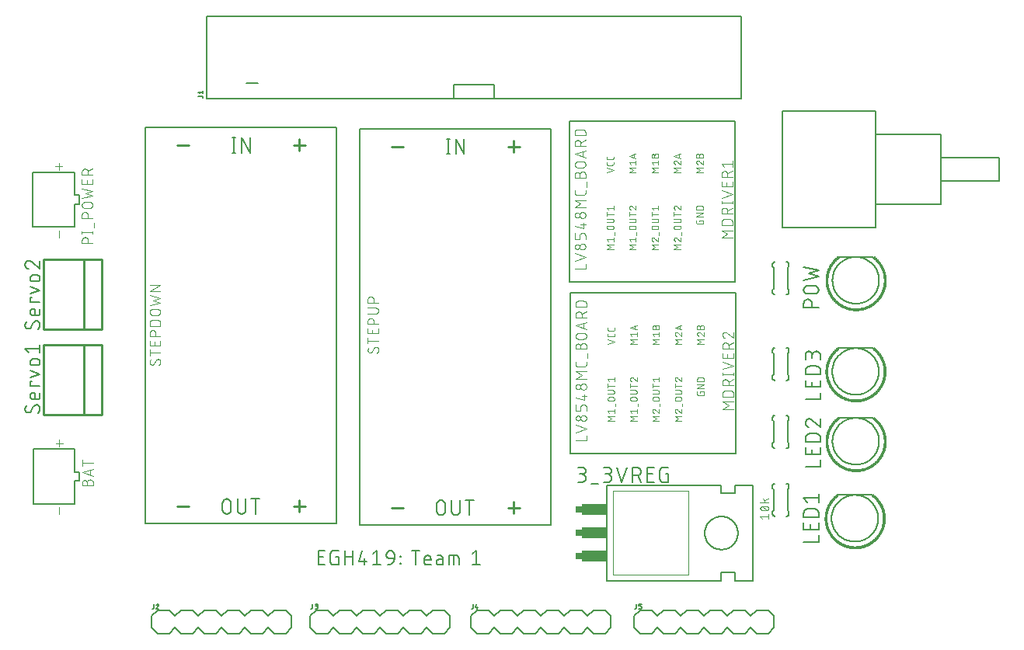
<source format=gbr>
G04 EAGLE Gerber RS-274X export*
G75*
%MOMM*%
%FSLAX34Y34*%
%LPD*%
%INSilkscreen Top*%
%IPPOS*%
%AMOC8*
5,1,8,0,0,1.08239X$1,22.5*%
G01*
%ADD10C,0.152400*%
%ADD11C,0.127000*%
%ADD12C,0.101600*%
%ADD13C,0.203200*%
%ADD14C,0.025400*%
%ADD15C,0.254000*%
%ADD16C,0.050800*%
%ADD17R,0.635000X0.762000*%
%ADD18R,2.794000X1.270000*%
%ADD19C,0.177800*%
%ADD20C,0.076200*%


D10*
X562982Y459262D02*
X579238Y459262D01*
X579238Y466487D01*
X579238Y472809D02*
X579238Y480034D01*
X579238Y472809D02*
X562982Y472809D01*
X562982Y480034D01*
X570207Y478228D02*
X570207Y472809D01*
X562982Y486326D02*
X579238Y486326D01*
X562982Y486326D02*
X562982Y490842D01*
X562984Y490973D01*
X562990Y491105D01*
X562999Y491236D01*
X563013Y491366D01*
X563030Y491497D01*
X563051Y491626D01*
X563075Y491755D01*
X563104Y491883D01*
X563136Y492011D01*
X563172Y492137D01*
X563211Y492262D01*
X563254Y492387D01*
X563301Y492509D01*
X563351Y492631D01*
X563405Y492751D01*
X563462Y492869D01*
X563523Y492985D01*
X563587Y493100D01*
X563654Y493213D01*
X563725Y493324D01*
X563799Y493432D01*
X563876Y493539D01*
X563956Y493643D01*
X564039Y493745D01*
X564124Y493844D01*
X564213Y493941D01*
X564305Y494035D01*
X564399Y494127D01*
X564496Y494216D01*
X564595Y494301D01*
X564697Y494384D01*
X564801Y494464D01*
X564908Y494541D01*
X565016Y494615D01*
X565127Y494686D01*
X565240Y494753D01*
X565355Y494817D01*
X565471Y494878D01*
X565589Y494935D01*
X565709Y494989D01*
X565831Y495039D01*
X565953Y495086D01*
X566078Y495129D01*
X566203Y495168D01*
X566329Y495204D01*
X566457Y495236D01*
X566585Y495265D01*
X566714Y495289D01*
X566843Y495310D01*
X566974Y495327D01*
X567104Y495341D01*
X567235Y495350D01*
X567367Y495356D01*
X567498Y495358D01*
X567498Y495357D02*
X574722Y495357D01*
X574722Y495358D02*
X574853Y495356D01*
X574985Y495350D01*
X575116Y495341D01*
X575246Y495327D01*
X575377Y495310D01*
X575506Y495289D01*
X575635Y495265D01*
X575763Y495236D01*
X575891Y495204D01*
X576017Y495168D01*
X576142Y495129D01*
X576267Y495086D01*
X576389Y495039D01*
X576511Y494989D01*
X576631Y494935D01*
X576749Y494878D01*
X576865Y494817D01*
X576980Y494753D01*
X577093Y494686D01*
X577204Y494615D01*
X577312Y494541D01*
X577419Y494464D01*
X577523Y494384D01*
X577625Y494301D01*
X577724Y494216D01*
X577821Y494127D01*
X577915Y494035D01*
X578007Y493941D01*
X578096Y493844D01*
X578181Y493745D01*
X578264Y493643D01*
X578344Y493539D01*
X578421Y493432D01*
X578495Y493324D01*
X578566Y493213D01*
X578633Y493100D01*
X578697Y492985D01*
X578758Y492869D01*
X578815Y492751D01*
X578869Y492631D01*
X578919Y492509D01*
X578966Y492387D01*
X579009Y492262D01*
X579048Y492137D01*
X579084Y492011D01*
X579116Y491883D01*
X579145Y491755D01*
X579169Y491626D01*
X579190Y491496D01*
X579207Y491366D01*
X579221Y491236D01*
X579230Y491105D01*
X579236Y490973D01*
X579238Y490842D01*
X579238Y486326D01*
X566594Y502479D02*
X562982Y506994D01*
X579238Y506994D01*
X579238Y502479D02*
X579238Y511510D01*
X581238Y541262D02*
X564982Y541262D01*
X581238Y541262D02*
X581238Y548487D01*
X581238Y554809D02*
X581238Y562034D01*
X581238Y554809D02*
X564982Y554809D01*
X564982Y562034D01*
X572207Y560228D02*
X572207Y554809D01*
X564982Y568326D02*
X581238Y568326D01*
X564982Y568326D02*
X564982Y572842D01*
X564984Y572973D01*
X564990Y573105D01*
X564999Y573236D01*
X565013Y573366D01*
X565030Y573497D01*
X565051Y573626D01*
X565075Y573755D01*
X565104Y573883D01*
X565136Y574011D01*
X565172Y574137D01*
X565211Y574262D01*
X565254Y574387D01*
X565301Y574509D01*
X565351Y574631D01*
X565405Y574751D01*
X565462Y574869D01*
X565523Y574985D01*
X565587Y575100D01*
X565654Y575213D01*
X565725Y575324D01*
X565799Y575432D01*
X565876Y575539D01*
X565956Y575643D01*
X566039Y575745D01*
X566124Y575844D01*
X566213Y575941D01*
X566305Y576035D01*
X566399Y576127D01*
X566496Y576216D01*
X566595Y576301D01*
X566697Y576384D01*
X566801Y576464D01*
X566908Y576541D01*
X567016Y576615D01*
X567127Y576686D01*
X567240Y576753D01*
X567355Y576817D01*
X567471Y576878D01*
X567589Y576935D01*
X567709Y576989D01*
X567831Y577039D01*
X567953Y577086D01*
X568078Y577129D01*
X568203Y577168D01*
X568329Y577204D01*
X568457Y577236D01*
X568585Y577265D01*
X568714Y577289D01*
X568843Y577310D01*
X568974Y577327D01*
X569104Y577341D01*
X569235Y577350D01*
X569367Y577356D01*
X569498Y577358D01*
X569498Y577357D02*
X576722Y577357D01*
X576722Y577358D02*
X576853Y577356D01*
X576985Y577350D01*
X577116Y577341D01*
X577246Y577327D01*
X577377Y577310D01*
X577506Y577289D01*
X577635Y577265D01*
X577763Y577236D01*
X577891Y577204D01*
X578017Y577168D01*
X578142Y577129D01*
X578267Y577086D01*
X578389Y577039D01*
X578511Y576989D01*
X578631Y576935D01*
X578749Y576878D01*
X578865Y576817D01*
X578980Y576753D01*
X579093Y576686D01*
X579204Y576615D01*
X579312Y576541D01*
X579419Y576464D01*
X579523Y576384D01*
X579625Y576301D01*
X579724Y576216D01*
X579821Y576127D01*
X579915Y576035D01*
X580007Y575941D01*
X580096Y575844D01*
X580181Y575745D01*
X580264Y575643D01*
X580344Y575539D01*
X580421Y575432D01*
X580495Y575324D01*
X580566Y575213D01*
X580633Y575100D01*
X580697Y574985D01*
X580758Y574869D01*
X580815Y574751D01*
X580869Y574631D01*
X580919Y574509D01*
X580966Y574387D01*
X581009Y574262D01*
X581048Y574137D01*
X581084Y574011D01*
X581116Y573883D01*
X581145Y573755D01*
X581169Y573626D01*
X581190Y573496D01*
X581207Y573366D01*
X581221Y573236D01*
X581230Y573105D01*
X581236Y572973D01*
X581238Y572842D01*
X581238Y568326D01*
X564982Y589446D02*
X564984Y589571D01*
X564990Y589696D01*
X564999Y589821D01*
X565013Y589945D01*
X565030Y590069D01*
X565051Y590193D01*
X565076Y590315D01*
X565105Y590437D01*
X565137Y590558D01*
X565173Y590678D01*
X565213Y590797D01*
X565256Y590914D01*
X565303Y591030D01*
X565354Y591145D01*
X565408Y591257D01*
X565466Y591369D01*
X565526Y591478D01*
X565591Y591585D01*
X565658Y591691D01*
X565729Y591794D01*
X565803Y591895D01*
X565880Y591994D01*
X565960Y592090D01*
X566043Y592184D01*
X566128Y592275D01*
X566217Y592364D01*
X566308Y592449D01*
X566402Y592532D01*
X566498Y592612D01*
X566597Y592689D01*
X566698Y592763D01*
X566801Y592834D01*
X566907Y592901D01*
X567014Y592966D01*
X567123Y593026D01*
X567235Y593084D01*
X567347Y593138D01*
X567462Y593189D01*
X567578Y593236D01*
X567695Y593279D01*
X567814Y593319D01*
X567934Y593355D01*
X568055Y593387D01*
X568177Y593416D01*
X568299Y593441D01*
X568423Y593462D01*
X568547Y593479D01*
X568671Y593493D01*
X568796Y593502D01*
X568921Y593508D01*
X569046Y593510D01*
X564982Y589446D02*
X564984Y589303D01*
X564990Y589161D01*
X565000Y589018D01*
X565013Y588876D01*
X565031Y588735D01*
X565052Y588593D01*
X565077Y588453D01*
X565106Y588313D01*
X565139Y588174D01*
X565176Y588036D01*
X565216Y587899D01*
X565260Y587764D01*
X565308Y587629D01*
X565360Y587496D01*
X565415Y587364D01*
X565474Y587234D01*
X565536Y587106D01*
X565602Y586979D01*
X565671Y586854D01*
X565743Y586731D01*
X565819Y586610D01*
X565898Y586492D01*
X565981Y586375D01*
X566066Y586261D01*
X566155Y586149D01*
X566246Y586040D01*
X566341Y585933D01*
X566438Y585828D01*
X566539Y585727D01*
X566642Y585628D01*
X566747Y585532D01*
X566856Y585439D01*
X566967Y585349D01*
X567080Y585262D01*
X567195Y585178D01*
X567313Y585098D01*
X567433Y585020D01*
X567555Y584946D01*
X567679Y584876D01*
X567805Y584808D01*
X567933Y584745D01*
X568062Y584684D01*
X568193Y584627D01*
X568325Y584574D01*
X568459Y584525D01*
X568594Y584479D01*
X572207Y592155D02*
X572115Y592249D01*
X572021Y592339D01*
X571924Y592427D01*
X571824Y592512D01*
X571722Y592594D01*
X571617Y592672D01*
X571510Y592748D01*
X571401Y592820D01*
X571290Y592889D01*
X571176Y592955D01*
X571061Y593017D01*
X570944Y593076D01*
X570825Y593131D01*
X570705Y593182D01*
X570583Y593230D01*
X570460Y593275D01*
X570336Y593315D01*
X570210Y593352D01*
X570083Y593385D01*
X569956Y593414D01*
X569827Y593440D01*
X569698Y593461D01*
X569568Y593479D01*
X569438Y593492D01*
X569308Y593502D01*
X569177Y593508D01*
X569046Y593510D01*
X572207Y592155D02*
X581238Y584479D01*
X581238Y593510D01*
X581238Y614762D02*
X564982Y614762D01*
X581238Y614762D02*
X581238Y621987D01*
X581238Y628309D02*
X581238Y635534D01*
X581238Y628309D02*
X564982Y628309D01*
X564982Y635534D01*
X572207Y633728D02*
X572207Y628309D01*
X564982Y641826D02*
X581238Y641826D01*
X564982Y641826D02*
X564982Y646342D01*
X564984Y646473D01*
X564990Y646605D01*
X564999Y646736D01*
X565013Y646866D01*
X565030Y646997D01*
X565051Y647126D01*
X565075Y647255D01*
X565104Y647383D01*
X565136Y647511D01*
X565172Y647637D01*
X565211Y647762D01*
X565254Y647887D01*
X565301Y648009D01*
X565351Y648131D01*
X565405Y648251D01*
X565462Y648369D01*
X565523Y648485D01*
X565587Y648600D01*
X565654Y648713D01*
X565725Y648824D01*
X565799Y648932D01*
X565876Y649039D01*
X565956Y649143D01*
X566039Y649245D01*
X566124Y649344D01*
X566213Y649441D01*
X566305Y649535D01*
X566399Y649627D01*
X566496Y649716D01*
X566595Y649801D01*
X566697Y649884D01*
X566801Y649964D01*
X566908Y650041D01*
X567016Y650115D01*
X567127Y650186D01*
X567240Y650253D01*
X567355Y650317D01*
X567471Y650378D01*
X567589Y650435D01*
X567709Y650489D01*
X567831Y650539D01*
X567953Y650586D01*
X568078Y650629D01*
X568203Y650668D01*
X568329Y650704D01*
X568457Y650736D01*
X568585Y650765D01*
X568714Y650789D01*
X568843Y650810D01*
X568974Y650827D01*
X569104Y650841D01*
X569235Y650850D01*
X569367Y650856D01*
X569498Y650858D01*
X569498Y650857D02*
X576722Y650857D01*
X576722Y650858D02*
X576853Y650856D01*
X576985Y650850D01*
X577116Y650841D01*
X577246Y650827D01*
X577377Y650810D01*
X577506Y650789D01*
X577635Y650765D01*
X577763Y650736D01*
X577891Y650704D01*
X578017Y650668D01*
X578142Y650629D01*
X578267Y650586D01*
X578389Y650539D01*
X578511Y650489D01*
X578631Y650435D01*
X578749Y650378D01*
X578865Y650317D01*
X578980Y650253D01*
X579093Y650186D01*
X579204Y650115D01*
X579312Y650041D01*
X579419Y649964D01*
X579523Y649884D01*
X579625Y649801D01*
X579724Y649716D01*
X579821Y649627D01*
X579915Y649535D01*
X580007Y649441D01*
X580096Y649344D01*
X580181Y649245D01*
X580264Y649143D01*
X580344Y649039D01*
X580421Y648932D01*
X580495Y648824D01*
X580566Y648713D01*
X580633Y648600D01*
X580697Y648485D01*
X580758Y648369D01*
X580815Y648251D01*
X580869Y648131D01*
X580919Y648009D01*
X580966Y647887D01*
X581009Y647762D01*
X581048Y647637D01*
X581084Y647511D01*
X581116Y647383D01*
X581145Y647255D01*
X581169Y647126D01*
X581190Y646996D01*
X581207Y646866D01*
X581221Y646736D01*
X581230Y646605D01*
X581236Y646473D01*
X581238Y646342D01*
X581238Y641826D01*
X581238Y657979D02*
X581238Y662494D01*
X581236Y662627D01*
X581230Y662759D01*
X581220Y662891D01*
X581207Y663023D01*
X581189Y663155D01*
X581168Y663285D01*
X581143Y663416D01*
X581114Y663545D01*
X581081Y663673D01*
X581045Y663801D01*
X581005Y663927D01*
X580961Y664052D01*
X580913Y664176D01*
X580862Y664298D01*
X580807Y664419D01*
X580749Y664538D01*
X580687Y664656D01*
X580622Y664771D01*
X580553Y664885D01*
X580482Y664996D01*
X580406Y665105D01*
X580328Y665212D01*
X580247Y665317D01*
X580162Y665419D01*
X580075Y665519D01*
X579985Y665616D01*
X579892Y665711D01*
X579796Y665802D01*
X579698Y665891D01*
X579597Y665977D01*
X579493Y666060D01*
X579387Y666140D01*
X579279Y666216D01*
X579169Y666290D01*
X579056Y666360D01*
X578942Y666427D01*
X578825Y666490D01*
X578707Y666550D01*
X578587Y666607D01*
X578465Y666660D01*
X578342Y666709D01*
X578218Y666755D01*
X578092Y666797D01*
X577965Y666835D01*
X577837Y666870D01*
X577708Y666901D01*
X577579Y666928D01*
X577448Y666951D01*
X577317Y666971D01*
X577185Y666986D01*
X577053Y666998D01*
X576921Y667006D01*
X576788Y667010D01*
X576656Y667010D01*
X576523Y667006D01*
X576391Y666998D01*
X576259Y666986D01*
X576127Y666971D01*
X575996Y666951D01*
X575865Y666928D01*
X575736Y666901D01*
X575607Y666870D01*
X575479Y666835D01*
X575352Y666797D01*
X575226Y666755D01*
X575102Y666709D01*
X574979Y666660D01*
X574857Y666607D01*
X574737Y666550D01*
X574619Y666490D01*
X574502Y666427D01*
X574388Y666360D01*
X574275Y666290D01*
X574165Y666216D01*
X574057Y666140D01*
X573951Y666060D01*
X573847Y665977D01*
X573746Y665891D01*
X573648Y665802D01*
X573552Y665711D01*
X573459Y665616D01*
X573369Y665519D01*
X573282Y665419D01*
X573197Y665317D01*
X573116Y665212D01*
X573038Y665105D01*
X572962Y664996D01*
X572891Y664885D01*
X572822Y664771D01*
X572757Y664656D01*
X572695Y664538D01*
X572637Y664419D01*
X572582Y664298D01*
X572531Y664176D01*
X572483Y664052D01*
X572439Y663927D01*
X572399Y663801D01*
X572363Y663673D01*
X572330Y663545D01*
X572301Y663416D01*
X572276Y663285D01*
X572255Y663155D01*
X572237Y663023D01*
X572224Y662891D01*
X572214Y662759D01*
X572208Y662627D01*
X572206Y662494D01*
X564982Y663397D02*
X564982Y657979D01*
X564982Y663397D02*
X564984Y663516D01*
X564990Y663636D01*
X565000Y663755D01*
X565014Y663873D01*
X565031Y663992D01*
X565053Y664109D01*
X565078Y664226D01*
X565108Y664341D01*
X565141Y664456D01*
X565178Y664570D01*
X565218Y664682D01*
X565263Y664793D01*
X565311Y664902D01*
X565362Y665010D01*
X565417Y665116D01*
X565476Y665220D01*
X565538Y665322D01*
X565603Y665422D01*
X565672Y665520D01*
X565744Y665616D01*
X565819Y665709D01*
X565896Y665799D01*
X565977Y665887D01*
X566061Y665972D01*
X566148Y666054D01*
X566237Y666134D01*
X566329Y666210D01*
X566423Y666284D01*
X566520Y666354D01*
X566618Y666421D01*
X566719Y666485D01*
X566823Y666545D01*
X566928Y666602D01*
X567035Y666655D01*
X567143Y666705D01*
X567253Y666751D01*
X567365Y666793D01*
X567478Y666832D01*
X567592Y666867D01*
X567707Y666898D01*
X567824Y666926D01*
X567941Y666949D01*
X568058Y666969D01*
X568177Y666985D01*
X568296Y666997D01*
X568415Y667005D01*
X568534Y667009D01*
X568654Y667009D01*
X568773Y667005D01*
X568892Y666997D01*
X569011Y666985D01*
X569130Y666969D01*
X569247Y666949D01*
X569364Y666926D01*
X569481Y666898D01*
X569596Y666867D01*
X569710Y666832D01*
X569823Y666793D01*
X569935Y666751D01*
X570045Y666705D01*
X570153Y666655D01*
X570260Y666602D01*
X570365Y666545D01*
X570469Y666485D01*
X570570Y666421D01*
X570668Y666354D01*
X570765Y666284D01*
X570859Y666210D01*
X570951Y666134D01*
X571040Y666054D01*
X571127Y665972D01*
X571211Y665887D01*
X571292Y665799D01*
X571369Y665709D01*
X571444Y665616D01*
X571516Y665520D01*
X571585Y665422D01*
X571650Y665322D01*
X571712Y665220D01*
X571771Y665116D01*
X571826Y665010D01*
X571877Y664902D01*
X571925Y664793D01*
X571970Y664682D01*
X572010Y664570D01*
X572047Y664456D01*
X572080Y664341D01*
X572110Y664226D01*
X572135Y664109D01*
X572157Y663992D01*
X572174Y663873D01*
X572188Y663755D01*
X572198Y663636D01*
X572204Y663516D01*
X572206Y663397D01*
X572207Y663397D02*
X572207Y659785D01*
X-269262Y605181D02*
X-269264Y605299D01*
X-269270Y605417D01*
X-269279Y605535D01*
X-269293Y605652D01*
X-269310Y605769D01*
X-269331Y605886D01*
X-269356Y606001D01*
X-269385Y606116D01*
X-269418Y606230D01*
X-269454Y606342D01*
X-269494Y606453D01*
X-269537Y606563D01*
X-269584Y606672D01*
X-269634Y606779D01*
X-269689Y606884D01*
X-269746Y606987D01*
X-269807Y607088D01*
X-269871Y607188D01*
X-269938Y607285D01*
X-270008Y607380D01*
X-270082Y607472D01*
X-270158Y607563D01*
X-270238Y607650D01*
X-270320Y607735D01*
X-270405Y607817D01*
X-270492Y607897D01*
X-270583Y607973D01*
X-270675Y608047D01*
X-270770Y608117D01*
X-270867Y608184D01*
X-270967Y608248D01*
X-271068Y608309D01*
X-271171Y608366D01*
X-271276Y608421D01*
X-271383Y608471D01*
X-271492Y608518D01*
X-271602Y608561D01*
X-271713Y608601D01*
X-271825Y608637D01*
X-271939Y608670D01*
X-272054Y608699D01*
X-272169Y608724D01*
X-272286Y608745D01*
X-272403Y608762D01*
X-272520Y608776D01*
X-272638Y608785D01*
X-272756Y608791D01*
X-272874Y608793D01*
X-269262Y605181D02*
X-269264Y604998D01*
X-269271Y604816D01*
X-269282Y604634D01*
X-269297Y604452D01*
X-269317Y604270D01*
X-269340Y604089D01*
X-269369Y603909D01*
X-269401Y603729D01*
X-269438Y603550D01*
X-269479Y603373D01*
X-269525Y603196D01*
X-269574Y603020D01*
X-269628Y602846D01*
X-269686Y602672D01*
X-269748Y602501D01*
X-269814Y602331D01*
X-269885Y602162D01*
X-269959Y601995D01*
X-270037Y601830D01*
X-270119Y601667D01*
X-270205Y601506D01*
X-270295Y601347D01*
X-270389Y601190D01*
X-270486Y601036D01*
X-270587Y600884D01*
X-270692Y600734D01*
X-270800Y600587D01*
X-270911Y600443D01*
X-271026Y600301D01*
X-271145Y600162D01*
X-271267Y600026D01*
X-271392Y599893D01*
X-271520Y599763D01*
X-281906Y600214D02*
X-282024Y600216D01*
X-282142Y600222D01*
X-282260Y600231D01*
X-282377Y600245D01*
X-282494Y600262D01*
X-282611Y600283D01*
X-282726Y600308D01*
X-282841Y600337D01*
X-282955Y600370D01*
X-283067Y600406D01*
X-283178Y600446D01*
X-283288Y600489D01*
X-283397Y600536D01*
X-283504Y600586D01*
X-283609Y600641D01*
X-283712Y600698D01*
X-283813Y600759D01*
X-283913Y600823D01*
X-284010Y600890D01*
X-284105Y600960D01*
X-284197Y601034D01*
X-284288Y601110D01*
X-284375Y601190D01*
X-284460Y601272D01*
X-284542Y601357D01*
X-284622Y601444D01*
X-284698Y601535D01*
X-284772Y601627D01*
X-284842Y601722D01*
X-284909Y601819D01*
X-284973Y601919D01*
X-285034Y602020D01*
X-285092Y602123D01*
X-285146Y602228D01*
X-285196Y602335D01*
X-285243Y602444D01*
X-285287Y602554D01*
X-285326Y602665D01*
X-285362Y602778D01*
X-285395Y602891D01*
X-285424Y603006D01*
X-285449Y603121D01*
X-285470Y603238D01*
X-285487Y603355D01*
X-285501Y603472D01*
X-285510Y603590D01*
X-285516Y603708D01*
X-285518Y603826D01*
X-285516Y603987D01*
X-285510Y604149D01*
X-285501Y604310D01*
X-285487Y604471D01*
X-285470Y604631D01*
X-285449Y604791D01*
X-285424Y604951D01*
X-285395Y605110D01*
X-285363Y605268D01*
X-285327Y605425D01*
X-285287Y605581D01*
X-285243Y605737D01*
X-285195Y605891D01*
X-285144Y606044D01*
X-285090Y606196D01*
X-285031Y606347D01*
X-284970Y606496D01*
X-284904Y606643D01*
X-284835Y606789D01*
X-284763Y606934D01*
X-284687Y607076D01*
X-284608Y607217D01*
X-284526Y607356D01*
X-284440Y607492D01*
X-284351Y607627D01*
X-284259Y607760D01*
X-284163Y607890D01*
X-278745Y602019D02*
X-278807Y601918D01*
X-278872Y601818D01*
X-278941Y601721D01*
X-279013Y601626D01*
X-279087Y601533D01*
X-279165Y601443D01*
X-279246Y601355D01*
X-279329Y601270D01*
X-279415Y601188D01*
X-279504Y601109D01*
X-279595Y601032D01*
X-279689Y600959D01*
X-279785Y600888D01*
X-279883Y600821D01*
X-279983Y600757D01*
X-280086Y600696D01*
X-280190Y600639D01*
X-280296Y600585D01*
X-280404Y600535D01*
X-280513Y600488D01*
X-280624Y600444D01*
X-280736Y600404D01*
X-280850Y600368D01*
X-280964Y600336D01*
X-281080Y600307D01*
X-281196Y600282D01*
X-281313Y600261D01*
X-281431Y600244D01*
X-281549Y600230D01*
X-281668Y600221D01*
X-281787Y600215D01*
X-281906Y600213D01*
X-276035Y606987D02*
X-275973Y607088D01*
X-275908Y607188D01*
X-275839Y607285D01*
X-275767Y607380D01*
X-275693Y607473D01*
X-275615Y607563D01*
X-275534Y607651D01*
X-275451Y607736D01*
X-275365Y607818D01*
X-275276Y607897D01*
X-275185Y607974D01*
X-275091Y608047D01*
X-274995Y608118D01*
X-274897Y608185D01*
X-274797Y608249D01*
X-274694Y608310D01*
X-274590Y608367D01*
X-274484Y608421D01*
X-274376Y608471D01*
X-274267Y608518D01*
X-274156Y608562D01*
X-274044Y608602D01*
X-273930Y608638D01*
X-273816Y608670D01*
X-273700Y608699D01*
X-273584Y608724D01*
X-273467Y608745D01*
X-273349Y608762D01*
X-273231Y608776D01*
X-273112Y608785D01*
X-272993Y608791D01*
X-272874Y608793D01*
X-276035Y606987D02*
X-278745Y602020D01*
X-269262Y617443D02*
X-269262Y621958D01*
X-269262Y617443D02*
X-269264Y617342D01*
X-269270Y617241D01*
X-269279Y617140D01*
X-269292Y617039D01*
X-269309Y616939D01*
X-269330Y616840D01*
X-269354Y616742D01*
X-269382Y616645D01*
X-269414Y616548D01*
X-269449Y616453D01*
X-269488Y616360D01*
X-269530Y616268D01*
X-269576Y616177D01*
X-269625Y616089D01*
X-269677Y616002D01*
X-269733Y615917D01*
X-269791Y615834D01*
X-269853Y615754D01*
X-269918Y615676D01*
X-269985Y615600D01*
X-270055Y615527D01*
X-270128Y615457D01*
X-270204Y615390D01*
X-270282Y615325D01*
X-270362Y615263D01*
X-270445Y615205D01*
X-270530Y615149D01*
X-270617Y615097D01*
X-270705Y615048D01*
X-270796Y615002D01*
X-270888Y614960D01*
X-270981Y614921D01*
X-271076Y614886D01*
X-271173Y614854D01*
X-271270Y614826D01*
X-271368Y614802D01*
X-271467Y614781D01*
X-271567Y614764D01*
X-271668Y614751D01*
X-271769Y614742D01*
X-271870Y614736D01*
X-271971Y614734D01*
X-271971Y614733D02*
X-276487Y614733D01*
X-276487Y614734D02*
X-276606Y614736D01*
X-276726Y614742D01*
X-276845Y614752D01*
X-276963Y614766D01*
X-277082Y614783D01*
X-277199Y614805D01*
X-277316Y614830D01*
X-277431Y614860D01*
X-277546Y614893D01*
X-277660Y614930D01*
X-277772Y614970D01*
X-277883Y615015D01*
X-277992Y615063D01*
X-278100Y615114D01*
X-278206Y615169D01*
X-278310Y615228D01*
X-278412Y615290D01*
X-278512Y615355D01*
X-278610Y615424D01*
X-278706Y615496D01*
X-278799Y615571D01*
X-278889Y615648D01*
X-278977Y615729D01*
X-279062Y615813D01*
X-279144Y615900D01*
X-279224Y615989D01*
X-279300Y616081D01*
X-279374Y616175D01*
X-279444Y616272D01*
X-279511Y616370D01*
X-279575Y616471D01*
X-279635Y616575D01*
X-279692Y616680D01*
X-279745Y616787D01*
X-279795Y616895D01*
X-279841Y617005D01*
X-279883Y617117D01*
X-279922Y617230D01*
X-279957Y617344D01*
X-279988Y617459D01*
X-280016Y617576D01*
X-280039Y617693D01*
X-280059Y617810D01*
X-280075Y617929D01*
X-280087Y618048D01*
X-280095Y618167D01*
X-280099Y618286D01*
X-280099Y618406D01*
X-280095Y618525D01*
X-280087Y618644D01*
X-280075Y618763D01*
X-280059Y618882D01*
X-280039Y618999D01*
X-280016Y619116D01*
X-279988Y619233D01*
X-279957Y619348D01*
X-279922Y619462D01*
X-279883Y619575D01*
X-279841Y619687D01*
X-279795Y619797D01*
X-279745Y619905D01*
X-279692Y620012D01*
X-279635Y620117D01*
X-279575Y620221D01*
X-279511Y620322D01*
X-279444Y620420D01*
X-279374Y620517D01*
X-279300Y620611D01*
X-279224Y620703D01*
X-279144Y620792D01*
X-279062Y620879D01*
X-278977Y620963D01*
X-278889Y621044D01*
X-278799Y621121D01*
X-278706Y621196D01*
X-278610Y621268D01*
X-278512Y621337D01*
X-278412Y621402D01*
X-278310Y621464D01*
X-278206Y621523D01*
X-278100Y621578D01*
X-277992Y621629D01*
X-277883Y621677D01*
X-277772Y621722D01*
X-277660Y621762D01*
X-277546Y621799D01*
X-277431Y621832D01*
X-277316Y621862D01*
X-277199Y621887D01*
X-277082Y621909D01*
X-276963Y621926D01*
X-276845Y621940D01*
X-276726Y621950D01*
X-276606Y621956D01*
X-276487Y621958D01*
X-274681Y621958D01*
X-274681Y614733D01*
X-269262Y628886D02*
X-280099Y628886D01*
X-280099Y634305D01*
X-278293Y634305D01*
X-280099Y638701D02*
X-269262Y642314D01*
X-280099Y645926D01*
X-276487Y651727D02*
X-272874Y651727D01*
X-276487Y651728D02*
X-276606Y651730D01*
X-276726Y651736D01*
X-276845Y651746D01*
X-276963Y651760D01*
X-277082Y651777D01*
X-277199Y651799D01*
X-277316Y651824D01*
X-277431Y651854D01*
X-277546Y651887D01*
X-277660Y651924D01*
X-277772Y651964D01*
X-277883Y652009D01*
X-277992Y652057D01*
X-278100Y652108D01*
X-278206Y652163D01*
X-278310Y652222D01*
X-278412Y652284D01*
X-278512Y652349D01*
X-278610Y652418D01*
X-278706Y652490D01*
X-278799Y652565D01*
X-278889Y652642D01*
X-278977Y652723D01*
X-279062Y652807D01*
X-279144Y652894D01*
X-279224Y652983D01*
X-279300Y653075D01*
X-279374Y653169D01*
X-279444Y653266D01*
X-279511Y653364D01*
X-279575Y653465D01*
X-279635Y653569D01*
X-279692Y653674D01*
X-279745Y653781D01*
X-279795Y653889D01*
X-279841Y653999D01*
X-279883Y654111D01*
X-279922Y654224D01*
X-279957Y654338D01*
X-279988Y654453D01*
X-280016Y654570D01*
X-280039Y654687D01*
X-280059Y654804D01*
X-280075Y654923D01*
X-280087Y655042D01*
X-280095Y655161D01*
X-280099Y655280D01*
X-280099Y655400D01*
X-280095Y655519D01*
X-280087Y655638D01*
X-280075Y655757D01*
X-280059Y655876D01*
X-280039Y655993D01*
X-280016Y656110D01*
X-279988Y656227D01*
X-279957Y656342D01*
X-279922Y656456D01*
X-279883Y656569D01*
X-279841Y656681D01*
X-279795Y656791D01*
X-279745Y656899D01*
X-279692Y657006D01*
X-279635Y657111D01*
X-279575Y657215D01*
X-279511Y657316D01*
X-279444Y657414D01*
X-279374Y657511D01*
X-279300Y657605D01*
X-279224Y657697D01*
X-279144Y657786D01*
X-279062Y657873D01*
X-278977Y657957D01*
X-278889Y658038D01*
X-278799Y658115D01*
X-278706Y658190D01*
X-278610Y658262D01*
X-278512Y658331D01*
X-278412Y658396D01*
X-278310Y658458D01*
X-278206Y658517D01*
X-278100Y658572D01*
X-277992Y658623D01*
X-277883Y658671D01*
X-277772Y658716D01*
X-277660Y658756D01*
X-277546Y658793D01*
X-277431Y658826D01*
X-277316Y658856D01*
X-277199Y658881D01*
X-277082Y658903D01*
X-276963Y658920D01*
X-276845Y658934D01*
X-276726Y658944D01*
X-276606Y658950D01*
X-276487Y658952D01*
X-272874Y658952D01*
X-272755Y658950D01*
X-272635Y658944D01*
X-272516Y658934D01*
X-272398Y658920D01*
X-272279Y658903D01*
X-272162Y658881D01*
X-272045Y658856D01*
X-271930Y658826D01*
X-271815Y658793D01*
X-271701Y658756D01*
X-271589Y658716D01*
X-271478Y658671D01*
X-271369Y658623D01*
X-271261Y658572D01*
X-271155Y658517D01*
X-271051Y658458D01*
X-270949Y658396D01*
X-270849Y658331D01*
X-270751Y658262D01*
X-270655Y658190D01*
X-270562Y658115D01*
X-270472Y658038D01*
X-270384Y657957D01*
X-270299Y657873D01*
X-270217Y657786D01*
X-270137Y657697D01*
X-270061Y657605D01*
X-269987Y657511D01*
X-269917Y657414D01*
X-269850Y657316D01*
X-269786Y657215D01*
X-269726Y657111D01*
X-269669Y657006D01*
X-269616Y656899D01*
X-269566Y656791D01*
X-269520Y656681D01*
X-269478Y656569D01*
X-269439Y656456D01*
X-269404Y656342D01*
X-269373Y656227D01*
X-269345Y656110D01*
X-269322Y655993D01*
X-269302Y655876D01*
X-269286Y655757D01*
X-269274Y655638D01*
X-269266Y655519D01*
X-269262Y655400D01*
X-269262Y655280D01*
X-269266Y655161D01*
X-269274Y655042D01*
X-269286Y654923D01*
X-269302Y654804D01*
X-269322Y654687D01*
X-269345Y654570D01*
X-269373Y654453D01*
X-269404Y654338D01*
X-269439Y654224D01*
X-269478Y654111D01*
X-269520Y653999D01*
X-269566Y653889D01*
X-269616Y653781D01*
X-269669Y653674D01*
X-269726Y653569D01*
X-269786Y653465D01*
X-269850Y653364D01*
X-269917Y653266D01*
X-269987Y653169D01*
X-270061Y653075D01*
X-270137Y652983D01*
X-270217Y652894D01*
X-270299Y652807D01*
X-270384Y652723D01*
X-270472Y652642D01*
X-270562Y652565D01*
X-270655Y652490D01*
X-270751Y652418D01*
X-270849Y652349D01*
X-270949Y652284D01*
X-271051Y652222D01*
X-271155Y652163D01*
X-271261Y652108D01*
X-271369Y652057D01*
X-271478Y652009D01*
X-271589Y651964D01*
X-271701Y651924D01*
X-271815Y651887D01*
X-271930Y651854D01*
X-272045Y651824D01*
X-272162Y651799D01*
X-272279Y651777D01*
X-272398Y651760D01*
X-272516Y651746D01*
X-272635Y651736D01*
X-272755Y651730D01*
X-272874Y651728D01*
X-281906Y665413D02*
X-285518Y669929D01*
X-269262Y669929D01*
X-269262Y674444D02*
X-269262Y665413D01*
X-269262Y696681D02*
X-269264Y696799D01*
X-269270Y696917D01*
X-269279Y697035D01*
X-269293Y697152D01*
X-269310Y697269D01*
X-269331Y697386D01*
X-269356Y697501D01*
X-269385Y697616D01*
X-269418Y697730D01*
X-269454Y697842D01*
X-269494Y697953D01*
X-269537Y698063D01*
X-269584Y698172D01*
X-269634Y698279D01*
X-269689Y698384D01*
X-269746Y698487D01*
X-269807Y698588D01*
X-269871Y698688D01*
X-269938Y698785D01*
X-270008Y698880D01*
X-270082Y698972D01*
X-270158Y699063D01*
X-270238Y699150D01*
X-270320Y699235D01*
X-270405Y699317D01*
X-270492Y699397D01*
X-270583Y699473D01*
X-270675Y699547D01*
X-270770Y699617D01*
X-270867Y699684D01*
X-270967Y699748D01*
X-271068Y699809D01*
X-271171Y699866D01*
X-271276Y699921D01*
X-271383Y699971D01*
X-271492Y700018D01*
X-271602Y700061D01*
X-271713Y700101D01*
X-271825Y700137D01*
X-271939Y700170D01*
X-272054Y700199D01*
X-272169Y700224D01*
X-272286Y700245D01*
X-272403Y700262D01*
X-272520Y700276D01*
X-272638Y700285D01*
X-272756Y700291D01*
X-272874Y700293D01*
X-269262Y696681D02*
X-269264Y696498D01*
X-269271Y696316D01*
X-269282Y696134D01*
X-269297Y695952D01*
X-269317Y695770D01*
X-269340Y695589D01*
X-269369Y695409D01*
X-269401Y695229D01*
X-269438Y695050D01*
X-269479Y694873D01*
X-269525Y694696D01*
X-269574Y694520D01*
X-269628Y694346D01*
X-269686Y694172D01*
X-269748Y694001D01*
X-269814Y693831D01*
X-269885Y693662D01*
X-269959Y693495D01*
X-270037Y693330D01*
X-270119Y693167D01*
X-270205Y693006D01*
X-270295Y692847D01*
X-270389Y692690D01*
X-270486Y692536D01*
X-270587Y692384D01*
X-270692Y692234D01*
X-270800Y692087D01*
X-270911Y691943D01*
X-271026Y691801D01*
X-271145Y691662D01*
X-271267Y691526D01*
X-271392Y691393D01*
X-271520Y691263D01*
X-281906Y691714D02*
X-282024Y691716D01*
X-282142Y691722D01*
X-282260Y691731D01*
X-282377Y691745D01*
X-282494Y691762D01*
X-282611Y691783D01*
X-282726Y691808D01*
X-282841Y691837D01*
X-282955Y691870D01*
X-283067Y691906D01*
X-283178Y691946D01*
X-283288Y691989D01*
X-283397Y692036D01*
X-283504Y692086D01*
X-283609Y692141D01*
X-283712Y692198D01*
X-283813Y692259D01*
X-283913Y692323D01*
X-284010Y692390D01*
X-284105Y692460D01*
X-284197Y692534D01*
X-284288Y692610D01*
X-284375Y692690D01*
X-284460Y692772D01*
X-284542Y692857D01*
X-284622Y692944D01*
X-284698Y693035D01*
X-284772Y693127D01*
X-284842Y693222D01*
X-284909Y693319D01*
X-284973Y693419D01*
X-285034Y693520D01*
X-285092Y693623D01*
X-285146Y693728D01*
X-285196Y693835D01*
X-285243Y693944D01*
X-285287Y694054D01*
X-285326Y694165D01*
X-285362Y694278D01*
X-285395Y694391D01*
X-285424Y694506D01*
X-285449Y694621D01*
X-285470Y694738D01*
X-285487Y694855D01*
X-285501Y694972D01*
X-285510Y695090D01*
X-285516Y695208D01*
X-285518Y695326D01*
X-285516Y695487D01*
X-285510Y695649D01*
X-285501Y695810D01*
X-285487Y695971D01*
X-285470Y696131D01*
X-285449Y696291D01*
X-285424Y696451D01*
X-285395Y696610D01*
X-285363Y696768D01*
X-285327Y696925D01*
X-285287Y697081D01*
X-285243Y697237D01*
X-285195Y697391D01*
X-285144Y697544D01*
X-285090Y697696D01*
X-285031Y697847D01*
X-284970Y697996D01*
X-284904Y698143D01*
X-284835Y698289D01*
X-284763Y698434D01*
X-284687Y698576D01*
X-284608Y698717D01*
X-284526Y698856D01*
X-284440Y698992D01*
X-284351Y699127D01*
X-284259Y699260D01*
X-284163Y699390D01*
X-278745Y693519D02*
X-278807Y693418D01*
X-278872Y693318D01*
X-278941Y693221D01*
X-279013Y693126D01*
X-279087Y693033D01*
X-279165Y692943D01*
X-279246Y692855D01*
X-279329Y692770D01*
X-279415Y692688D01*
X-279504Y692609D01*
X-279595Y692532D01*
X-279689Y692459D01*
X-279785Y692388D01*
X-279883Y692321D01*
X-279983Y692257D01*
X-280086Y692196D01*
X-280190Y692139D01*
X-280296Y692085D01*
X-280404Y692035D01*
X-280513Y691988D01*
X-280624Y691944D01*
X-280736Y691904D01*
X-280850Y691868D01*
X-280964Y691836D01*
X-281080Y691807D01*
X-281196Y691782D01*
X-281313Y691761D01*
X-281431Y691744D01*
X-281549Y691730D01*
X-281668Y691721D01*
X-281787Y691715D01*
X-281906Y691713D01*
X-276035Y698487D02*
X-275973Y698588D01*
X-275908Y698688D01*
X-275839Y698785D01*
X-275767Y698880D01*
X-275693Y698973D01*
X-275615Y699063D01*
X-275534Y699151D01*
X-275451Y699236D01*
X-275365Y699318D01*
X-275276Y699397D01*
X-275185Y699474D01*
X-275091Y699547D01*
X-274995Y699618D01*
X-274897Y699685D01*
X-274797Y699749D01*
X-274694Y699810D01*
X-274590Y699867D01*
X-274484Y699921D01*
X-274376Y699971D01*
X-274267Y700018D01*
X-274156Y700062D01*
X-274044Y700102D01*
X-273930Y700138D01*
X-273816Y700170D01*
X-273700Y700199D01*
X-273584Y700224D01*
X-273467Y700245D01*
X-273349Y700262D01*
X-273231Y700276D01*
X-273112Y700285D01*
X-272993Y700291D01*
X-272874Y700293D01*
X-276035Y698487D02*
X-278745Y693520D01*
X-269262Y708943D02*
X-269262Y713458D01*
X-269262Y708943D02*
X-269264Y708842D01*
X-269270Y708741D01*
X-269279Y708640D01*
X-269292Y708539D01*
X-269309Y708439D01*
X-269330Y708340D01*
X-269354Y708242D01*
X-269382Y708145D01*
X-269414Y708048D01*
X-269449Y707953D01*
X-269488Y707860D01*
X-269530Y707768D01*
X-269576Y707677D01*
X-269625Y707589D01*
X-269677Y707502D01*
X-269733Y707417D01*
X-269791Y707334D01*
X-269853Y707254D01*
X-269918Y707176D01*
X-269985Y707100D01*
X-270055Y707027D01*
X-270128Y706957D01*
X-270204Y706890D01*
X-270282Y706825D01*
X-270362Y706763D01*
X-270445Y706705D01*
X-270530Y706649D01*
X-270617Y706597D01*
X-270705Y706548D01*
X-270796Y706502D01*
X-270888Y706460D01*
X-270981Y706421D01*
X-271076Y706386D01*
X-271173Y706354D01*
X-271270Y706326D01*
X-271368Y706302D01*
X-271467Y706281D01*
X-271567Y706264D01*
X-271668Y706251D01*
X-271769Y706242D01*
X-271870Y706236D01*
X-271971Y706234D01*
X-271971Y706233D02*
X-276487Y706233D01*
X-276487Y706234D02*
X-276606Y706236D01*
X-276726Y706242D01*
X-276845Y706252D01*
X-276963Y706266D01*
X-277082Y706283D01*
X-277199Y706305D01*
X-277316Y706330D01*
X-277431Y706360D01*
X-277546Y706393D01*
X-277660Y706430D01*
X-277772Y706470D01*
X-277883Y706515D01*
X-277992Y706563D01*
X-278100Y706614D01*
X-278206Y706669D01*
X-278310Y706728D01*
X-278412Y706790D01*
X-278512Y706855D01*
X-278610Y706924D01*
X-278706Y706996D01*
X-278799Y707071D01*
X-278889Y707148D01*
X-278977Y707229D01*
X-279062Y707313D01*
X-279144Y707400D01*
X-279224Y707489D01*
X-279300Y707581D01*
X-279374Y707675D01*
X-279444Y707772D01*
X-279511Y707870D01*
X-279575Y707971D01*
X-279635Y708075D01*
X-279692Y708180D01*
X-279745Y708287D01*
X-279795Y708395D01*
X-279841Y708505D01*
X-279883Y708617D01*
X-279922Y708730D01*
X-279957Y708844D01*
X-279988Y708959D01*
X-280016Y709076D01*
X-280039Y709193D01*
X-280059Y709310D01*
X-280075Y709429D01*
X-280087Y709548D01*
X-280095Y709667D01*
X-280099Y709786D01*
X-280099Y709906D01*
X-280095Y710025D01*
X-280087Y710144D01*
X-280075Y710263D01*
X-280059Y710382D01*
X-280039Y710499D01*
X-280016Y710616D01*
X-279988Y710733D01*
X-279957Y710848D01*
X-279922Y710962D01*
X-279883Y711075D01*
X-279841Y711187D01*
X-279795Y711297D01*
X-279745Y711405D01*
X-279692Y711512D01*
X-279635Y711617D01*
X-279575Y711721D01*
X-279511Y711822D01*
X-279444Y711920D01*
X-279374Y712017D01*
X-279300Y712111D01*
X-279224Y712203D01*
X-279144Y712292D01*
X-279062Y712379D01*
X-278977Y712463D01*
X-278889Y712544D01*
X-278799Y712621D01*
X-278706Y712696D01*
X-278610Y712768D01*
X-278512Y712837D01*
X-278412Y712902D01*
X-278310Y712964D01*
X-278206Y713023D01*
X-278100Y713078D01*
X-277992Y713129D01*
X-277883Y713177D01*
X-277772Y713222D01*
X-277660Y713262D01*
X-277546Y713299D01*
X-277431Y713332D01*
X-277316Y713362D01*
X-277199Y713387D01*
X-277082Y713409D01*
X-276963Y713426D01*
X-276845Y713440D01*
X-276726Y713450D01*
X-276606Y713456D01*
X-276487Y713458D01*
X-274681Y713458D01*
X-274681Y706233D01*
X-269262Y720386D02*
X-280099Y720386D01*
X-280099Y725805D01*
X-278293Y725805D01*
X-280099Y730201D02*
X-269262Y733814D01*
X-280099Y737426D01*
X-276487Y743227D02*
X-272874Y743227D01*
X-276487Y743228D02*
X-276606Y743230D01*
X-276726Y743236D01*
X-276845Y743246D01*
X-276963Y743260D01*
X-277082Y743277D01*
X-277199Y743299D01*
X-277316Y743324D01*
X-277431Y743354D01*
X-277546Y743387D01*
X-277660Y743424D01*
X-277772Y743464D01*
X-277883Y743509D01*
X-277992Y743557D01*
X-278100Y743608D01*
X-278206Y743663D01*
X-278310Y743722D01*
X-278412Y743784D01*
X-278512Y743849D01*
X-278610Y743918D01*
X-278706Y743990D01*
X-278799Y744065D01*
X-278889Y744142D01*
X-278977Y744223D01*
X-279062Y744307D01*
X-279144Y744394D01*
X-279224Y744483D01*
X-279300Y744575D01*
X-279374Y744669D01*
X-279444Y744766D01*
X-279511Y744864D01*
X-279575Y744965D01*
X-279635Y745069D01*
X-279692Y745174D01*
X-279745Y745281D01*
X-279795Y745389D01*
X-279841Y745499D01*
X-279883Y745611D01*
X-279922Y745724D01*
X-279957Y745838D01*
X-279988Y745953D01*
X-280016Y746070D01*
X-280039Y746187D01*
X-280059Y746304D01*
X-280075Y746423D01*
X-280087Y746542D01*
X-280095Y746661D01*
X-280099Y746780D01*
X-280099Y746900D01*
X-280095Y747019D01*
X-280087Y747138D01*
X-280075Y747257D01*
X-280059Y747376D01*
X-280039Y747493D01*
X-280016Y747610D01*
X-279988Y747727D01*
X-279957Y747842D01*
X-279922Y747956D01*
X-279883Y748069D01*
X-279841Y748181D01*
X-279795Y748291D01*
X-279745Y748399D01*
X-279692Y748506D01*
X-279635Y748611D01*
X-279575Y748715D01*
X-279511Y748816D01*
X-279444Y748914D01*
X-279374Y749011D01*
X-279300Y749105D01*
X-279224Y749197D01*
X-279144Y749286D01*
X-279062Y749373D01*
X-278977Y749457D01*
X-278889Y749538D01*
X-278799Y749615D01*
X-278706Y749690D01*
X-278610Y749762D01*
X-278512Y749831D01*
X-278412Y749896D01*
X-278310Y749958D01*
X-278206Y750017D01*
X-278100Y750072D01*
X-277992Y750123D01*
X-277883Y750171D01*
X-277772Y750216D01*
X-277660Y750256D01*
X-277546Y750293D01*
X-277431Y750326D01*
X-277316Y750356D01*
X-277199Y750381D01*
X-277082Y750403D01*
X-276963Y750420D01*
X-276845Y750434D01*
X-276726Y750444D01*
X-276606Y750450D01*
X-276487Y750452D01*
X-272874Y750452D01*
X-272755Y750450D01*
X-272635Y750444D01*
X-272516Y750434D01*
X-272398Y750420D01*
X-272279Y750403D01*
X-272162Y750381D01*
X-272045Y750356D01*
X-271930Y750326D01*
X-271815Y750293D01*
X-271701Y750256D01*
X-271589Y750216D01*
X-271478Y750171D01*
X-271369Y750123D01*
X-271261Y750072D01*
X-271155Y750017D01*
X-271051Y749958D01*
X-270949Y749896D01*
X-270849Y749831D01*
X-270751Y749762D01*
X-270655Y749690D01*
X-270562Y749615D01*
X-270472Y749538D01*
X-270384Y749457D01*
X-270299Y749373D01*
X-270217Y749286D01*
X-270137Y749197D01*
X-270061Y749105D01*
X-269987Y749011D01*
X-269917Y748914D01*
X-269850Y748816D01*
X-269786Y748715D01*
X-269726Y748611D01*
X-269669Y748506D01*
X-269616Y748399D01*
X-269566Y748291D01*
X-269520Y748181D01*
X-269478Y748069D01*
X-269439Y747956D01*
X-269404Y747842D01*
X-269373Y747727D01*
X-269345Y747610D01*
X-269322Y747493D01*
X-269302Y747376D01*
X-269286Y747257D01*
X-269274Y747138D01*
X-269266Y747019D01*
X-269262Y746900D01*
X-269262Y746780D01*
X-269266Y746661D01*
X-269274Y746542D01*
X-269286Y746423D01*
X-269302Y746304D01*
X-269322Y746187D01*
X-269345Y746070D01*
X-269373Y745953D01*
X-269404Y745838D01*
X-269439Y745724D01*
X-269478Y745611D01*
X-269520Y745499D01*
X-269566Y745389D01*
X-269616Y745281D01*
X-269669Y745174D01*
X-269726Y745069D01*
X-269786Y744965D01*
X-269850Y744864D01*
X-269917Y744766D01*
X-269987Y744669D01*
X-270061Y744575D01*
X-270137Y744483D01*
X-270217Y744394D01*
X-270299Y744307D01*
X-270384Y744223D01*
X-270472Y744142D01*
X-270562Y744065D01*
X-270655Y743990D01*
X-270751Y743918D01*
X-270849Y743849D01*
X-270949Y743784D01*
X-271051Y743722D01*
X-271155Y743663D01*
X-271261Y743608D01*
X-271369Y743557D01*
X-271478Y743509D01*
X-271589Y743464D01*
X-271701Y743424D01*
X-271815Y743387D01*
X-271930Y743354D01*
X-272045Y743324D01*
X-272162Y743299D01*
X-272279Y743277D01*
X-272398Y743260D01*
X-272516Y743246D01*
X-272635Y743236D01*
X-272755Y743230D01*
X-272874Y743228D01*
X-285518Y761880D02*
X-285516Y762005D01*
X-285510Y762130D01*
X-285501Y762255D01*
X-285487Y762379D01*
X-285470Y762503D01*
X-285449Y762627D01*
X-285424Y762749D01*
X-285395Y762871D01*
X-285363Y762992D01*
X-285327Y763112D01*
X-285287Y763231D01*
X-285244Y763348D01*
X-285197Y763464D01*
X-285146Y763579D01*
X-285092Y763691D01*
X-285034Y763803D01*
X-284974Y763912D01*
X-284909Y764019D01*
X-284842Y764125D01*
X-284771Y764228D01*
X-284697Y764329D01*
X-284620Y764428D01*
X-284540Y764524D01*
X-284457Y764618D01*
X-284372Y764709D01*
X-284283Y764798D01*
X-284192Y764883D01*
X-284098Y764966D01*
X-284002Y765046D01*
X-283903Y765123D01*
X-283802Y765197D01*
X-283699Y765268D01*
X-283593Y765335D01*
X-283486Y765400D01*
X-283377Y765460D01*
X-283265Y765518D01*
X-283153Y765572D01*
X-283038Y765623D01*
X-282922Y765670D01*
X-282805Y765713D01*
X-282686Y765753D01*
X-282566Y765789D01*
X-282445Y765821D01*
X-282323Y765850D01*
X-282201Y765875D01*
X-282077Y765896D01*
X-281953Y765913D01*
X-281829Y765927D01*
X-281704Y765936D01*
X-281579Y765942D01*
X-281454Y765944D01*
X-285518Y761880D02*
X-285516Y761737D01*
X-285510Y761595D01*
X-285500Y761452D01*
X-285487Y761310D01*
X-285469Y761169D01*
X-285448Y761027D01*
X-285423Y760887D01*
X-285394Y760747D01*
X-285361Y760608D01*
X-285324Y760470D01*
X-285284Y760333D01*
X-285240Y760198D01*
X-285192Y760063D01*
X-285140Y759930D01*
X-285085Y759798D01*
X-285026Y759668D01*
X-284964Y759540D01*
X-284898Y759413D01*
X-284829Y759288D01*
X-284757Y759165D01*
X-284681Y759045D01*
X-284602Y758926D01*
X-284519Y758809D01*
X-284434Y758695D01*
X-284345Y758583D01*
X-284254Y758474D01*
X-284159Y758367D01*
X-284062Y758262D01*
X-283961Y758161D01*
X-283858Y758062D01*
X-283753Y757966D01*
X-283644Y757873D01*
X-283533Y757783D01*
X-283420Y757696D01*
X-283305Y757612D01*
X-283187Y757532D01*
X-283067Y757454D01*
X-282945Y757380D01*
X-282821Y757310D01*
X-282695Y757242D01*
X-282567Y757179D01*
X-282438Y757118D01*
X-282307Y757061D01*
X-282175Y757008D01*
X-282041Y756959D01*
X-281906Y756913D01*
X-278293Y764589D02*
X-278385Y764683D01*
X-278479Y764773D01*
X-278576Y764861D01*
X-278676Y764946D01*
X-278778Y765028D01*
X-278883Y765107D01*
X-278990Y765182D01*
X-279099Y765254D01*
X-279210Y765323D01*
X-279324Y765389D01*
X-279439Y765451D01*
X-279556Y765510D01*
X-279675Y765565D01*
X-279795Y765616D01*
X-279917Y765664D01*
X-280040Y765709D01*
X-280164Y765749D01*
X-280290Y765786D01*
X-280417Y765819D01*
X-280544Y765848D01*
X-280673Y765874D01*
X-280802Y765895D01*
X-280932Y765913D01*
X-281062Y765926D01*
X-281192Y765936D01*
X-281323Y765942D01*
X-281454Y765944D01*
X-278293Y764590D02*
X-269262Y756913D01*
X-269262Y765944D01*
D11*
X140339Y449729D02*
X140339Y434235D01*
X136035Y449729D02*
X144643Y449729D01*
X152362Y434235D02*
X156666Y434235D01*
X152362Y434235D02*
X152263Y434237D01*
X152164Y434243D01*
X152066Y434252D01*
X151968Y434265D01*
X151870Y434282D01*
X151774Y434303D01*
X151678Y434327D01*
X151583Y434355D01*
X151489Y434387D01*
X151397Y434422D01*
X151306Y434461D01*
X151216Y434503D01*
X151129Y434549D01*
X151043Y434598D01*
X150959Y434650D01*
X150877Y434705D01*
X150797Y434764D01*
X150719Y434825D01*
X150644Y434889D01*
X150572Y434957D01*
X150502Y435027D01*
X150434Y435099D01*
X150370Y435174D01*
X150309Y435252D01*
X150250Y435332D01*
X150195Y435414D01*
X150143Y435498D01*
X150094Y435584D01*
X150048Y435671D01*
X150006Y435761D01*
X149967Y435852D01*
X149932Y435944D01*
X149900Y436038D01*
X149872Y436133D01*
X149848Y436229D01*
X149827Y436325D01*
X149810Y436423D01*
X149797Y436521D01*
X149788Y436619D01*
X149782Y436718D01*
X149780Y436817D01*
X149779Y436817D02*
X149779Y441121D01*
X149780Y441121D02*
X149782Y441237D01*
X149788Y441353D01*
X149798Y441469D01*
X149811Y441585D01*
X149829Y441700D01*
X149850Y441814D01*
X149876Y441928D01*
X149905Y442040D01*
X149938Y442152D01*
X149975Y442262D01*
X150015Y442371D01*
X150059Y442479D01*
X150107Y442585D01*
X150158Y442689D01*
X150213Y442792D01*
X150271Y442893D01*
X150332Y442991D01*
X150397Y443088D01*
X150465Y443182D01*
X150536Y443274D01*
X150611Y443364D01*
X150688Y443451D01*
X150768Y443535D01*
X150851Y443616D01*
X150937Y443695D01*
X151025Y443771D01*
X151116Y443844D01*
X151209Y443913D01*
X151304Y443980D01*
X151402Y444043D01*
X151502Y444103D01*
X151603Y444159D01*
X151707Y444212D01*
X151812Y444262D01*
X151919Y444307D01*
X152027Y444350D01*
X152137Y444388D01*
X152248Y444423D01*
X152360Y444454D01*
X152473Y444481D01*
X152587Y444505D01*
X152702Y444524D01*
X152817Y444540D01*
X152933Y444552D01*
X153049Y444560D01*
X153165Y444564D01*
X153281Y444564D01*
X153397Y444560D01*
X153513Y444552D01*
X153629Y444540D01*
X153744Y444524D01*
X153859Y444505D01*
X153973Y444481D01*
X154086Y444454D01*
X154198Y444423D01*
X154309Y444388D01*
X154419Y444350D01*
X154527Y444307D01*
X154634Y444262D01*
X154739Y444212D01*
X154843Y444159D01*
X154945Y444103D01*
X155044Y444043D01*
X155142Y443980D01*
X155237Y443913D01*
X155330Y443844D01*
X155421Y443771D01*
X155509Y443695D01*
X155595Y443616D01*
X155678Y443535D01*
X155758Y443451D01*
X155835Y443364D01*
X155910Y443274D01*
X155981Y443182D01*
X156049Y443088D01*
X156114Y442991D01*
X156175Y442893D01*
X156233Y442792D01*
X156288Y442689D01*
X156339Y442585D01*
X156387Y442479D01*
X156431Y442371D01*
X156471Y442262D01*
X156508Y442152D01*
X156541Y442040D01*
X156570Y441928D01*
X156596Y441814D01*
X156617Y441700D01*
X156635Y441585D01*
X156648Y441469D01*
X156658Y441353D01*
X156664Y441237D01*
X156666Y441121D01*
X156666Y439400D01*
X149779Y439400D01*
X165607Y440260D02*
X169481Y440260D01*
X165607Y440261D02*
X165498Y440259D01*
X165390Y440253D01*
X165281Y440243D01*
X165173Y440230D01*
X165066Y440212D01*
X164959Y440191D01*
X164853Y440165D01*
X164749Y440136D01*
X164645Y440103D01*
X164542Y440067D01*
X164441Y440026D01*
X164342Y439983D01*
X164244Y439935D01*
X164148Y439884D01*
X164054Y439830D01*
X163961Y439772D01*
X163871Y439711D01*
X163784Y439647D01*
X163698Y439579D01*
X163615Y439509D01*
X163535Y439435D01*
X163457Y439359D01*
X163383Y439280D01*
X163311Y439199D01*
X163242Y439114D01*
X163176Y439028D01*
X163113Y438939D01*
X163054Y438848D01*
X162998Y438755D01*
X162945Y438659D01*
X162896Y438562D01*
X162850Y438464D01*
X162808Y438363D01*
X162770Y438261D01*
X162735Y438158D01*
X162704Y438054D01*
X162677Y437949D01*
X162653Y437842D01*
X162634Y437735D01*
X162618Y437628D01*
X162606Y437520D01*
X162598Y437411D01*
X162594Y437302D01*
X162594Y437194D01*
X162598Y437085D01*
X162606Y436976D01*
X162618Y436868D01*
X162634Y436761D01*
X162653Y436654D01*
X162677Y436547D01*
X162704Y436442D01*
X162735Y436338D01*
X162770Y436235D01*
X162808Y436133D01*
X162850Y436032D01*
X162896Y435934D01*
X162945Y435837D01*
X162998Y435742D01*
X163054Y435648D01*
X163113Y435557D01*
X163176Y435468D01*
X163242Y435382D01*
X163311Y435297D01*
X163383Y435216D01*
X163457Y435137D01*
X163535Y435061D01*
X163615Y434987D01*
X163698Y434917D01*
X163784Y434849D01*
X163871Y434785D01*
X163961Y434724D01*
X164054Y434666D01*
X164148Y434612D01*
X164244Y434561D01*
X164342Y434513D01*
X164441Y434470D01*
X164542Y434429D01*
X164645Y434393D01*
X164749Y434360D01*
X164853Y434331D01*
X164959Y434305D01*
X165066Y434284D01*
X165173Y434266D01*
X165281Y434253D01*
X165390Y434243D01*
X165498Y434237D01*
X165607Y434235D01*
X169481Y434235D01*
X169481Y441982D01*
X169479Y442081D01*
X169473Y442180D01*
X169464Y442278D01*
X169451Y442376D01*
X169434Y442474D01*
X169413Y442570D01*
X169389Y442666D01*
X169361Y442761D01*
X169329Y442855D01*
X169294Y442947D01*
X169255Y443038D01*
X169213Y443128D01*
X169167Y443215D01*
X169118Y443301D01*
X169066Y443385D01*
X169011Y443467D01*
X168952Y443547D01*
X168891Y443625D01*
X168827Y443700D01*
X168759Y443772D01*
X168689Y443842D01*
X168617Y443910D01*
X168542Y443974D01*
X168464Y444035D01*
X168384Y444094D01*
X168302Y444149D01*
X168218Y444201D01*
X168132Y444250D01*
X168045Y444296D01*
X167955Y444338D01*
X167864Y444377D01*
X167772Y444412D01*
X167678Y444444D01*
X167583Y444472D01*
X167487Y444496D01*
X167391Y444517D01*
X167293Y444534D01*
X167195Y444547D01*
X167097Y444556D01*
X166998Y444562D01*
X166899Y444564D01*
X163455Y444564D01*
X176798Y444564D02*
X176798Y434235D01*
X176798Y444564D02*
X184545Y444564D01*
X184644Y444562D01*
X184743Y444556D01*
X184841Y444547D01*
X184939Y444534D01*
X185037Y444517D01*
X185133Y444496D01*
X185229Y444472D01*
X185324Y444444D01*
X185418Y444412D01*
X185510Y444377D01*
X185601Y444338D01*
X185691Y444296D01*
X185778Y444250D01*
X185864Y444201D01*
X185948Y444149D01*
X186030Y444094D01*
X186110Y444035D01*
X186188Y443974D01*
X186263Y443910D01*
X186335Y443842D01*
X186405Y443772D01*
X186473Y443700D01*
X186537Y443625D01*
X186598Y443547D01*
X186657Y443467D01*
X186712Y443385D01*
X186764Y443301D01*
X186813Y443215D01*
X186859Y443128D01*
X186901Y443038D01*
X186940Y442947D01*
X186975Y442855D01*
X187007Y442761D01*
X187035Y442666D01*
X187059Y442570D01*
X187080Y442474D01*
X187097Y442376D01*
X187110Y442278D01*
X187119Y442180D01*
X187125Y442081D01*
X187127Y441982D01*
X187128Y441982D02*
X187128Y434235D01*
X181963Y434235D02*
X181963Y444564D01*
X201940Y446286D02*
X206244Y449729D01*
X206244Y434235D01*
X201940Y434235D02*
X210548Y434235D01*
X41321Y434435D02*
X34435Y434435D01*
X34435Y449929D01*
X41321Y449929D01*
X39600Y443043D02*
X34435Y443043D01*
X53317Y443043D02*
X55899Y443043D01*
X55899Y434435D01*
X50735Y434435D01*
X50620Y434437D01*
X50505Y434443D01*
X50390Y434452D01*
X50276Y434466D01*
X50162Y434483D01*
X50049Y434504D01*
X49937Y434529D01*
X49825Y434557D01*
X49715Y434590D01*
X49606Y434626D01*
X49498Y434665D01*
X49391Y434708D01*
X49286Y434755D01*
X49182Y434805D01*
X49080Y434859D01*
X48980Y434916D01*
X48882Y434976D01*
X48786Y435039D01*
X48693Y435106D01*
X48601Y435176D01*
X48512Y435249D01*
X48425Y435324D01*
X48341Y435403D01*
X48260Y435484D01*
X48181Y435568D01*
X48106Y435655D01*
X48033Y435744D01*
X47963Y435836D01*
X47896Y435929D01*
X47833Y436025D01*
X47773Y436123D01*
X47716Y436223D01*
X47662Y436325D01*
X47612Y436429D01*
X47565Y436534D01*
X47522Y436641D01*
X47483Y436749D01*
X47447Y436858D01*
X47414Y436968D01*
X47386Y437080D01*
X47361Y437192D01*
X47340Y437305D01*
X47323Y437419D01*
X47309Y437533D01*
X47300Y437648D01*
X47294Y437763D01*
X47292Y437878D01*
X47291Y437878D02*
X47291Y446486D01*
X47292Y446486D02*
X47294Y446601D01*
X47300Y446716D01*
X47309Y446831D01*
X47323Y446945D01*
X47340Y447059D01*
X47361Y447172D01*
X47386Y447284D01*
X47414Y447396D01*
X47447Y447506D01*
X47483Y447615D01*
X47522Y447723D01*
X47565Y447830D01*
X47612Y447935D01*
X47662Y448039D01*
X47716Y448141D01*
X47773Y448241D01*
X47833Y448339D01*
X47896Y448435D01*
X47963Y448528D01*
X48033Y448620D01*
X48106Y448709D01*
X48181Y448796D01*
X48260Y448880D01*
X48341Y448961D01*
X48425Y449039D01*
X48512Y449115D01*
X48601Y449188D01*
X48693Y449258D01*
X48786Y449325D01*
X48882Y449388D01*
X48980Y449448D01*
X49080Y449505D01*
X49182Y449559D01*
X49286Y449609D01*
X49391Y449656D01*
X49498Y449699D01*
X49606Y449738D01*
X49715Y449774D01*
X49825Y449807D01*
X49937Y449835D01*
X50049Y449860D01*
X50162Y449881D01*
X50276Y449898D01*
X50390Y449912D01*
X50505Y449921D01*
X50620Y449927D01*
X50735Y449929D01*
X55899Y449929D01*
X63148Y449929D02*
X63148Y434435D01*
X63148Y443043D02*
X71756Y443043D01*
X71756Y449929D02*
X71756Y434435D01*
X78510Y437878D02*
X81953Y449929D01*
X78510Y437878D02*
X87117Y437878D01*
X84535Y441321D02*
X84535Y434435D01*
X93375Y446486D02*
X97679Y449929D01*
X97679Y434435D01*
X93375Y434435D02*
X101983Y434435D01*
X111684Y441321D02*
X116849Y441321D01*
X111684Y441321D02*
X111569Y441323D01*
X111454Y441329D01*
X111339Y441338D01*
X111225Y441352D01*
X111111Y441369D01*
X110998Y441390D01*
X110886Y441415D01*
X110774Y441443D01*
X110664Y441476D01*
X110555Y441512D01*
X110447Y441551D01*
X110340Y441594D01*
X110235Y441641D01*
X110131Y441691D01*
X110029Y441745D01*
X109929Y441802D01*
X109831Y441862D01*
X109735Y441925D01*
X109642Y441992D01*
X109550Y442062D01*
X109461Y442135D01*
X109374Y442210D01*
X109290Y442289D01*
X109209Y442370D01*
X109130Y442454D01*
X109055Y442541D01*
X108982Y442630D01*
X108912Y442722D01*
X108845Y442815D01*
X108782Y442911D01*
X108722Y443009D01*
X108665Y443109D01*
X108611Y443211D01*
X108561Y443315D01*
X108514Y443420D01*
X108471Y443527D01*
X108432Y443635D01*
X108396Y443744D01*
X108363Y443854D01*
X108335Y443966D01*
X108310Y444078D01*
X108289Y444191D01*
X108272Y444305D01*
X108258Y444419D01*
X108249Y444534D01*
X108243Y444649D01*
X108241Y444764D01*
X108241Y445625D01*
X108243Y445755D01*
X108249Y445885D01*
X108259Y446015D01*
X108272Y446144D01*
X108290Y446273D01*
X108311Y446401D01*
X108337Y446528D01*
X108366Y446655D01*
X108399Y446781D01*
X108436Y446905D01*
X108476Y447029D01*
X108521Y447151D01*
X108569Y447272D01*
X108620Y447391D01*
X108675Y447509D01*
X108734Y447625D01*
X108796Y447739D01*
X108862Y447852D01*
X108931Y447962D01*
X109003Y448070D01*
X109078Y448176D01*
X109157Y448279D01*
X109239Y448380D01*
X109323Y448479D01*
X109411Y448575D01*
X109502Y448668D01*
X109595Y448759D01*
X109691Y448847D01*
X109790Y448931D01*
X109891Y449013D01*
X109994Y449092D01*
X110100Y449167D01*
X110208Y449239D01*
X110318Y449308D01*
X110431Y449374D01*
X110545Y449436D01*
X110661Y449495D01*
X110779Y449550D01*
X110898Y449601D01*
X111019Y449649D01*
X111141Y449694D01*
X111265Y449734D01*
X111389Y449771D01*
X111515Y449804D01*
X111642Y449833D01*
X111769Y449859D01*
X111897Y449880D01*
X112026Y449898D01*
X112155Y449911D01*
X112285Y449921D01*
X112415Y449927D01*
X112545Y449929D01*
X112675Y449927D01*
X112805Y449921D01*
X112935Y449911D01*
X113064Y449898D01*
X113193Y449880D01*
X113321Y449859D01*
X113448Y449833D01*
X113575Y449804D01*
X113701Y449771D01*
X113825Y449734D01*
X113949Y449694D01*
X114071Y449649D01*
X114192Y449601D01*
X114311Y449550D01*
X114429Y449495D01*
X114545Y449436D01*
X114659Y449374D01*
X114772Y449308D01*
X114882Y449239D01*
X114990Y449167D01*
X115096Y449092D01*
X115199Y449013D01*
X115300Y448931D01*
X115399Y448847D01*
X115495Y448759D01*
X115588Y448668D01*
X115679Y448575D01*
X115767Y448479D01*
X115851Y448380D01*
X115933Y448279D01*
X116012Y448176D01*
X116087Y448070D01*
X116159Y447962D01*
X116228Y447852D01*
X116294Y447739D01*
X116356Y447625D01*
X116415Y447509D01*
X116470Y447391D01*
X116521Y447272D01*
X116569Y447151D01*
X116614Y447029D01*
X116654Y446905D01*
X116691Y446781D01*
X116724Y446655D01*
X116753Y446528D01*
X116779Y446401D01*
X116800Y446273D01*
X116818Y446144D01*
X116831Y446015D01*
X116841Y445885D01*
X116847Y445755D01*
X116849Y445625D01*
X116849Y441321D01*
X116847Y441152D01*
X116841Y440983D01*
X116830Y440814D01*
X116816Y440646D01*
X116797Y440478D01*
X116774Y440311D01*
X116748Y440144D01*
X116717Y439978D01*
X116682Y439812D01*
X116643Y439648D01*
X116600Y439484D01*
X116552Y439322D01*
X116501Y439161D01*
X116446Y439001D01*
X116388Y438843D01*
X116325Y438686D01*
X116258Y438531D01*
X116188Y438377D01*
X116114Y438225D01*
X116036Y438075D01*
X115954Y437927D01*
X115869Y437781D01*
X115781Y437637D01*
X115689Y437495D01*
X115593Y437356D01*
X115494Y437219D01*
X115392Y437085D01*
X115286Y436953D01*
X115177Y436823D01*
X115065Y436697D01*
X114950Y436573D01*
X114832Y436452D01*
X114711Y436334D01*
X114587Y436219D01*
X114461Y436107D01*
X114331Y435998D01*
X114199Y435892D01*
X114065Y435790D01*
X113928Y435691D01*
X113789Y435596D01*
X113647Y435503D01*
X113503Y435415D01*
X113357Y435330D01*
X113209Y435248D01*
X113059Y435170D01*
X112907Y435096D01*
X112754Y435026D01*
X112598Y434959D01*
X112441Y434896D01*
X112283Y434838D01*
X112123Y434783D01*
X111962Y434732D01*
X111800Y434684D01*
X111636Y434641D01*
X111472Y434602D01*
X111306Y434567D01*
X111140Y434536D01*
X110973Y434510D01*
X110806Y434487D01*
X110638Y434468D01*
X110470Y434454D01*
X110301Y434443D01*
X110132Y434437D01*
X109963Y434435D01*
X123016Y435726D02*
X123016Y436587D01*
X123877Y436587D01*
X123877Y435726D01*
X123016Y435726D01*
X123016Y442612D02*
X123016Y443473D01*
X123877Y443473D01*
X123877Y442612D01*
X123016Y442612D01*
D10*
X562982Y714762D02*
X579238Y714762D01*
X562982Y714762D02*
X562982Y719278D01*
X562984Y719411D01*
X562990Y719543D01*
X563000Y719675D01*
X563013Y719807D01*
X563031Y719939D01*
X563052Y720069D01*
X563077Y720200D01*
X563106Y720329D01*
X563139Y720457D01*
X563175Y720585D01*
X563215Y720711D01*
X563259Y720836D01*
X563307Y720960D01*
X563358Y721082D01*
X563413Y721203D01*
X563471Y721322D01*
X563533Y721440D01*
X563598Y721555D01*
X563667Y721669D01*
X563738Y721780D01*
X563814Y721889D01*
X563892Y721996D01*
X563973Y722101D01*
X564058Y722203D01*
X564145Y722303D01*
X564235Y722400D01*
X564328Y722495D01*
X564424Y722586D01*
X564522Y722675D01*
X564623Y722761D01*
X564727Y722844D01*
X564833Y722924D01*
X564941Y723000D01*
X565051Y723074D01*
X565164Y723144D01*
X565278Y723211D01*
X565395Y723274D01*
X565513Y723334D01*
X565633Y723391D01*
X565755Y723444D01*
X565878Y723493D01*
X566002Y723539D01*
X566128Y723581D01*
X566255Y723619D01*
X566383Y723654D01*
X566512Y723685D01*
X566641Y723712D01*
X566772Y723735D01*
X566903Y723755D01*
X567035Y723770D01*
X567167Y723782D01*
X567299Y723790D01*
X567432Y723794D01*
X567564Y723794D01*
X567697Y723790D01*
X567829Y723782D01*
X567961Y723770D01*
X568093Y723755D01*
X568224Y723735D01*
X568355Y723712D01*
X568484Y723685D01*
X568613Y723654D01*
X568741Y723619D01*
X568868Y723581D01*
X568994Y723539D01*
X569118Y723493D01*
X569241Y723444D01*
X569363Y723391D01*
X569483Y723334D01*
X569601Y723274D01*
X569718Y723211D01*
X569832Y723144D01*
X569945Y723074D01*
X570055Y723000D01*
X570163Y722924D01*
X570269Y722844D01*
X570373Y722761D01*
X570474Y722675D01*
X570572Y722586D01*
X570668Y722495D01*
X570761Y722400D01*
X570851Y722303D01*
X570938Y722203D01*
X571023Y722101D01*
X571104Y721996D01*
X571182Y721889D01*
X571258Y721780D01*
X571329Y721669D01*
X571398Y721555D01*
X571463Y721440D01*
X571525Y721322D01*
X571583Y721203D01*
X571638Y721082D01*
X571689Y720960D01*
X571737Y720836D01*
X571781Y720711D01*
X571821Y720585D01*
X571857Y720457D01*
X571890Y720329D01*
X571919Y720200D01*
X571944Y720069D01*
X571965Y719939D01*
X571983Y719807D01*
X571996Y719675D01*
X572006Y719543D01*
X572012Y719411D01*
X572014Y719278D01*
X572013Y719278D02*
X572013Y714762D01*
X574722Y729661D02*
X567498Y729661D01*
X567365Y729663D01*
X567233Y729669D01*
X567101Y729679D01*
X566969Y729692D01*
X566837Y729710D01*
X566707Y729731D01*
X566576Y729756D01*
X566447Y729785D01*
X566319Y729818D01*
X566191Y729854D01*
X566065Y729894D01*
X565940Y729938D01*
X565816Y729986D01*
X565694Y730037D01*
X565573Y730092D01*
X565454Y730150D01*
X565336Y730212D01*
X565221Y730277D01*
X565107Y730346D01*
X564996Y730417D01*
X564887Y730493D01*
X564780Y730571D01*
X564675Y730652D01*
X564573Y730737D01*
X564473Y730824D01*
X564376Y730914D01*
X564281Y731007D01*
X564190Y731103D01*
X564101Y731201D01*
X564015Y731302D01*
X563932Y731406D01*
X563852Y731512D01*
X563776Y731620D01*
X563702Y731730D01*
X563632Y731843D01*
X563565Y731957D01*
X563502Y732074D01*
X563442Y732192D01*
X563385Y732312D01*
X563332Y732434D01*
X563283Y732557D01*
X563237Y732681D01*
X563195Y732807D01*
X563157Y732934D01*
X563122Y733062D01*
X563091Y733191D01*
X563064Y733320D01*
X563041Y733451D01*
X563021Y733582D01*
X563006Y733714D01*
X562994Y733846D01*
X562986Y733978D01*
X562982Y734111D01*
X562982Y734243D01*
X562986Y734376D01*
X562994Y734508D01*
X563006Y734640D01*
X563021Y734772D01*
X563041Y734903D01*
X563064Y735034D01*
X563091Y735163D01*
X563122Y735292D01*
X563157Y735420D01*
X563195Y735547D01*
X563237Y735673D01*
X563283Y735797D01*
X563332Y735920D01*
X563385Y736042D01*
X563442Y736162D01*
X563502Y736280D01*
X563565Y736397D01*
X563632Y736511D01*
X563702Y736624D01*
X563776Y736734D01*
X563852Y736842D01*
X563932Y736948D01*
X564015Y737052D01*
X564101Y737153D01*
X564190Y737251D01*
X564281Y737347D01*
X564376Y737440D01*
X564473Y737530D01*
X564573Y737617D01*
X564675Y737702D01*
X564780Y737783D01*
X564887Y737861D01*
X564996Y737937D01*
X565107Y738008D01*
X565221Y738077D01*
X565336Y738142D01*
X565454Y738204D01*
X565573Y738262D01*
X565694Y738317D01*
X565816Y738368D01*
X565940Y738416D01*
X566065Y738460D01*
X566191Y738500D01*
X566319Y738536D01*
X566447Y738569D01*
X566576Y738598D01*
X566707Y738623D01*
X566837Y738644D01*
X566969Y738662D01*
X567101Y738675D01*
X567233Y738685D01*
X567365Y738691D01*
X567498Y738693D01*
X567498Y738692D02*
X574722Y738692D01*
X574722Y738693D02*
X574855Y738691D01*
X574987Y738685D01*
X575119Y738675D01*
X575251Y738662D01*
X575383Y738644D01*
X575513Y738623D01*
X575644Y738598D01*
X575773Y738569D01*
X575901Y738536D01*
X576029Y738500D01*
X576155Y738460D01*
X576280Y738416D01*
X576404Y738368D01*
X576526Y738317D01*
X576647Y738262D01*
X576766Y738204D01*
X576884Y738142D01*
X576999Y738077D01*
X577113Y738008D01*
X577224Y737937D01*
X577333Y737861D01*
X577440Y737783D01*
X577545Y737702D01*
X577647Y737617D01*
X577747Y737530D01*
X577844Y737440D01*
X577939Y737347D01*
X578030Y737251D01*
X578119Y737153D01*
X578205Y737052D01*
X578288Y736948D01*
X578368Y736842D01*
X578444Y736734D01*
X578518Y736624D01*
X578588Y736511D01*
X578655Y736397D01*
X578718Y736280D01*
X578778Y736162D01*
X578835Y736042D01*
X578888Y735920D01*
X578937Y735797D01*
X578983Y735673D01*
X579025Y735547D01*
X579063Y735420D01*
X579098Y735292D01*
X579129Y735163D01*
X579156Y735034D01*
X579179Y734903D01*
X579199Y734772D01*
X579214Y734640D01*
X579226Y734508D01*
X579234Y734376D01*
X579238Y734243D01*
X579238Y734111D01*
X579234Y733978D01*
X579226Y733846D01*
X579214Y733714D01*
X579199Y733582D01*
X579179Y733451D01*
X579156Y733320D01*
X579129Y733191D01*
X579098Y733062D01*
X579063Y732934D01*
X579025Y732807D01*
X578983Y732681D01*
X578937Y732557D01*
X578888Y732434D01*
X578835Y732312D01*
X578778Y732192D01*
X578718Y732074D01*
X578655Y731957D01*
X578588Y731843D01*
X578518Y731730D01*
X578444Y731620D01*
X578368Y731512D01*
X578288Y731406D01*
X578205Y731302D01*
X578119Y731201D01*
X578030Y731103D01*
X577939Y731007D01*
X577844Y730914D01*
X577747Y730824D01*
X577647Y730737D01*
X577545Y730652D01*
X577440Y730571D01*
X577333Y730493D01*
X577224Y730417D01*
X577113Y730346D01*
X576999Y730277D01*
X576884Y730212D01*
X576766Y730150D01*
X576647Y730092D01*
X576526Y730037D01*
X576404Y729986D01*
X576280Y729938D01*
X576155Y729894D01*
X576029Y729854D01*
X575901Y729818D01*
X575773Y729785D01*
X575644Y729756D01*
X575513Y729731D01*
X575383Y729710D01*
X575251Y729692D01*
X575119Y729679D01*
X574987Y729669D01*
X574855Y729663D01*
X574722Y729661D01*
X562982Y744667D02*
X579238Y748280D01*
X568401Y751892D01*
X579238Y755505D01*
X562982Y759117D01*
D11*
X-231300Y560700D02*
X-231300Y535700D01*
X-226300Y535700D01*
X-226300Y525700D01*
X-231300Y525700D01*
X-231300Y500700D01*
X-276300Y500700D01*
X-276300Y560700D01*
X-231300Y560700D01*
D12*
X-248272Y563043D02*
X-248272Y570832D01*
X-252166Y566937D02*
X-244377Y566937D01*
X-248272Y497172D02*
X-248272Y489383D01*
X-217999Y520753D02*
X-217999Y523999D01*
X-218000Y523999D02*
X-217998Y524112D01*
X-217992Y524225D01*
X-217982Y524338D01*
X-217968Y524451D01*
X-217951Y524563D01*
X-217929Y524674D01*
X-217904Y524784D01*
X-217874Y524894D01*
X-217841Y525002D01*
X-217804Y525109D01*
X-217764Y525215D01*
X-217719Y525319D01*
X-217671Y525422D01*
X-217620Y525523D01*
X-217565Y525622D01*
X-217507Y525719D01*
X-217445Y525814D01*
X-217380Y525907D01*
X-217312Y525997D01*
X-217241Y526085D01*
X-217166Y526171D01*
X-217089Y526254D01*
X-217009Y526334D01*
X-216926Y526411D01*
X-216840Y526486D01*
X-216752Y526557D01*
X-216662Y526625D01*
X-216569Y526690D01*
X-216474Y526752D01*
X-216377Y526810D01*
X-216278Y526865D01*
X-216177Y526916D01*
X-216074Y526964D01*
X-215970Y527009D01*
X-215864Y527049D01*
X-215757Y527086D01*
X-215649Y527119D01*
X-215539Y527149D01*
X-215429Y527174D01*
X-215318Y527196D01*
X-215206Y527213D01*
X-215093Y527227D01*
X-214980Y527237D01*
X-214867Y527243D01*
X-214754Y527245D01*
X-214641Y527243D01*
X-214528Y527237D01*
X-214415Y527227D01*
X-214302Y527213D01*
X-214190Y527196D01*
X-214079Y527174D01*
X-213969Y527149D01*
X-213859Y527119D01*
X-213751Y527086D01*
X-213644Y527049D01*
X-213538Y527009D01*
X-213434Y526964D01*
X-213331Y526916D01*
X-213230Y526865D01*
X-213131Y526810D01*
X-213034Y526752D01*
X-212939Y526690D01*
X-212846Y526625D01*
X-212756Y526557D01*
X-212668Y526486D01*
X-212582Y526411D01*
X-212499Y526334D01*
X-212419Y526254D01*
X-212342Y526171D01*
X-212267Y526085D01*
X-212196Y525997D01*
X-212128Y525907D01*
X-212063Y525814D01*
X-212001Y525719D01*
X-211943Y525622D01*
X-211888Y525523D01*
X-211837Y525422D01*
X-211789Y525319D01*
X-211744Y525215D01*
X-211704Y525109D01*
X-211667Y525002D01*
X-211634Y524894D01*
X-211604Y524784D01*
X-211579Y524674D01*
X-211557Y524563D01*
X-211540Y524451D01*
X-211526Y524338D01*
X-211516Y524225D01*
X-211510Y524112D01*
X-211508Y523999D01*
X-211508Y520753D01*
X-223192Y520753D01*
X-223192Y523999D01*
X-223190Y524100D01*
X-223184Y524200D01*
X-223174Y524300D01*
X-223161Y524400D01*
X-223143Y524499D01*
X-223122Y524598D01*
X-223097Y524695D01*
X-223068Y524792D01*
X-223035Y524887D01*
X-222999Y524981D01*
X-222959Y525073D01*
X-222916Y525164D01*
X-222869Y525253D01*
X-222819Y525340D01*
X-222765Y525426D01*
X-222708Y525509D01*
X-222648Y525589D01*
X-222585Y525668D01*
X-222518Y525744D01*
X-222449Y525817D01*
X-222377Y525887D01*
X-222303Y525955D01*
X-222226Y526020D01*
X-222146Y526081D01*
X-222064Y526140D01*
X-221980Y526195D01*
X-221894Y526247D01*
X-221806Y526296D01*
X-221716Y526341D01*
X-221624Y526383D01*
X-221531Y526421D01*
X-221436Y526455D01*
X-221341Y526486D01*
X-221244Y526513D01*
X-221146Y526536D01*
X-221047Y526556D01*
X-220947Y526571D01*
X-220847Y526583D01*
X-220747Y526591D01*
X-220646Y526595D01*
X-220546Y526595D01*
X-220445Y526591D01*
X-220345Y526583D01*
X-220245Y526571D01*
X-220145Y526556D01*
X-220046Y526536D01*
X-219948Y526513D01*
X-219851Y526486D01*
X-219756Y526455D01*
X-219661Y526421D01*
X-219568Y526383D01*
X-219476Y526341D01*
X-219386Y526296D01*
X-219298Y526247D01*
X-219212Y526195D01*
X-219128Y526140D01*
X-219046Y526081D01*
X-218966Y526020D01*
X-218889Y525955D01*
X-218815Y525887D01*
X-218743Y525817D01*
X-218674Y525744D01*
X-218607Y525668D01*
X-218544Y525589D01*
X-218484Y525509D01*
X-218427Y525426D01*
X-218373Y525340D01*
X-218323Y525253D01*
X-218276Y525164D01*
X-218233Y525073D01*
X-218193Y524981D01*
X-218157Y524887D01*
X-218124Y524792D01*
X-218095Y524695D01*
X-218070Y524598D01*
X-218049Y524499D01*
X-218031Y524400D01*
X-218018Y524300D01*
X-218008Y524200D01*
X-218002Y524100D01*
X-218000Y523999D01*
X-211508Y530984D02*
X-223192Y534878D01*
X-211508Y538773D01*
X-214429Y537799D02*
X-214429Y531957D01*
X-211508Y545546D02*
X-223192Y545546D01*
X-223192Y542301D02*
X-223192Y548792D01*
D13*
X-44150Y959650D02*
X-31450Y959650D01*
X-88000Y1032400D02*
X495000Y1032400D01*
X495000Y942400D02*
X-88000Y942400D01*
X-88000Y1031400D01*
X495000Y1032400D02*
X495000Y942400D01*
X181500Y942400D02*
X181500Y957400D01*
X225500Y957400D02*
X225500Y942400D01*
X225500Y957400D02*
X181500Y957400D01*
D11*
X-92847Y945194D02*
X-96601Y945194D01*
X-92847Y945193D02*
X-92782Y945191D01*
X-92718Y945185D01*
X-92654Y945175D01*
X-92590Y945162D01*
X-92528Y945144D01*
X-92467Y945123D01*
X-92407Y945099D01*
X-92349Y945070D01*
X-92292Y945038D01*
X-92238Y945003D01*
X-92186Y944965D01*
X-92136Y944923D01*
X-92089Y944879D01*
X-92045Y944832D01*
X-92003Y944782D01*
X-91965Y944730D01*
X-91930Y944676D01*
X-91898Y944619D01*
X-91869Y944561D01*
X-91845Y944501D01*
X-91824Y944440D01*
X-91806Y944378D01*
X-91793Y944314D01*
X-91783Y944250D01*
X-91777Y944186D01*
X-91775Y944121D01*
X-91775Y943585D01*
X-95529Y948142D02*
X-96601Y949482D01*
X-91775Y949482D01*
X-91775Y948142D02*
X-91775Y950823D01*
D13*
X600650Y769900D02*
X638750Y769900D01*
D14*
X599863Y770738D02*
X601235Y768909D01*
X601234Y768909D02*
X600643Y768450D01*
X600063Y767977D01*
X599495Y767490D01*
X598939Y766989D01*
X598396Y766475D01*
X597865Y765948D01*
X597347Y765408D01*
X596842Y764855D01*
X596352Y764290D01*
X595875Y763713D01*
X595412Y763125D01*
X594964Y762526D01*
X594531Y761915D01*
X594112Y761295D01*
X593710Y760664D01*
X593322Y760024D01*
X592950Y759375D01*
X592595Y758716D01*
X592255Y758049D01*
X591932Y757374D01*
X591626Y756691D01*
X591336Y756001D01*
X591063Y755305D01*
X590808Y754601D01*
X590570Y753892D01*
X590349Y753177D01*
X590145Y752457D01*
X589960Y751732D01*
X589792Y751003D01*
X589642Y750269D01*
X589510Y749533D01*
X589396Y748793D01*
X589300Y748051D01*
X589222Y747307D01*
X589162Y746561D01*
X589121Y745814D01*
X589098Y745066D01*
X589094Y744317D01*
X589107Y743569D01*
X589139Y742821D01*
X589189Y742075D01*
X589258Y741330D01*
X589344Y740586D01*
X589449Y739845D01*
X589572Y739107D01*
X589713Y738372D01*
X589871Y737641D01*
X590048Y736914D01*
X590242Y736191D01*
X590454Y735473D01*
X590684Y734761D01*
X590931Y734055D01*
X591195Y733354D01*
X591476Y732661D01*
X591773Y731974D01*
X592088Y731295D01*
X592419Y730624D01*
X592766Y729961D01*
X593130Y729307D01*
X593509Y728662D01*
X593904Y728027D01*
X594315Y727401D01*
X594740Y726785D01*
X595181Y726180D01*
X595636Y725586D01*
X596106Y725004D01*
X596590Y724433D01*
X597087Y723874D01*
X597598Y723327D01*
X598122Y722793D01*
X598659Y722272D01*
X599209Y721764D01*
X599771Y721270D01*
X600345Y720790D01*
X600930Y720324D01*
X601527Y719872D01*
X602135Y719435D01*
X602753Y719013D01*
X603381Y718606D01*
X604019Y718215D01*
X604666Y717840D01*
X605322Y717480D01*
X605987Y717137D01*
X606660Y716810D01*
X607341Y716499D01*
X608029Y716205D01*
X608725Y715929D01*
X609426Y715669D01*
X610134Y715426D01*
X610848Y715201D01*
X611567Y714993D01*
X612291Y714803D01*
X613019Y714631D01*
X613751Y714477D01*
X614487Y714340D01*
X615226Y714222D01*
X615968Y714121D01*
X616711Y714039D01*
X617457Y713975D01*
X618204Y713930D01*
X618952Y713902D01*
X619700Y713893D01*
X620448Y713902D01*
X621196Y713930D01*
X621943Y713975D01*
X622689Y714039D01*
X623432Y714121D01*
X624174Y714222D01*
X624913Y714340D01*
X625649Y714477D01*
X626381Y714631D01*
X627109Y714803D01*
X627833Y714993D01*
X628552Y715201D01*
X629266Y715426D01*
X629974Y715669D01*
X630675Y715929D01*
X631371Y716205D01*
X632059Y716499D01*
X632740Y716810D01*
X633413Y717137D01*
X634078Y717480D01*
X634734Y717840D01*
X635381Y718215D01*
X636019Y718606D01*
X636647Y719013D01*
X637265Y719435D01*
X637873Y719872D01*
X638470Y720324D01*
X639055Y720790D01*
X639629Y721270D01*
X640191Y721764D01*
X640741Y722272D01*
X641278Y722793D01*
X641802Y723327D01*
X642313Y723874D01*
X642810Y724433D01*
X643294Y725004D01*
X643764Y725586D01*
X644219Y726180D01*
X644660Y726785D01*
X645085Y727401D01*
X645496Y728027D01*
X645891Y728662D01*
X646270Y729307D01*
X646634Y729961D01*
X646981Y730624D01*
X647312Y731295D01*
X647627Y731974D01*
X647924Y732661D01*
X648205Y733354D01*
X648469Y734055D01*
X648716Y734761D01*
X648946Y735473D01*
X649158Y736191D01*
X649352Y736914D01*
X649529Y737641D01*
X649687Y738372D01*
X649828Y739107D01*
X649951Y739845D01*
X650056Y740586D01*
X650142Y741330D01*
X650211Y742075D01*
X650261Y742821D01*
X650293Y743569D01*
X650306Y744317D01*
X650302Y745066D01*
X650279Y745814D01*
X650238Y746561D01*
X650178Y747307D01*
X650100Y748051D01*
X650004Y748793D01*
X649890Y749533D01*
X649758Y750269D01*
X649608Y751003D01*
X649440Y751732D01*
X649255Y752457D01*
X649051Y753177D01*
X648830Y753892D01*
X648592Y754601D01*
X648337Y755305D01*
X648064Y756001D01*
X647774Y756691D01*
X647468Y757374D01*
X647145Y758049D01*
X646805Y758716D01*
X646450Y759375D01*
X646078Y760024D01*
X645690Y760664D01*
X645288Y761295D01*
X644869Y761915D01*
X644436Y762526D01*
X643988Y763125D01*
X643525Y763713D01*
X643048Y764290D01*
X642558Y764855D01*
X642053Y765408D01*
X641535Y765948D01*
X641004Y766475D01*
X640461Y766989D01*
X639905Y767490D01*
X639337Y767977D01*
X638757Y768450D01*
X638166Y768909D01*
X639537Y770738D01*
X640173Y770245D01*
X640796Y769737D01*
X641407Y769213D01*
X642005Y768675D01*
X642589Y768123D01*
X643160Y767556D01*
X643717Y766976D01*
X644259Y766382D01*
X644787Y765775D01*
X645299Y765155D01*
X645797Y764523D01*
X646279Y763879D01*
X646744Y763223D01*
X647194Y762556D01*
X647627Y761878D01*
X648044Y761190D01*
X648444Y760492D01*
X648826Y759785D01*
X649191Y759068D01*
X649538Y758343D01*
X649868Y757609D01*
X650179Y756867D01*
X650473Y756118D01*
X650748Y755363D01*
X651004Y754600D01*
X651242Y753832D01*
X651460Y753058D01*
X651660Y752279D01*
X651841Y751495D01*
X652002Y750707D01*
X652144Y749915D01*
X652267Y749120D01*
X652370Y748323D01*
X652454Y747523D01*
X652518Y746721D01*
X652562Y745918D01*
X652587Y745114D01*
X652592Y744310D01*
X652578Y743505D01*
X652544Y742702D01*
X652490Y741899D01*
X652417Y741098D01*
X652324Y740299D01*
X652211Y739503D01*
X652079Y738710D01*
X651928Y737920D01*
X651758Y737134D01*
X651568Y736352D01*
X651359Y735575D01*
X651131Y734804D01*
X650885Y734038D01*
X650620Y733279D01*
X650336Y732526D01*
X650034Y731781D01*
X649714Y731043D01*
X649376Y730313D01*
X649020Y729591D01*
X648647Y728879D01*
X648256Y728176D01*
X647849Y727483D01*
X647424Y726799D01*
X646983Y726127D01*
X646526Y725465D01*
X646052Y724815D01*
X645563Y724177D01*
X645059Y723550D01*
X644539Y722936D01*
X644004Y722336D01*
X643455Y721748D01*
X642891Y721174D01*
X642314Y720614D01*
X641723Y720068D01*
X641119Y719537D01*
X640503Y719021D01*
X639873Y718520D01*
X639232Y718034D01*
X638579Y717564D01*
X637915Y717111D01*
X637240Y716674D01*
X636554Y716253D01*
X635859Y715849D01*
X635153Y715463D01*
X634439Y715094D01*
X633715Y714742D01*
X632983Y714408D01*
X632244Y714093D01*
X631496Y713795D01*
X630742Y713516D01*
X629981Y713255D01*
X629214Y713013D01*
X628441Y712790D01*
X627663Y712586D01*
X626881Y712400D01*
X626094Y712234D01*
X625303Y712088D01*
X624509Y711960D01*
X623712Y711853D01*
X622912Y711764D01*
X622111Y711695D01*
X621308Y711646D01*
X620504Y711617D01*
X619700Y711607D01*
X618896Y711617D01*
X618092Y711646D01*
X617289Y711695D01*
X616488Y711764D01*
X615688Y711853D01*
X614891Y711960D01*
X614097Y712088D01*
X613306Y712234D01*
X612519Y712400D01*
X611737Y712586D01*
X610959Y712790D01*
X610186Y713013D01*
X609419Y713255D01*
X608658Y713516D01*
X607904Y713795D01*
X607156Y714093D01*
X606417Y714408D01*
X605685Y714742D01*
X604961Y715094D01*
X604247Y715463D01*
X603541Y715849D01*
X602846Y716253D01*
X602160Y716674D01*
X601485Y717111D01*
X600821Y717564D01*
X600168Y718034D01*
X599527Y718520D01*
X598897Y719021D01*
X598281Y719537D01*
X597677Y720068D01*
X597086Y720614D01*
X596509Y721174D01*
X595945Y721748D01*
X595396Y722336D01*
X594861Y722936D01*
X594341Y723550D01*
X593837Y724177D01*
X593348Y724815D01*
X592874Y725465D01*
X592417Y726127D01*
X591976Y726799D01*
X591551Y727483D01*
X591144Y728176D01*
X590753Y728879D01*
X590380Y729591D01*
X590024Y730313D01*
X589686Y731043D01*
X589366Y731781D01*
X589064Y732526D01*
X588780Y733279D01*
X588515Y734038D01*
X588269Y734804D01*
X588041Y735575D01*
X587832Y736352D01*
X587642Y737134D01*
X587472Y737920D01*
X587321Y738710D01*
X587189Y739503D01*
X587076Y740299D01*
X586983Y741098D01*
X586910Y741899D01*
X586856Y742702D01*
X586822Y743505D01*
X586808Y744310D01*
X586813Y745114D01*
X586838Y745918D01*
X586882Y746721D01*
X586946Y747523D01*
X587030Y748323D01*
X587133Y749120D01*
X587256Y749915D01*
X587398Y750707D01*
X587559Y751495D01*
X587740Y752279D01*
X587940Y753058D01*
X588158Y753832D01*
X588396Y754600D01*
X588652Y755363D01*
X588927Y756118D01*
X589221Y756867D01*
X589532Y757609D01*
X589862Y758343D01*
X590209Y759068D01*
X590574Y759785D01*
X590956Y760492D01*
X591356Y761190D01*
X591773Y761878D01*
X592206Y762556D01*
X592656Y763223D01*
X593121Y763879D01*
X593603Y764523D01*
X594101Y765155D01*
X594613Y765775D01*
X595141Y766382D01*
X595683Y766976D01*
X596240Y767556D01*
X596811Y768123D01*
X597395Y768675D01*
X597993Y769213D01*
X598604Y769737D01*
X599227Y770245D01*
X599863Y770738D01*
X600007Y770546D01*
X599376Y770057D01*
X598757Y769552D01*
X598151Y769033D01*
X597557Y768498D01*
X596977Y767950D01*
X596411Y767387D01*
X595858Y766811D01*
X595320Y766221D01*
X594796Y765619D01*
X594287Y765003D01*
X593793Y764376D01*
X593315Y763737D01*
X592852Y763086D01*
X592406Y762424D01*
X591976Y761751D01*
X591562Y761068D01*
X591166Y760375D01*
X590786Y759673D01*
X590424Y758961D01*
X590079Y758241D01*
X589752Y757513D01*
X589443Y756776D01*
X589152Y756033D01*
X588879Y755283D01*
X588624Y754526D01*
X588388Y753763D01*
X588171Y752995D01*
X587973Y752221D01*
X587794Y751443D01*
X587633Y750661D01*
X587492Y749875D01*
X587371Y749086D01*
X587268Y748294D01*
X587185Y747500D01*
X587121Y746704D01*
X587077Y745907D01*
X587053Y745109D01*
X587048Y744310D01*
X587062Y743512D01*
X587096Y742714D01*
X587149Y741918D01*
X587222Y741123D01*
X587314Y740330D01*
X587426Y739539D01*
X587557Y738751D01*
X587707Y737967D01*
X587876Y737187D01*
X588065Y736411D01*
X588272Y735640D01*
X588498Y734874D01*
X588743Y734114D01*
X589006Y733360D01*
X589288Y732613D01*
X589587Y731873D01*
X589905Y731140D01*
X590241Y730416D01*
X590594Y729700D01*
X590964Y728993D01*
X591352Y728295D01*
X591757Y727606D01*
X592178Y726928D01*
X592616Y726261D01*
X593070Y725604D01*
X593540Y724958D01*
X594026Y724325D01*
X594527Y723703D01*
X595043Y723094D01*
X595573Y722497D01*
X596119Y721914D01*
X596678Y721344D01*
X597251Y720788D01*
X597838Y720246D01*
X598437Y719719D01*
X599049Y719206D01*
X599674Y718709D01*
X600311Y718227D01*
X600959Y717761D01*
X601618Y717311D01*
X602288Y716877D01*
X602969Y716459D01*
X603660Y716058D01*
X604360Y715675D01*
X605069Y715308D01*
X605787Y714959D01*
X606514Y714628D01*
X607248Y714314D01*
X607990Y714019D01*
X608739Y713742D01*
X609494Y713483D01*
X610255Y713243D01*
X611022Y713021D01*
X611795Y712818D01*
X612572Y712635D01*
X613353Y712470D01*
X614138Y712324D01*
X614926Y712198D01*
X615718Y712091D01*
X616511Y712003D01*
X617307Y711935D01*
X618104Y711886D01*
X618902Y711857D01*
X619700Y711847D01*
X620498Y711857D01*
X621296Y711886D01*
X622093Y711935D01*
X622889Y712003D01*
X623682Y712091D01*
X624474Y712198D01*
X625262Y712324D01*
X626047Y712470D01*
X626828Y712635D01*
X627605Y712818D01*
X628378Y713021D01*
X629145Y713243D01*
X629906Y713483D01*
X630661Y713742D01*
X631410Y714019D01*
X632152Y714314D01*
X632886Y714628D01*
X633613Y714959D01*
X634331Y715308D01*
X635040Y715675D01*
X635740Y716058D01*
X636431Y716459D01*
X637112Y716877D01*
X637782Y717311D01*
X638441Y717761D01*
X639089Y718227D01*
X639726Y718709D01*
X640351Y719206D01*
X640963Y719719D01*
X641562Y720246D01*
X642149Y720788D01*
X642722Y721344D01*
X643281Y721914D01*
X643827Y722497D01*
X644357Y723094D01*
X644873Y723703D01*
X645374Y724325D01*
X645860Y724958D01*
X646330Y725604D01*
X646784Y726261D01*
X647222Y726928D01*
X647643Y727606D01*
X648048Y728295D01*
X648436Y728993D01*
X648806Y729700D01*
X649159Y730416D01*
X649495Y731140D01*
X649813Y731873D01*
X650112Y732613D01*
X650394Y733360D01*
X650657Y734114D01*
X650902Y734874D01*
X651128Y735640D01*
X651335Y736411D01*
X651524Y737187D01*
X651693Y737967D01*
X651843Y738751D01*
X651974Y739539D01*
X652086Y740330D01*
X652178Y741123D01*
X652251Y741918D01*
X652304Y742714D01*
X652338Y743512D01*
X652352Y744310D01*
X652347Y745109D01*
X652323Y745907D01*
X652279Y746704D01*
X652215Y747500D01*
X652132Y748294D01*
X652029Y749086D01*
X651908Y749875D01*
X651767Y750661D01*
X651606Y751443D01*
X651427Y752221D01*
X651229Y752995D01*
X651012Y753763D01*
X650776Y754526D01*
X650521Y755283D01*
X650248Y756033D01*
X649957Y756776D01*
X649648Y757513D01*
X649321Y758241D01*
X648976Y758961D01*
X648614Y759673D01*
X648234Y760375D01*
X647838Y761068D01*
X647424Y761751D01*
X646994Y762424D01*
X646548Y763086D01*
X646085Y763737D01*
X645607Y764376D01*
X645113Y765003D01*
X644604Y765619D01*
X644080Y766221D01*
X643542Y766811D01*
X642989Y767387D01*
X642423Y767950D01*
X641843Y768498D01*
X641249Y769033D01*
X640643Y769552D01*
X640024Y770057D01*
X639393Y770546D01*
X639249Y770354D01*
X639876Y769868D01*
X640490Y769367D01*
X641092Y768852D01*
X641681Y768321D01*
X642256Y767777D01*
X642819Y767218D01*
X643367Y766646D01*
X643902Y766061D01*
X644422Y765463D01*
X644927Y764852D01*
X645417Y764229D01*
X645892Y763595D01*
X646351Y762948D01*
X646794Y762291D01*
X647221Y761624D01*
X647631Y760945D01*
X648025Y760258D01*
X648402Y759560D01*
X648761Y758854D01*
X649104Y758139D01*
X649428Y757416D01*
X649735Y756686D01*
X650024Y755948D01*
X650295Y755203D01*
X650548Y754451D01*
X650782Y753694D01*
X650997Y752932D01*
X651194Y752164D01*
X651372Y751391D01*
X651531Y750615D01*
X651671Y749835D01*
X651792Y749052D01*
X651894Y748266D01*
X651976Y747477D01*
X652039Y746687D01*
X652083Y745896D01*
X652107Y745104D01*
X652112Y744311D01*
X652098Y743519D01*
X652064Y742727D01*
X652011Y741936D01*
X651939Y741147D01*
X651847Y740360D01*
X651737Y739575D01*
X651607Y738793D01*
X651458Y738015D01*
X651289Y737240D01*
X651103Y736470D01*
X650897Y735704D01*
X650672Y734944D01*
X650430Y734190D01*
X650168Y733442D01*
X649889Y732700D01*
X649591Y731965D01*
X649276Y731238D01*
X648943Y730519D01*
X648592Y729808D01*
X648224Y729106D01*
X647839Y728413D01*
X647438Y727730D01*
X647019Y727057D01*
X646585Y726394D01*
X646134Y725742D01*
X645667Y725102D01*
X645185Y724473D01*
X644688Y723855D01*
X644176Y723251D01*
X643649Y722659D01*
X643108Y722080D01*
X642553Y721514D01*
X641984Y720962D01*
X641402Y720424D01*
X640806Y719901D01*
X640199Y719392D01*
X639579Y718898D01*
X638947Y718420D01*
X638303Y717957D01*
X637649Y717510D01*
X636984Y717080D01*
X636308Y716665D01*
X635622Y716267D01*
X634927Y715887D01*
X634223Y715523D01*
X633510Y715176D01*
X632789Y714847D01*
X632060Y714536D01*
X631324Y714243D01*
X630581Y713968D01*
X629831Y713711D01*
X629075Y713472D01*
X628314Y713252D01*
X627547Y713051D01*
X626776Y712869D01*
X626000Y712705D01*
X625221Y712561D01*
X624438Y712435D01*
X623653Y712329D01*
X622865Y712242D01*
X622076Y712174D01*
X621285Y712126D01*
X620493Y712097D01*
X619700Y712087D01*
X618907Y712097D01*
X618115Y712126D01*
X617324Y712174D01*
X616535Y712242D01*
X615747Y712329D01*
X614962Y712435D01*
X614179Y712561D01*
X613400Y712705D01*
X612624Y712869D01*
X611853Y713051D01*
X611086Y713252D01*
X610325Y713472D01*
X609569Y713711D01*
X608819Y713968D01*
X608076Y714243D01*
X607340Y714536D01*
X606611Y714847D01*
X605890Y715176D01*
X605177Y715523D01*
X604473Y715887D01*
X603778Y716267D01*
X603092Y716665D01*
X602416Y717080D01*
X601751Y717510D01*
X601097Y717957D01*
X600453Y718420D01*
X599821Y718898D01*
X599201Y719392D01*
X598594Y719901D01*
X597998Y720424D01*
X597416Y720962D01*
X596847Y721514D01*
X596292Y722080D01*
X595751Y722659D01*
X595224Y723251D01*
X594712Y723855D01*
X594215Y724473D01*
X593733Y725102D01*
X593266Y725742D01*
X592815Y726394D01*
X592381Y727057D01*
X591962Y727730D01*
X591561Y728413D01*
X591176Y729106D01*
X590808Y729808D01*
X590457Y730519D01*
X590124Y731238D01*
X589809Y731965D01*
X589511Y732700D01*
X589232Y733442D01*
X588970Y734190D01*
X588728Y734944D01*
X588503Y735704D01*
X588297Y736470D01*
X588111Y737240D01*
X587942Y738015D01*
X587793Y738793D01*
X587663Y739575D01*
X587553Y740360D01*
X587461Y741147D01*
X587389Y741936D01*
X587336Y742727D01*
X587302Y743519D01*
X587288Y744311D01*
X587293Y745104D01*
X587317Y745896D01*
X587361Y746687D01*
X587424Y747477D01*
X587506Y748266D01*
X587608Y749052D01*
X587729Y749835D01*
X587869Y750615D01*
X588028Y751391D01*
X588206Y752164D01*
X588403Y752932D01*
X588618Y753694D01*
X588852Y754451D01*
X589105Y755203D01*
X589376Y755948D01*
X589665Y756686D01*
X589972Y757416D01*
X590296Y758139D01*
X590639Y758854D01*
X590998Y759560D01*
X591375Y760258D01*
X591769Y760945D01*
X592179Y761624D01*
X592606Y762291D01*
X593049Y762948D01*
X593508Y763595D01*
X593983Y764229D01*
X594473Y764852D01*
X594978Y765463D01*
X595498Y766061D01*
X596033Y766646D01*
X596581Y767218D01*
X597144Y767777D01*
X597719Y768321D01*
X598308Y768852D01*
X598910Y769367D01*
X599524Y769868D01*
X600151Y770354D01*
X600295Y770162D01*
X599673Y769680D01*
X599063Y769183D01*
X598466Y768671D01*
X597882Y768144D01*
X597310Y767604D01*
X596752Y767049D01*
X596207Y766482D01*
X595677Y765901D01*
X595161Y765307D01*
X594659Y764701D01*
X594173Y764082D01*
X593702Y763452D01*
X593246Y762811D01*
X592806Y762159D01*
X592383Y761496D01*
X591975Y760823D01*
X591584Y760140D01*
X591210Y759448D01*
X590854Y758747D01*
X590514Y758038D01*
X590192Y757320D01*
X589887Y756595D01*
X589600Y755862D01*
X589331Y755123D01*
X589081Y754377D01*
X588848Y753625D01*
X588634Y752868D01*
X588439Y752106D01*
X588262Y751340D01*
X588105Y750569D01*
X587966Y749795D01*
X587846Y749017D01*
X587745Y748237D01*
X587663Y747455D01*
X587600Y746670D01*
X587557Y745885D01*
X587533Y745099D01*
X587528Y744312D01*
X587542Y743525D01*
X587575Y742739D01*
X587628Y741955D01*
X587700Y741171D01*
X587791Y740390D01*
X587901Y739611D01*
X588030Y738835D01*
X588178Y738062D01*
X588345Y737293D01*
X588530Y736529D01*
X588734Y735769D01*
X588957Y735015D01*
X589198Y734266D01*
X589457Y733523D01*
X589735Y732787D01*
X590030Y732058D01*
X590343Y731336D01*
X590674Y730622D01*
X591022Y729917D01*
X591387Y729220D01*
X591769Y728532D01*
X592168Y727854D01*
X592583Y727186D01*
X593015Y726528D01*
X593462Y725881D01*
X593925Y725245D01*
X594404Y724621D01*
X594897Y724008D01*
X595406Y723408D01*
X595929Y722820D01*
X596466Y722245D01*
X597017Y721684D01*
X597581Y721136D01*
X598159Y720602D01*
X598750Y720083D01*
X599353Y719578D01*
X599969Y719088D01*
X600596Y718613D01*
X601235Y718154D01*
X601884Y717710D01*
X602545Y717282D01*
X603215Y716871D01*
X603896Y716476D01*
X604586Y716098D01*
X605285Y715737D01*
X605992Y715393D01*
X606708Y715067D01*
X607431Y714758D01*
X608162Y714467D01*
X608900Y714194D01*
X609644Y713939D01*
X610394Y713702D01*
X611150Y713484D01*
X611911Y713284D01*
X612677Y713103D01*
X613446Y712941D01*
X614220Y712797D01*
X614997Y712673D01*
X615776Y712567D01*
X616558Y712481D01*
X617342Y712414D01*
X618127Y712365D01*
X618913Y712337D01*
X619700Y712327D01*
X620487Y712337D01*
X621273Y712365D01*
X622058Y712414D01*
X622842Y712481D01*
X623624Y712567D01*
X624403Y712673D01*
X625180Y712797D01*
X625954Y712941D01*
X626723Y713103D01*
X627489Y713284D01*
X628250Y713484D01*
X629006Y713702D01*
X629756Y713939D01*
X630500Y714194D01*
X631238Y714467D01*
X631969Y714758D01*
X632692Y715067D01*
X633408Y715393D01*
X634115Y715737D01*
X634814Y716098D01*
X635504Y716476D01*
X636185Y716871D01*
X636855Y717282D01*
X637516Y717710D01*
X638165Y718154D01*
X638804Y718613D01*
X639431Y719088D01*
X640047Y719578D01*
X640650Y720083D01*
X641241Y720602D01*
X641819Y721136D01*
X642383Y721684D01*
X642934Y722245D01*
X643471Y722820D01*
X643994Y723408D01*
X644503Y724008D01*
X644996Y724621D01*
X645475Y725245D01*
X645938Y725881D01*
X646385Y726528D01*
X646817Y727186D01*
X647232Y727854D01*
X647631Y728532D01*
X648013Y729220D01*
X648378Y729917D01*
X648726Y730622D01*
X649057Y731336D01*
X649370Y732058D01*
X649665Y732787D01*
X649943Y733523D01*
X650202Y734266D01*
X650443Y735015D01*
X650666Y735769D01*
X650870Y736529D01*
X651055Y737293D01*
X651222Y738062D01*
X651370Y738835D01*
X651499Y739611D01*
X651609Y740390D01*
X651700Y741171D01*
X651772Y741955D01*
X651825Y742739D01*
X651858Y743525D01*
X651872Y744312D01*
X651867Y745099D01*
X651843Y745885D01*
X651800Y746670D01*
X651737Y747455D01*
X651655Y748237D01*
X651554Y749017D01*
X651434Y749795D01*
X651295Y750569D01*
X651138Y751340D01*
X650961Y752106D01*
X650766Y752868D01*
X650552Y753625D01*
X650319Y754377D01*
X650069Y755123D01*
X649800Y755862D01*
X649513Y756595D01*
X649208Y757320D01*
X648886Y758038D01*
X648546Y758747D01*
X648190Y759448D01*
X647816Y760140D01*
X647425Y760823D01*
X647017Y761496D01*
X646594Y762159D01*
X646154Y762811D01*
X645698Y763452D01*
X645227Y764082D01*
X644741Y764701D01*
X644239Y765307D01*
X643723Y765901D01*
X643193Y766482D01*
X642648Y767049D01*
X642090Y767604D01*
X641518Y768144D01*
X640934Y768671D01*
X640337Y769183D01*
X639727Y769680D01*
X639105Y770162D01*
X638961Y769970D01*
X639578Y769491D01*
X640183Y768998D01*
X640776Y768490D01*
X641356Y767967D01*
X641924Y767431D01*
X642478Y766881D01*
X643018Y766317D01*
X643545Y765740D01*
X644057Y765151D01*
X644554Y764549D01*
X645037Y763936D01*
X645505Y763310D01*
X645957Y762674D01*
X646393Y762026D01*
X646814Y761369D01*
X647218Y760701D01*
X647606Y760023D01*
X647977Y759336D01*
X648332Y758640D01*
X648669Y757936D01*
X648989Y757224D01*
X649291Y756504D01*
X649576Y755777D01*
X649842Y755043D01*
X650091Y754303D01*
X650322Y753557D01*
X650534Y752805D01*
X650728Y752049D01*
X650903Y751288D01*
X651060Y750523D01*
X651198Y749755D01*
X651317Y748983D01*
X651417Y748209D01*
X651498Y747432D01*
X651560Y746654D01*
X651603Y745874D01*
X651627Y745094D01*
X651632Y744313D01*
X651618Y743532D01*
X651585Y742752D01*
X651533Y741973D01*
X651462Y741195D01*
X651371Y740420D01*
X651262Y739647D01*
X651134Y738876D01*
X650987Y738110D01*
X650821Y737347D01*
X650637Y736588D01*
X650435Y735834D01*
X650213Y735085D01*
X649974Y734342D01*
X649717Y733605D01*
X649441Y732874D01*
X649148Y732150D01*
X648837Y731434D01*
X648509Y730725D01*
X648164Y730025D01*
X647801Y729334D01*
X647422Y728651D01*
X647026Y727978D01*
X646614Y727315D01*
X646186Y726662D01*
X645742Y726020D01*
X645282Y725388D01*
X644808Y724769D01*
X644318Y724161D01*
X643813Y723565D01*
X643294Y722982D01*
X642761Y722411D01*
X642214Y721854D01*
X641653Y721310D01*
X641080Y720780D01*
X640493Y720265D01*
X639895Y719764D01*
X639284Y719277D01*
X638661Y718806D01*
X638027Y718350D01*
X637383Y717910D01*
X636727Y717485D01*
X636062Y717077D01*
X635386Y716685D01*
X634701Y716310D01*
X634008Y715952D01*
X633306Y715610D01*
X632595Y715286D01*
X631877Y714980D01*
X631152Y714691D01*
X630419Y714420D01*
X629681Y714167D01*
X628936Y713932D01*
X628186Y713715D01*
X627431Y713517D01*
X626671Y713337D01*
X625907Y713176D01*
X625139Y713034D01*
X624368Y712910D01*
X623594Y712805D01*
X622818Y712720D01*
X622040Y712653D01*
X621261Y712605D01*
X620481Y712577D01*
X619700Y712567D01*
X618919Y712577D01*
X618139Y712605D01*
X617360Y712653D01*
X616582Y712720D01*
X615806Y712805D01*
X615032Y712910D01*
X614261Y713034D01*
X613493Y713176D01*
X612729Y713337D01*
X611969Y713517D01*
X611214Y713715D01*
X610464Y713932D01*
X609719Y714167D01*
X608981Y714420D01*
X608248Y714691D01*
X607523Y714980D01*
X606805Y715286D01*
X606094Y715610D01*
X605392Y715952D01*
X604699Y716310D01*
X604014Y716685D01*
X603338Y717077D01*
X602673Y717485D01*
X602017Y717910D01*
X601373Y718350D01*
X600739Y718806D01*
X600116Y719277D01*
X599505Y719764D01*
X598907Y720265D01*
X598320Y720780D01*
X597747Y721310D01*
X597186Y721854D01*
X596639Y722411D01*
X596106Y722982D01*
X595587Y723565D01*
X595082Y724161D01*
X594592Y724769D01*
X594118Y725388D01*
X593658Y726020D01*
X593214Y726662D01*
X592786Y727315D01*
X592374Y727978D01*
X591978Y728651D01*
X591599Y729334D01*
X591236Y730025D01*
X590891Y730725D01*
X590563Y731434D01*
X590252Y732150D01*
X589959Y732874D01*
X589683Y733605D01*
X589426Y734342D01*
X589187Y735085D01*
X588965Y735834D01*
X588763Y736588D01*
X588579Y737347D01*
X588413Y738110D01*
X588266Y738876D01*
X588138Y739647D01*
X588029Y740420D01*
X587938Y741195D01*
X587867Y741973D01*
X587815Y742752D01*
X587782Y743532D01*
X587768Y744313D01*
X587773Y745094D01*
X587797Y745874D01*
X587840Y746654D01*
X587902Y747432D01*
X587983Y748209D01*
X588083Y748983D01*
X588202Y749755D01*
X588340Y750523D01*
X588497Y751288D01*
X588672Y752049D01*
X588866Y752805D01*
X589078Y753557D01*
X589309Y754303D01*
X589558Y755043D01*
X589824Y755777D01*
X590109Y756504D01*
X590411Y757224D01*
X590731Y757936D01*
X591068Y758640D01*
X591423Y759336D01*
X591794Y760023D01*
X592182Y760701D01*
X592586Y761369D01*
X593007Y762026D01*
X593443Y762674D01*
X593895Y763310D01*
X594363Y763936D01*
X594846Y764549D01*
X595343Y765151D01*
X595855Y765740D01*
X596382Y766317D01*
X596922Y766881D01*
X597476Y767431D01*
X598044Y767967D01*
X598624Y768490D01*
X599217Y768998D01*
X599822Y769491D01*
X600439Y769970D01*
X600583Y769778D01*
X599970Y769303D01*
X599370Y768813D01*
X598782Y768309D01*
X598206Y767790D01*
X597643Y767258D01*
X597093Y766712D01*
X596557Y766152D01*
X596034Y765580D01*
X595526Y764995D01*
X595032Y764398D01*
X594553Y763789D01*
X594089Y763168D01*
X593640Y762537D01*
X593207Y761894D01*
X592789Y761241D01*
X592388Y760578D01*
X592003Y759906D01*
X591635Y759224D01*
X591283Y758533D01*
X590949Y757834D01*
X590631Y757127D01*
X590331Y756413D01*
X590049Y755691D01*
X589784Y754963D01*
X589537Y754228D01*
X589308Y753488D01*
X589098Y752742D01*
X588905Y751992D01*
X588731Y751236D01*
X588576Y750477D01*
X588439Y749714D01*
X588321Y748949D01*
X588221Y748180D01*
X588141Y747409D01*
X588079Y746637D01*
X588036Y745863D01*
X588012Y745089D01*
X588008Y744314D01*
X588022Y743539D01*
X588055Y742765D01*
X588106Y741991D01*
X588177Y741220D01*
X588267Y740450D01*
X588375Y739683D01*
X588502Y738918D01*
X588648Y738157D01*
X588813Y737400D01*
X588995Y736647D01*
X589197Y735898D01*
X589416Y735155D01*
X589654Y734418D01*
X589909Y733686D01*
X590182Y732961D01*
X590473Y732243D01*
X590782Y731532D01*
X591107Y730829D01*
X591450Y730134D01*
X591810Y729447D01*
X592186Y728770D01*
X592579Y728102D01*
X592988Y727444D01*
X593413Y726796D01*
X593854Y726158D01*
X594310Y725532D01*
X594781Y724917D01*
X595268Y724313D01*
X595768Y723722D01*
X596284Y723143D01*
X596813Y722577D01*
X597356Y722024D01*
X597912Y721484D01*
X598481Y720958D01*
X599063Y720447D01*
X599657Y719949D01*
X600264Y719467D01*
X600881Y718999D01*
X601510Y718546D01*
X602150Y718109D01*
X602801Y717688D01*
X603462Y717283D01*
X604132Y716894D01*
X604811Y716522D01*
X605500Y716166D01*
X606197Y715827D01*
X606902Y715506D01*
X607615Y715202D01*
X608335Y714915D01*
X609061Y714646D01*
X609794Y714395D01*
X610533Y714162D01*
X611278Y713947D01*
X612027Y713750D01*
X612782Y713571D01*
X613540Y713411D01*
X614302Y713270D01*
X615067Y713147D01*
X615835Y713044D01*
X616605Y712958D01*
X617377Y712892D01*
X618151Y712845D01*
X618925Y712816D01*
X619700Y712807D01*
X620475Y712816D01*
X621249Y712845D01*
X622023Y712892D01*
X622795Y712958D01*
X623565Y713044D01*
X624333Y713147D01*
X625098Y713270D01*
X625860Y713411D01*
X626618Y713571D01*
X627373Y713750D01*
X628122Y713947D01*
X628867Y714162D01*
X629606Y714395D01*
X630339Y714646D01*
X631065Y714915D01*
X631785Y715202D01*
X632498Y715506D01*
X633203Y715827D01*
X633900Y716166D01*
X634589Y716522D01*
X635268Y716894D01*
X635938Y717283D01*
X636599Y717688D01*
X637250Y718109D01*
X637890Y718546D01*
X638519Y718999D01*
X639136Y719467D01*
X639743Y719949D01*
X640337Y720447D01*
X640919Y720958D01*
X641488Y721484D01*
X642044Y722024D01*
X642587Y722577D01*
X643116Y723143D01*
X643632Y723722D01*
X644132Y724313D01*
X644619Y724917D01*
X645090Y725532D01*
X645546Y726158D01*
X645987Y726796D01*
X646412Y727444D01*
X646821Y728102D01*
X647214Y728770D01*
X647590Y729447D01*
X647950Y730134D01*
X648293Y730829D01*
X648618Y731532D01*
X648927Y732243D01*
X649218Y732961D01*
X649491Y733686D01*
X649746Y734418D01*
X649984Y735155D01*
X650203Y735898D01*
X650405Y736647D01*
X650587Y737400D01*
X650752Y738157D01*
X650898Y738918D01*
X651025Y739683D01*
X651133Y740450D01*
X651223Y741220D01*
X651294Y741991D01*
X651345Y742765D01*
X651378Y743539D01*
X651392Y744314D01*
X651388Y745089D01*
X651364Y745863D01*
X651321Y746637D01*
X651259Y747409D01*
X651179Y748180D01*
X651079Y748949D01*
X650961Y749714D01*
X650824Y750477D01*
X650669Y751236D01*
X650495Y751992D01*
X650302Y752742D01*
X650092Y753488D01*
X649863Y754228D01*
X649616Y754963D01*
X649351Y755691D01*
X649069Y756413D01*
X648769Y757127D01*
X648451Y757834D01*
X648117Y758533D01*
X647765Y759224D01*
X647397Y759906D01*
X647012Y760578D01*
X646611Y761241D01*
X646193Y761894D01*
X645760Y762537D01*
X645311Y763168D01*
X644847Y763789D01*
X644368Y764398D01*
X643874Y764995D01*
X643366Y765580D01*
X642843Y766152D01*
X642307Y766712D01*
X641757Y767258D01*
X641194Y767790D01*
X640618Y768309D01*
X640030Y768813D01*
X639430Y769303D01*
X638817Y769778D01*
X638673Y769586D01*
X639281Y769115D01*
X639877Y768629D01*
X640461Y768128D01*
X641032Y767613D01*
X641591Y767085D01*
X642137Y766543D01*
X642669Y765988D01*
X643187Y765420D01*
X643692Y764839D01*
X644182Y764247D01*
X644657Y763642D01*
X645118Y763026D01*
X645563Y762399D01*
X645993Y761762D01*
X646407Y761114D01*
X646805Y760456D01*
X647187Y759788D01*
X647553Y759112D01*
X647902Y758426D01*
X648234Y757733D01*
X648549Y757031D01*
X648847Y756322D01*
X649127Y755606D01*
X649390Y754883D01*
X649635Y754154D01*
X649862Y753419D01*
X650071Y752679D01*
X650262Y751934D01*
X650434Y751185D01*
X650589Y750431D01*
X650724Y749674D01*
X650842Y748914D01*
X650940Y748152D01*
X651020Y747387D01*
X651081Y746620D01*
X651124Y745852D01*
X651148Y745083D01*
X651152Y744314D01*
X651139Y743546D01*
X651106Y742777D01*
X651054Y742010D01*
X650984Y741244D01*
X650895Y740480D01*
X650787Y739719D01*
X650661Y738960D01*
X650517Y738205D01*
X650353Y737453D01*
X650172Y736706D01*
X649972Y735963D01*
X649755Y735226D01*
X649519Y734493D01*
X649265Y733767D01*
X648994Y733048D01*
X648705Y732335D01*
X648399Y731629D01*
X648076Y730932D01*
X647736Y730242D01*
X647379Y729561D01*
X647005Y728889D01*
X646615Y728226D01*
X646209Y727572D01*
X645788Y726929D01*
X645350Y726297D01*
X644897Y725675D01*
X644430Y725065D01*
X643947Y724466D01*
X643450Y723879D01*
X642939Y723305D01*
X642414Y722743D01*
X641875Y722194D01*
X641323Y721658D01*
X640758Y721137D01*
X640181Y720629D01*
X639591Y720135D01*
X638989Y719656D01*
X638376Y719192D01*
X637752Y718743D01*
X637116Y718309D01*
X636471Y717891D01*
X635815Y717489D01*
X635150Y717103D01*
X634476Y716734D01*
X633792Y716381D01*
X633101Y716045D01*
X632401Y715725D01*
X631694Y715423D01*
X630979Y715139D01*
X630258Y714872D01*
X629530Y714623D01*
X628797Y714391D01*
X628058Y714178D01*
X627314Y713983D01*
X626566Y713806D01*
X625813Y713647D01*
X625057Y713507D01*
X624298Y713385D01*
X623536Y713282D01*
X622771Y713197D01*
X622005Y713132D01*
X621238Y713085D01*
X620469Y713056D01*
X619700Y713047D01*
X618931Y713056D01*
X618162Y713085D01*
X617395Y713132D01*
X616629Y713197D01*
X615864Y713282D01*
X615102Y713385D01*
X614343Y713507D01*
X613587Y713647D01*
X612834Y713806D01*
X612086Y713983D01*
X611342Y714178D01*
X610603Y714391D01*
X609870Y714623D01*
X609142Y714872D01*
X608421Y715139D01*
X607706Y715423D01*
X606999Y715725D01*
X606299Y716045D01*
X605608Y716381D01*
X604924Y716734D01*
X604250Y717103D01*
X603585Y717489D01*
X602929Y717891D01*
X602284Y718309D01*
X601648Y718743D01*
X601024Y719192D01*
X600411Y719656D01*
X599809Y720135D01*
X599219Y720629D01*
X598642Y721137D01*
X598077Y721658D01*
X597525Y722194D01*
X596986Y722743D01*
X596461Y723305D01*
X595950Y723879D01*
X595453Y724466D01*
X594970Y725065D01*
X594503Y725675D01*
X594050Y726297D01*
X593612Y726929D01*
X593191Y727572D01*
X592785Y728226D01*
X592395Y728889D01*
X592021Y729561D01*
X591664Y730242D01*
X591324Y730932D01*
X591001Y731629D01*
X590695Y732335D01*
X590406Y733048D01*
X590135Y733767D01*
X589881Y734493D01*
X589645Y735226D01*
X589428Y735963D01*
X589228Y736706D01*
X589047Y737453D01*
X588883Y738205D01*
X588739Y738960D01*
X588613Y739719D01*
X588505Y740480D01*
X588416Y741244D01*
X588346Y742010D01*
X588294Y742777D01*
X588261Y743546D01*
X588248Y744314D01*
X588252Y745083D01*
X588276Y745852D01*
X588319Y746620D01*
X588380Y747387D01*
X588460Y748152D01*
X588558Y748914D01*
X588676Y749674D01*
X588811Y750431D01*
X588966Y751185D01*
X589138Y751934D01*
X589329Y752679D01*
X589538Y753419D01*
X589765Y754154D01*
X590010Y754883D01*
X590273Y755606D01*
X590553Y756322D01*
X590851Y757031D01*
X591166Y757733D01*
X591498Y758426D01*
X591847Y759112D01*
X592213Y759788D01*
X592595Y760456D01*
X592993Y761114D01*
X593407Y761762D01*
X593837Y762399D01*
X594282Y763026D01*
X594743Y763642D01*
X595218Y764247D01*
X595708Y764839D01*
X596213Y765420D01*
X596731Y765988D01*
X597263Y766543D01*
X597809Y767085D01*
X598368Y767613D01*
X598939Y768128D01*
X599523Y768629D01*
X600119Y769115D01*
X600727Y769586D01*
X600871Y769394D01*
X600268Y768926D01*
X599676Y768444D01*
X599097Y767947D01*
X598530Y767436D01*
X597975Y766912D01*
X597434Y766374D01*
X596906Y765823D01*
X596391Y765260D01*
X595891Y764683D01*
X595404Y764095D01*
X594933Y763495D01*
X594476Y762884D01*
X594034Y762262D01*
X593607Y761629D01*
X593196Y760986D01*
X592801Y760333D01*
X592422Y759671D01*
X592059Y758999D01*
X591713Y758319D01*
X591383Y757631D01*
X591071Y756935D01*
X590775Y756231D01*
X590497Y755520D01*
X590236Y754803D01*
X589993Y754080D01*
X589768Y753350D01*
X589561Y752616D01*
X589371Y751877D01*
X589200Y751133D01*
X589047Y750385D01*
X588912Y749634D01*
X588796Y748880D01*
X588698Y748123D01*
X588619Y747364D01*
X588558Y746603D01*
X588516Y745841D01*
X588492Y745078D01*
X588488Y744315D01*
X588501Y743552D01*
X588534Y742790D01*
X588585Y742028D01*
X588655Y741268D01*
X588743Y740510D01*
X588850Y739755D01*
X588975Y739002D01*
X589119Y738252D01*
X589281Y737506D01*
X589461Y736765D01*
X589659Y736028D01*
X589875Y735296D01*
X590109Y734569D01*
X590361Y733849D01*
X590630Y733135D01*
X590916Y732427D01*
X591220Y731727D01*
X591541Y731035D01*
X591878Y730350D01*
X592233Y729674D01*
X592603Y729007D01*
X592990Y728349D01*
X593393Y727701D01*
X593812Y727063D01*
X594246Y726435D01*
X594695Y725818D01*
X595159Y725213D01*
X595638Y724618D01*
X596131Y724036D01*
X596639Y723466D01*
X597160Y722908D01*
X597694Y722364D01*
X598242Y721832D01*
X598803Y721315D01*
X599376Y720811D01*
X599961Y720321D01*
X600558Y719845D01*
X601167Y719385D01*
X601786Y718939D01*
X602417Y718509D01*
X603057Y718094D01*
X603708Y717695D01*
X604368Y717312D01*
X605037Y716945D01*
X605715Y716595D01*
X606402Y716262D01*
X607096Y715945D01*
X607798Y715645D01*
X608507Y715363D01*
X609223Y715098D01*
X609945Y714851D01*
X610673Y714621D01*
X611406Y714409D01*
X612144Y714215D01*
X612887Y714040D01*
X613633Y713882D01*
X614384Y713743D01*
X615137Y713622D01*
X615894Y713520D01*
X616652Y713436D01*
X617412Y713371D01*
X618174Y713324D01*
X618937Y713296D01*
X619700Y713287D01*
X620463Y713296D01*
X621226Y713324D01*
X621988Y713371D01*
X622748Y713436D01*
X623506Y713520D01*
X624263Y713622D01*
X625016Y713743D01*
X625767Y713882D01*
X626513Y714040D01*
X627256Y714215D01*
X627994Y714409D01*
X628727Y714621D01*
X629455Y714851D01*
X630177Y715098D01*
X630893Y715363D01*
X631602Y715645D01*
X632304Y715945D01*
X632998Y716262D01*
X633685Y716595D01*
X634363Y716945D01*
X635032Y717312D01*
X635692Y717695D01*
X636343Y718094D01*
X636983Y718509D01*
X637614Y718939D01*
X638233Y719385D01*
X638842Y719845D01*
X639439Y720321D01*
X640024Y720811D01*
X640597Y721315D01*
X641158Y721832D01*
X641706Y722364D01*
X642240Y722908D01*
X642761Y723466D01*
X643269Y724036D01*
X643762Y724618D01*
X644241Y725213D01*
X644705Y725818D01*
X645154Y726435D01*
X645588Y727063D01*
X646007Y727701D01*
X646410Y728349D01*
X646797Y729007D01*
X647167Y729674D01*
X647522Y730350D01*
X647859Y731035D01*
X648180Y731727D01*
X648484Y732427D01*
X648770Y733135D01*
X649039Y733849D01*
X649291Y734569D01*
X649525Y735296D01*
X649741Y736028D01*
X649939Y736765D01*
X650119Y737506D01*
X650281Y738252D01*
X650425Y739002D01*
X650550Y739755D01*
X650657Y740510D01*
X650745Y741268D01*
X650815Y742028D01*
X650866Y742790D01*
X650899Y743552D01*
X650912Y744315D01*
X650908Y745078D01*
X650884Y745841D01*
X650842Y746603D01*
X650781Y747364D01*
X650702Y748123D01*
X650604Y748880D01*
X650488Y749634D01*
X650353Y750385D01*
X650200Y751133D01*
X650029Y751877D01*
X649839Y752616D01*
X649632Y753350D01*
X649407Y754080D01*
X649164Y754803D01*
X648903Y755520D01*
X648625Y756231D01*
X648329Y756935D01*
X648017Y757631D01*
X647687Y758319D01*
X647341Y758999D01*
X646978Y759671D01*
X646599Y760333D01*
X646204Y760986D01*
X645793Y761629D01*
X645366Y762262D01*
X644924Y762884D01*
X644467Y763495D01*
X643996Y764095D01*
X643509Y764683D01*
X643009Y765260D01*
X642494Y765823D01*
X641966Y766374D01*
X641425Y766912D01*
X640870Y767436D01*
X640303Y767947D01*
X639724Y768444D01*
X639132Y768926D01*
X638529Y769394D01*
X638385Y769202D01*
X638984Y768738D01*
X639570Y768259D01*
X640145Y767766D01*
X640708Y767259D01*
X641258Y766739D01*
X641795Y766205D01*
X642320Y765659D01*
X642830Y765099D01*
X643327Y764528D01*
X643809Y763944D01*
X644277Y763349D01*
X644731Y762742D01*
X645169Y762125D01*
X645593Y761497D01*
X646001Y760859D01*
X646393Y760211D01*
X646769Y759553D01*
X647129Y758887D01*
X647472Y758212D01*
X647799Y757529D01*
X648109Y756838D01*
X648403Y756140D01*
X648679Y755435D01*
X648937Y754723D01*
X649178Y754005D01*
X649402Y753282D01*
X649608Y752553D01*
X649796Y751819D01*
X649966Y751081D01*
X650118Y750339D01*
X650251Y749594D01*
X650367Y748846D01*
X650464Y748095D01*
X650542Y747341D01*
X650603Y746586D01*
X650644Y745830D01*
X650668Y745073D01*
X650672Y744316D01*
X650659Y743559D01*
X650626Y742802D01*
X650576Y742047D01*
X650506Y741293D01*
X650419Y740540D01*
X650313Y739790D01*
X650189Y739043D01*
X650046Y738300D01*
X649885Y737560D01*
X649707Y736824D01*
X649510Y736092D01*
X649296Y735366D01*
X649063Y734645D01*
X648814Y733930D01*
X648547Y733222D01*
X648262Y732520D01*
X647961Y731825D01*
X647642Y731138D01*
X647307Y730459D01*
X646956Y729788D01*
X646588Y729126D01*
X646204Y728473D01*
X645804Y727830D01*
X645389Y727197D01*
X644958Y726574D01*
X644513Y725962D01*
X644052Y725361D01*
X643577Y724771D01*
X643087Y724193D01*
X642584Y723627D01*
X642067Y723074D01*
X641536Y722534D01*
X640993Y722007D01*
X640436Y721493D01*
X639868Y720993D01*
X639287Y720507D01*
X638694Y720035D01*
X638091Y719578D01*
X637476Y719136D01*
X636850Y718709D01*
X636215Y718297D01*
X635569Y717901D01*
X634914Y717521D01*
X634250Y717157D01*
X633577Y716810D01*
X632896Y716479D01*
X632207Y716164D01*
X631510Y715867D01*
X630807Y715587D01*
X630097Y715324D01*
X629380Y715079D01*
X628658Y714851D01*
X627930Y714641D01*
X627198Y714448D01*
X626461Y714274D01*
X625720Y714118D01*
X624975Y713980D01*
X624228Y713860D01*
X623477Y713758D01*
X622724Y713675D01*
X621970Y713610D01*
X621214Y713564D01*
X620457Y713536D01*
X619700Y713527D01*
X618943Y713536D01*
X618186Y713564D01*
X617430Y713610D01*
X616676Y713675D01*
X615923Y713758D01*
X615172Y713860D01*
X614425Y713980D01*
X613680Y714118D01*
X612939Y714274D01*
X612202Y714448D01*
X611470Y714641D01*
X610742Y714851D01*
X610020Y715079D01*
X609303Y715324D01*
X608593Y715587D01*
X607890Y715867D01*
X607193Y716164D01*
X606504Y716479D01*
X605823Y716810D01*
X605150Y717157D01*
X604486Y717521D01*
X603831Y717901D01*
X603185Y718297D01*
X602550Y718709D01*
X601924Y719136D01*
X601309Y719578D01*
X600706Y720035D01*
X600113Y720507D01*
X599532Y720993D01*
X598964Y721493D01*
X598407Y722007D01*
X597864Y722534D01*
X597333Y723074D01*
X596816Y723627D01*
X596313Y724193D01*
X595823Y724771D01*
X595348Y725361D01*
X594887Y725962D01*
X594442Y726574D01*
X594011Y727197D01*
X593596Y727830D01*
X593196Y728473D01*
X592812Y729126D01*
X592444Y729788D01*
X592093Y730459D01*
X591758Y731138D01*
X591439Y731825D01*
X591138Y732520D01*
X590853Y733222D01*
X590586Y733930D01*
X590337Y734645D01*
X590104Y735366D01*
X589890Y736092D01*
X589693Y736824D01*
X589515Y737560D01*
X589354Y738300D01*
X589211Y739043D01*
X589087Y739790D01*
X588981Y740540D01*
X588894Y741293D01*
X588824Y742047D01*
X588774Y742802D01*
X588741Y743559D01*
X588728Y744316D01*
X588732Y745073D01*
X588756Y745830D01*
X588797Y746586D01*
X588858Y747341D01*
X588936Y748095D01*
X589033Y748846D01*
X589149Y749594D01*
X589282Y750339D01*
X589434Y751081D01*
X589604Y751819D01*
X589792Y752553D01*
X589998Y753282D01*
X590222Y754005D01*
X590463Y754723D01*
X590721Y755435D01*
X590997Y756140D01*
X591291Y756838D01*
X591601Y757529D01*
X591928Y758212D01*
X592271Y758887D01*
X592631Y759553D01*
X593007Y760211D01*
X593399Y760859D01*
X593807Y761497D01*
X594231Y762125D01*
X594669Y762742D01*
X595123Y763349D01*
X595591Y763944D01*
X596073Y764528D01*
X596570Y765099D01*
X597080Y765659D01*
X597605Y766205D01*
X598142Y766739D01*
X598692Y767259D01*
X599255Y767766D01*
X599830Y768259D01*
X600416Y768738D01*
X601015Y769202D01*
X601159Y769010D01*
X600565Y768549D01*
X599983Y768074D01*
X599412Y767585D01*
X598854Y767082D01*
X598308Y766566D01*
X597775Y766036D01*
X597255Y765494D01*
X596749Y764939D01*
X596256Y764372D01*
X595777Y763793D01*
X595312Y763202D01*
X594862Y762600D01*
X594427Y761987D01*
X594007Y761364D01*
X593603Y760731D01*
X593214Y760088D01*
X592841Y759436D01*
X592483Y758775D01*
X592143Y758105D01*
X591818Y757428D01*
X591510Y756742D01*
X591220Y756049D01*
X590946Y755349D01*
X590689Y754643D01*
X590450Y753931D01*
X590228Y753213D01*
X590024Y752490D01*
X589837Y751762D01*
X589669Y751030D01*
X589518Y750293D01*
X589385Y749554D01*
X589271Y748811D01*
X589175Y748066D01*
X589097Y747319D01*
X589037Y746570D01*
X588995Y745819D01*
X588972Y745068D01*
X588968Y744317D01*
X588981Y743566D01*
X589013Y742815D01*
X589064Y742065D01*
X589132Y741317D01*
X589219Y740570D01*
X589324Y739826D01*
X589448Y739085D01*
X589589Y738347D01*
X589749Y737613D01*
X589926Y736883D01*
X590121Y736157D01*
X590334Y735436D01*
X590564Y734721D01*
X590812Y734012D01*
X591077Y733309D01*
X591359Y732612D01*
X591658Y731923D01*
X591974Y731241D01*
X592307Y730567D01*
X592655Y729902D01*
X593020Y729245D01*
X593401Y728597D01*
X593798Y727959D01*
X594210Y727331D01*
X594638Y726713D01*
X595080Y726105D01*
X595537Y725509D01*
X596009Y724924D01*
X596494Y724350D01*
X596994Y723789D01*
X597507Y723240D01*
X598033Y722704D01*
X598573Y722181D01*
X599125Y721671D01*
X599689Y721175D01*
X600265Y720692D01*
X600853Y720224D01*
X601452Y719771D01*
X602062Y719332D01*
X602683Y718908D01*
X603314Y718500D01*
X603954Y718107D01*
X604604Y717730D01*
X605263Y717369D01*
X605931Y717024D01*
X606607Y716696D01*
X607290Y716384D01*
X607981Y716089D01*
X608679Y715811D01*
X609384Y715550D01*
X610095Y715307D01*
X610812Y715080D01*
X611533Y714872D01*
X612260Y714681D01*
X612991Y714508D01*
X613727Y714353D01*
X614466Y714216D01*
X615208Y714097D01*
X615952Y713996D01*
X616699Y713914D01*
X617448Y713850D01*
X618198Y713804D01*
X618949Y713776D01*
X619700Y713767D01*
X620451Y713776D01*
X621202Y713804D01*
X621952Y713850D01*
X622701Y713914D01*
X623448Y713996D01*
X624192Y714097D01*
X624934Y714216D01*
X625673Y714353D01*
X626409Y714508D01*
X627140Y714681D01*
X627867Y714872D01*
X628588Y715080D01*
X629305Y715307D01*
X630016Y715550D01*
X630721Y715811D01*
X631419Y716089D01*
X632110Y716384D01*
X632793Y716696D01*
X633469Y717024D01*
X634137Y717369D01*
X634796Y717730D01*
X635446Y718107D01*
X636086Y718500D01*
X636717Y718908D01*
X637338Y719332D01*
X637948Y719771D01*
X638547Y720224D01*
X639135Y720692D01*
X639711Y721175D01*
X640275Y721671D01*
X640827Y722181D01*
X641367Y722704D01*
X641893Y723240D01*
X642406Y723789D01*
X642906Y724350D01*
X643391Y724924D01*
X643863Y725509D01*
X644320Y726105D01*
X644762Y726713D01*
X645190Y727331D01*
X645602Y727959D01*
X645999Y728597D01*
X646380Y729245D01*
X646745Y729902D01*
X647093Y730567D01*
X647426Y731241D01*
X647742Y731923D01*
X648041Y732612D01*
X648323Y733309D01*
X648588Y734012D01*
X648836Y734721D01*
X649066Y735436D01*
X649279Y736157D01*
X649474Y736883D01*
X649651Y737613D01*
X649811Y738347D01*
X649952Y739085D01*
X650076Y739826D01*
X650181Y740570D01*
X650268Y741317D01*
X650336Y742065D01*
X650387Y742815D01*
X650419Y743566D01*
X650432Y744317D01*
X650428Y745068D01*
X650405Y745819D01*
X650363Y746570D01*
X650303Y747319D01*
X650225Y748066D01*
X650129Y748811D01*
X650015Y749554D01*
X649882Y750293D01*
X649731Y751030D01*
X649563Y751762D01*
X649376Y752490D01*
X649172Y753213D01*
X648950Y753931D01*
X648711Y754643D01*
X648454Y755349D01*
X648180Y756049D01*
X647890Y756742D01*
X647582Y757428D01*
X647257Y758105D01*
X646917Y758775D01*
X646559Y759436D01*
X646186Y760088D01*
X645797Y760731D01*
X645393Y761364D01*
X644973Y761987D01*
X644538Y762600D01*
X644088Y763202D01*
X643623Y763793D01*
X643144Y764372D01*
X642651Y764939D01*
X642145Y765494D01*
X641625Y766036D01*
X641092Y766566D01*
X640546Y767082D01*
X639988Y767585D01*
X639417Y768074D01*
X638835Y768549D01*
X638241Y769010D01*
D10*
X594300Y744500D02*
X594308Y745123D01*
X594331Y745746D01*
X594369Y746369D01*
X594422Y746990D01*
X594491Y747609D01*
X594575Y748227D01*
X594674Y748842D01*
X594788Y749455D01*
X594917Y750065D01*
X595061Y750672D01*
X595220Y751275D01*
X595394Y751873D01*
X595582Y752468D01*
X595785Y753057D01*
X596002Y753641D01*
X596233Y754220D01*
X596479Y754793D01*
X596739Y755360D01*
X597012Y755920D01*
X597299Y756473D01*
X597600Y757020D01*
X597914Y757558D01*
X598241Y758089D01*
X598581Y758611D01*
X598933Y759126D01*
X599299Y759631D01*
X599676Y760127D01*
X600066Y760614D01*
X600467Y761091D01*
X600880Y761558D01*
X601304Y762014D01*
X601739Y762461D01*
X602186Y762896D01*
X602642Y763320D01*
X603109Y763733D01*
X603586Y764134D01*
X604073Y764524D01*
X604569Y764901D01*
X605074Y765267D01*
X605589Y765619D01*
X606111Y765959D01*
X606642Y766286D01*
X607180Y766600D01*
X607727Y766901D01*
X608280Y767188D01*
X608840Y767461D01*
X609407Y767721D01*
X609980Y767967D01*
X610559Y768198D01*
X611143Y768415D01*
X611732Y768618D01*
X612327Y768806D01*
X612925Y768980D01*
X613528Y769139D01*
X614135Y769283D01*
X614745Y769412D01*
X615358Y769526D01*
X615973Y769625D01*
X616591Y769709D01*
X617210Y769778D01*
X617831Y769831D01*
X618454Y769869D01*
X619077Y769892D01*
X619700Y769900D01*
X620323Y769892D01*
X620946Y769869D01*
X621569Y769831D01*
X622190Y769778D01*
X622809Y769709D01*
X623427Y769625D01*
X624042Y769526D01*
X624655Y769412D01*
X625265Y769283D01*
X625872Y769139D01*
X626475Y768980D01*
X627073Y768806D01*
X627668Y768618D01*
X628257Y768415D01*
X628841Y768198D01*
X629420Y767967D01*
X629993Y767721D01*
X630560Y767461D01*
X631120Y767188D01*
X631673Y766901D01*
X632220Y766600D01*
X632758Y766286D01*
X633289Y765959D01*
X633811Y765619D01*
X634326Y765267D01*
X634831Y764901D01*
X635327Y764524D01*
X635814Y764134D01*
X636291Y763733D01*
X636758Y763320D01*
X637214Y762896D01*
X637661Y762461D01*
X638096Y762014D01*
X638520Y761558D01*
X638933Y761091D01*
X639334Y760614D01*
X639724Y760127D01*
X640101Y759631D01*
X640467Y759126D01*
X640819Y758611D01*
X641159Y758089D01*
X641486Y757558D01*
X641800Y757020D01*
X642101Y756473D01*
X642388Y755920D01*
X642661Y755360D01*
X642921Y754793D01*
X643167Y754220D01*
X643398Y753641D01*
X643615Y753057D01*
X643818Y752468D01*
X644006Y751873D01*
X644180Y751275D01*
X644339Y750672D01*
X644483Y750065D01*
X644612Y749455D01*
X644726Y748842D01*
X644825Y748227D01*
X644909Y747609D01*
X644978Y746990D01*
X645031Y746369D01*
X645069Y745746D01*
X645092Y745123D01*
X645100Y744500D01*
X645092Y743877D01*
X645069Y743254D01*
X645031Y742631D01*
X644978Y742010D01*
X644909Y741391D01*
X644825Y740773D01*
X644726Y740158D01*
X644612Y739545D01*
X644483Y738935D01*
X644339Y738328D01*
X644180Y737725D01*
X644006Y737127D01*
X643818Y736532D01*
X643615Y735943D01*
X643398Y735359D01*
X643167Y734780D01*
X642921Y734207D01*
X642661Y733640D01*
X642388Y733080D01*
X642101Y732527D01*
X641800Y731980D01*
X641486Y731442D01*
X641159Y730911D01*
X640819Y730389D01*
X640467Y729874D01*
X640101Y729369D01*
X639724Y728873D01*
X639334Y728386D01*
X638933Y727909D01*
X638520Y727442D01*
X638096Y726986D01*
X637661Y726539D01*
X637214Y726104D01*
X636758Y725680D01*
X636291Y725267D01*
X635814Y724866D01*
X635327Y724476D01*
X634831Y724099D01*
X634326Y723733D01*
X633811Y723381D01*
X633289Y723041D01*
X632758Y722714D01*
X632220Y722400D01*
X631673Y722099D01*
X631120Y721812D01*
X630560Y721539D01*
X629993Y721279D01*
X629420Y721033D01*
X628841Y720802D01*
X628257Y720585D01*
X627668Y720382D01*
X627073Y720194D01*
X626475Y720020D01*
X625872Y719861D01*
X625265Y719717D01*
X624655Y719588D01*
X624042Y719474D01*
X623427Y719375D01*
X622809Y719291D01*
X622190Y719222D01*
X621569Y719169D01*
X620946Y719131D01*
X620323Y719108D01*
X619700Y719100D01*
X619077Y719108D01*
X618454Y719131D01*
X617831Y719169D01*
X617210Y719222D01*
X616591Y719291D01*
X615973Y719375D01*
X615358Y719474D01*
X614745Y719588D01*
X614135Y719717D01*
X613528Y719861D01*
X612925Y720020D01*
X612327Y720194D01*
X611732Y720382D01*
X611143Y720585D01*
X610559Y720802D01*
X609980Y721033D01*
X609407Y721279D01*
X608840Y721539D01*
X608280Y721812D01*
X607727Y722099D01*
X607180Y722400D01*
X606642Y722714D01*
X606111Y723041D01*
X605589Y723381D01*
X605074Y723733D01*
X604569Y724099D01*
X604073Y724476D01*
X603586Y724866D01*
X603109Y725267D01*
X602642Y725680D01*
X602186Y726104D01*
X601739Y726539D01*
X601304Y726986D01*
X600880Y727442D01*
X600467Y727909D01*
X600066Y728386D01*
X599676Y728873D01*
X599299Y729369D01*
X598933Y729874D01*
X598581Y730389D01*
X598241Y730911D01*
X597914Y731442D01*
X597600Y731980D01*
X597299Y732527D01*
X597012Y733080D01*
X596739Y733640D01*
X596479Y734207D01*
X596233Y734780D01*
X596002Y735359D01*
X595785Y735943D01*
X595582Y736532D01*
X595394Y737127D01*
X595220Y737725D01*
X595061Y738328D01*
X594917Y738935D01*
X594788Y739545D01*
X594674Y740158D01*
X594575Y740773D01*
X594491Y741391D01*
X594422Y742010D01*
X594369Y742631D01*
X594331Y743254D01*
X594308Y743877D01*
X594300Y744500D01*
D13*
X599650Y510400D02*
X637750Y510400D01*
D14*
X598863Y511238D02*
X600235Y509409D01*
X600234Y509409D02*
X599643Y508950D01*
X599063Y508477D01*
X598495Y507990D01*
X597939Y507489D01*
X597396Y506975D01*
X596865Y506448D01*
X596347Y505908D01*
X595842Y505355D01*
X595352Y504790D01*
X594875Y504213D01*
X594412Y503625D01*
X593964Y503026D01*
X593531Y502415D01*
X593112Y501795D01*
X592710Y501164D01*
X592322Y500524D01*
X591950Y499875D01*
X591595Y499216D01*
X591255Y498549D01*
X590932Y497874D01*
X590626Y497191D01*
X590336Y496501D01*
X590063Y495805D01*
X589808Y495101D01*
X589570Y494392D01*
X589349Y493677D01*
X589145Y492957D01*
X588960Y492232D01*
X588792Y491503D01*
X588642Y490769D01*
X588510Y490033D01*
X588396Y489293D01*
X588300Y488551D01*
X588222Y487807D01*
X588162Y487061D01*
X588121Y486314D01*
X588098Y485566D01*
X588094Y484817D01*
X588107Y484069D01*
X588139Y483321D01*
X588189Y482575D01*
X588258Y481830D01*
X588344Y481086D01*
X588449Y480345D01*
X588572Y479607D01*
X588713Y478872D01*
X588871Y478141D01*
X589048Y477414D01*
X589242Y476691D01*
X589454Y475973D01*
X589684Y475261D01*
X589931Y474555D01*
X590195Y473854D01*
X590476Y473161D01*
X590773Y472474D01*
X591088Y471795D01*
X591419Y471124D01*
X591766Y470461D01*
X592130Y469807D01*
X592509Y469162D01*
X592904Y468527D01*
X593315Y467901D01*
X593740Y467285D01*
X594181Y466680D01*
X594636Y466086D01*
X595106Y465504D01*
X595590Y464933D01*
X596087Y464374D01*
X596598Y463827D01*
X597122Y463293D01*
X597659Y462772D01*
X598209Y462264D01*
X598771Y461770D01*
X599345Y461290D01*
X599930Y460824D01*
X600527Y460372D01*
X601135Y459935D01*
X601753Y459513D01*
X602381Y459106D01*
X603019Y458715D01*
X603666Y458340D01*
X604322Y457980D01*
X604987Y457637D01*
X605660Y457310D01*
X606341Y456999D01*
X607029Y456705D01*
X607725Y456429D01*
X608426Y456169D01*
X609134Y455926D01*
X609848Y455701D01*
X610567Y455493D01*
X611291Y455303D01*
X612019Y455131D01*
X612751Y454977D01*
X613487Y454840D01*
X614226Y454722D01*
X614968Y454621D01*
X615711Y454539D01*
X616457Y454475D01*
X617204Y454430D01*
X617952Y454402D01*
X618700Y454393D01*
X619448Y454402D01*
X620196Y454430D01*
X620943Y454475D01*
X621689Y454539D01*
X622432Y454621D01*
X623174Y454722D01*
X623913Y454840D01*
X624649Y454977D01*
X625381Y455131D01*
X626109Y455303D01*
X626833Y455493D01*
X627552Y455701D01*
X628266Y455926D01*
X628974Y456169D01*
X629675Y456429D01*
X630371Y456705D01*
X631059Y456999D01*
X631740Y457310D01*
X632413Y457637D01*
X633078Y457980D01*
X633734Y458340D01*
X634381Y458715D01*
X635019Y459106D01*
X635647Y459513D01*
X636265Y459935D01*
X636873Y460372D01*
X637470Y460824D01*
X638055Y461290D01*
X638629Y461770D01*
X639191Y462264D01*
X639741Y462772D01*
X640278Y463293D01*
X640802Y463827D01*
X641313Y464374D01*
X641810Y464933D01*
X642294Y465504D01*
X642764Y466086D01*
X643219Y466680D01*
X643660Y467285D01*
X644085Y467901D01*
X644496Y468527D01*
X644891Y469162D01*
X645270Y469807D01*
X645634Y470461D01*
X645981Y471124D01*
X646312Y471795D01*
X646627Y472474D01*
X646924Y473161D01*
X647205Y473854D01*
X647469Y474555D01*
X647716Y475261D01*
X647946Y475973D01*
X648158Y476691D01*
X648352Y477414D01*
X648529Y478141D01*
X648687Y478872D01*
X648828Y479607D01*
X648951Y480345D01*
X649056Y481086D01*
X649142Y481830D01*
X649211Y482575D01*
X649261Y483321D01*
X649293Y484069D01*
X649306Y484817D01*
X649302Y485566D01*
X649279Y486314D01*
X649238Y487061D01*
X649178Y487807D01*
X649100Y488551D01*
X649004Y489293D01*
X648890Y490033D01*
X648758Y490769D01*
X648608Y491503D01*
X648440Y492232D01*
X648255Y492957D01*
X648051Y493677D01*
X647830Y494392D01*
X647592Y495101D01*
X647337Y495805D01*
X647064Y496501D01*
X646774Y497191D01*
X646468Y497874D01*
X646145Y498549D01*
X645805Y499216D01*
X645450Y499875D01*
X645078Y500524D01*
X644690Y501164D01*
X644288Y501795D01*
X643869Y502415D01*
X643436Y503026D01*
X642988Y503625D01*
X642525Y504213D01*
X642048Y504790D01*
X641558Y505355D01*
X641053Y505908D01*
X640535Y506448D01*
X640004Y506975D01*
X639461Y507489D01*
X638905Y507990D01*
X638337Y508477D01*
X637757Y508950D01*
X637166Y509409D01*
X638537Y511238D01*
X639173Y510745D01*
X639796Y510237D01*
X640407Y509713D01*
X641005Y509175D01*
X641589Y508623D01*
X642160Y508056D01*
X642717Y507476D01*
X643259Y506882D01*
X643787Y506275D01*
X644299Y505655D01*
X644797Y505023D01*
X645279Y504379D01*
X645744Y503723D01*
X646194Y503056D01*
X646627Y502378D01*
X647044Y501690D01*
X647444Y500992D01*
X647826Y500285D01*
X648191Y499568D01*
X648538Y498843D01*
X648868Y498109D01*
X649179Y497367D01*
X649473Y496618D01*
X649748Y495863D01*
X650004Y495100D01*
X650242Y494332D01*
X650460Y493558D01*
X650660Y492779D01*
X650841Y491995D01*
X651002Y491207D01*
X651144Y490415D01*
X651267Y489620D01*
X651370Y488823D01*
X651454Y488023D01*
X651518Y487221D01*
X651562Y486418D01*
X651587Y485614D01*
X651592Y484810D01*
X651578Y484005D01*
X651544Y483202D01*
X651490Y482399D01*
X651417Y481598D01*
X651324Y480799D01*
X651211Y480003D01*
X651079Y479210D01*
X650928Y478420D01*
X650758Y477634D01*
X650568Y476852D01*
X650359Y476075D01*
X650131Y475304D01*
X649885Y474538D01*
X649620Y473779D01*
X649336Y473026D01*
X649034Y472281D01*
X648714Y471543D01*
X648376Y470813D01*
X648020Y470091D01*
X647647Y469379D01*
X647256Y468676D01*
X646849Y467983D01*
X646424Y467299D01*
X645983Y466627D01*
X645526Y465965D01*
X645052Y465315D01*
X644563Y464677D01*
X644059Y464050D01*
X643539Y463436D01*
X643004Y462836D01*
X642455Y462248D01*
X641891Y461674D01*
X641314Y461114D01*
X640723Y460568D01*
X640119Y460037D01*
X639503Y459521D01*
X638873Y459020D01*
X638232Y458534D01*
X637579Y458064D01*
X636915Y457611D01*
X636240Y457174D01*
X635554Y456753D01*
X634859Y456349D01*
X634153Y455963D01*
X633439Y455594D01*
X632715Y455242D01*
X631983Y454908D01*
X631244Y454593D01*
X630496Y454295D01*
X629742Y454016D01*
X628981Y453755D01*
X628214Y453513D01*
X627441Y453290D01*
X626663Y453086D01*
X625881Y452900D01*
X625094Y452734D01*
X624303Y452588D01*
X623509Y452460D01*
X622712Y452353D01*
X621912Y452264D01*
X621111Y452195D01*
X620308Y452146D01*
X619504Y452117D01*
X618700Y452107D01*
X617896Y452117D01*
X617092Y452146D01*
X616289Y452195D01*
X615488Y452264D01*
X614688Y452353D01*
X613891Y452460D01*
X613097Y452588D01*
X612306Y452734D01*
X611519Y452900D01*
X610737Y453086D01*
X609959Y453290D01*
X609186Y453513D01*
X608419Y453755D01*
X607658Y454016D01*
X606904Y454295D01*
X606156Y454593D01*
X605417Y454908D01*
X604685Y455242D01*
X603961Y455594D01*
X603247Y455963D01*
X602541Y456349D01*
X601846Y456753D01*
X601160Y457174D01*
X600485Y457611D01*
X599821Y458064D01*
X599168Y458534D01*
X598527Y459020D01*
X597897Y459521D01*
X597281Y460037D01*
X596677Y460568D01*
X596086Y461114D01*
X595509Y461674D01*
X594945Y462248D01*
X594396Y462836D01*
X593861Y463436D01*
X593341Y464050D01*
X592837Y464677D01*
X592348Y465315D01*
X591874Y465965D01*
X591417Y466627D01*
X590976Y467299D01*
X590551Y467983D01*
X590144Y468676D01*
X589753Y469379D01*
X589380Y470091D01*
X589024Y470813D01*
X588686Y471543D01*
X588366Y472281D01*
X588064Y473026D01*
X587780Y473779D01*
X587515Y474538D01*
X587269Y475304D01*
X587041Y476075D01*
X586832Y476852D01*
X586642Y477634D01*
X586472Y478420D01*
X586321Y479210D01*
X586189Y480003D01*
X586076Y480799D01*
X585983Y481598D01*
X585910Y482399D01*
X585856Y483202D01*
X585822Y484005D01*
X585808Y484810D01*
X585813Y485614D01*
X585838Y486418D01*
X585882Y487221D01*
X585946Y488023D01*
X586030Y488823D01*
X586133Y489620D01*
X586256Y490415D01*
X586398Y491207D01*
X586559Y491995D01*
X586740Y492779D01*
X586940Y493558D01*
X587158Y494332D01*
X587396Y495100D01*
X587652Y495863D01*
X587927Y496618D01*
X588221Y497367D01*
X588532Y498109D01*
X588862Y498843D01*
X589209Y499568D01*
X589574Y500285D01*
X589956Y500992D01*
X590356Y501690D01*
X590773Y502378D01*
X591206Y503056D01*
X591656Y503723D01*
X592121Y504379D01*
X592603Y505023D01*
X593101Y505655D01*
X593613Y506275D01*
X594141Y506882D01*
X594683Y507476D01*
X595240Y508056D01*
X595811Y508623D01*
X596395Y509175D01*
X596993Y509713D01*
X597604Y510237D01*
X598227Y510745D01*
X598863Y511238D01*
X599007Y511046D01*
X598376Y510557D01*
X597757Y510052D01*
X597151Y509533D01*
X596557Y508998D01*
X595977Y508450D01*
X595411Y507887D01*
X594858Y507311D01*
X594320Y506721D01*
X593796Y506119D01*
X593287Y505503D01*
X592793Y504876D01*
X592315Y504237D01*
X591852Y503586D01*
X591406Y502924D01*
X590976Y502251D01*
X590562Y501568D01*
X590166Y500875D01*
X589786Y500173D01*
X589424Y499461D01*
X589079Y498741D01*
X588752Y498013D01*
X588443Y497276D01*
X588152Y496533D01*
X587879Y495783D01*
X587624Y495026D01*
X587388Y494263D01*
X587171Y493495D01*
X586973Y492721D01*
X586794Y491943D01*
X586633Y491161D01*
X586492Y490375D01*
X586371Y489586D01*
X586268Y488794D01*
X586185Y488000D01*
X586121Y487204D01*
X586077Y486407D01*
X586053Y485609D01*
X586048Y484810D01*
X586062Y484012D01*
X586096Y483214D01*
X586149Y482418D01*
X586222Y481623D01*
X586314Y480830D01*
X586426Y480039D01*
X586557Y479251D01*
X586707Y478467D01*
X586876Y477687D01*
X587065Y476911D01*
X587272Y476140D01*
X587498Y475374D01*
X587743Y474614D01*
X588006Y473860D01*
X588288Y473113D01*
X588587Y472373D01*
X588905Y471640D01*
X589241Y470916D01*
X589594Y470200D01*
X589964Y469493D01*
X590352Y468795D01*
X590757Y468106D01*
X591178Y467428D01*
X591616Y466761D01*
X592070Y466104D01*
X592540Y465458D01*
X593026Y464825D01*
X593527Y464203D01*
X594043Y463594D01*
X594573Y462997D01*
X595119Y462414D01*
X595678Y461844D01*
X596251Y461288D01*
X596838Y460746D01*
X597437Y460219D01*
X598049Y459706D01*
X598674Y459209D01*
X599311Y458727D01*
X599959Y458261D01*
X600618Y457811D01*
X601288Y457377D01*
X601969Y456959D01*
X602660Y456558D01*
X603360Y456175D01*
X604069Y455808D01*
X604787Y455459D01*
X605514Y455128D01*
X606248Y454814D01*
X606990Y454519D01*
X607739Y454242D01*
X608494Y453983D01*
X609255Y453743D01*
X610022Y453521D01*
X610795Y453318D01*
X611572Y453135D01*
X612353Y452970D01*
X613138Y452824D01*
X613926Y452698D01*
X614718Y452591D01*
X615511Y452503D01*
X616307Y452435D01*
X617104Y452386D01*
X617902Y452357D01*
X618700Y452347D01*
X619498Y452357D01*
X620296Y452386D01*
X621093Y452435D01*
X621889Y452503D01*
X622682Y452591D01*
X623474Y452698D01*
X624262Y452824D01*
X625047Y452970D01*
X625828Y453135D01*
X626605Y453318D01*
X627378Y453521D01*
X628145Y453743D01*
X628906Y453983D01*
X629661Y454242D01*
X630410Y454519D01*
X631152Y454814D01*
X631886Y455128D01*
X632613Y455459D01*
X633331Y455808D01*
X634040Y456175D01*
X634740Y456558D01*
X635431Y456959D01*
X636112Y457377D01*
X636782Y457811D01*
X637441Y458261D01*
X638089Y458727D01*
X638726Y459209D01*
X639351Y459706D01*
X639963Y460219D01*
X640562Y460746D01*
X641149Y461288D01*
X641722Y461844D01*
X642281Y462414D01*
X642827Y462997D01*
X643357Y463594D01*
X643873Y464203D01*
X644374Y464825D01*
X644860Y465458D01*
X645330Y466104D01*
X645784Y466761D01*
X646222Y467428D01*
X646643Y468106D01*
X647048Y468795D01*
X647436Y469493D01*
X647806Y470200D01*
X648159Y470916D01*
X648495Y471640D01*
X648813Y472373D01*
X649112Y473113D01*
X649394Y473860D01*
X649657Y474614D01*
X649902Y475374D01*
X650128Y476140D01*
X650335Y476911D01*
X650524Y477687D01*
X650693Y478467D01*
X650843Y479251D01*
X650974Y480039D01*
X651086Y480830D01*
X651178Y481623D01*
X651251Y482418D01*
X651304Y483214D01*
X651338Y484012D01*
X651352Y484810D01*
X651347Y485609D01*
X651323Y486407D01*
X651279Y487204D01*
X651215Y488000D01*
X651132Y488794D01*
X651029Y489586D01*
X650908Y490375D01*
X650767Y491161D01*
X650606Y491943D01*
X650427Y492721D01*
X650229Y493495D01*
X650012Y494263D01*
X649776Y495026D01*
X649521Y495783D01*
X649248Y496533D01*
X648957Y497276D01*
X648648Y498013D01*
X648321Y498741D01*
X647976Y499461D01*
X647614Y500173D01*
X647234Y500875D01*
X646838Y501568D01*
X646424Y502251D01*
X645994Y502924D01*
X645548Y503586D01*
X645085Y504237D01*
X644607Y504876D01*
X644113Y505503D01*
X643604Y506119D01*
X643080Y506721D01*
X642542Y507311D01*
X641989Y507887D01*
X641423Y508450D01*
X640843Y508998D01*
X640249Y509533D01*
X639643Y510052D01*
X639024Y510557D01*
X638393Y511046D01*
X638249Y510854D01*
X638876Y510368D01*
X639490Y509867D01*
X640092Y509352D01*
X640681Y508821D01*
X641256Y508277D01*
X641819Y507718D01*
X642367Y507146D01*
X642902Y506561D01*
X643422Y505963D01*
X643927Y505352D01*
X644417Y504729D01*
X644892Y504095D01*
X645351Y503448D01*
X645794Y502791D01*
X646221Y502124D01*
X646631Y501445D01*
X647025Y500758D01*
X647402Y500060D01*
X647761Y499354D01*
X648104Y498639D01*
X648428Y497916D01*
X648735Y497186D01*
X649024Y496448D01*
X649295Y495703D01*
X649548Y494951D01*
X649782Y494194D01*
X649997Y493432D01*
X650194Y492664D01*
X650372Y491891D01*
X650531Y491115D01*
X650671Y490335D01*
X650792Y489552D01*
X650894Y488766D01*
X650976Y487977D01*
X651039Y487187D01*
X651083Y486396D01*
X651107Y485604D01*
X651112Y484811D01*
X651098Y484019D01*
X651064Y483227D01*
X651011Y482436D01*
X650939Y481647D01*
X650847Y480860D01*
X650737Y480075D01*
X650607Y479293D01*
X650458Y478515D01*
X650289Y477740D01*
X650103Y476970D01*
X649897Y476204D01*
X649672Y475444D01*
X649430Y474690D01*
X649168Y473942D01*
X648889Y473200D01*
X648591Y472465D01*
X648276Y471738D01*
X647943Y471019D01*
X647592Y470308D01*
X647224Y469606D01*
X646839Y468913D01*
X646438Y468230D01*
X646019Y467557D01*
X645585Y466894D01*
X645134Y466242D01*
X644667Y465602D01*
X644185Y464973D01*
X643688Y464355D01*
X643176Y463751D01*
X642649Y463159D01*
X642108Y462580D01*
X641553Y462014D01*
X640984Y461462D01*
X640402Y460924D01*
X639806Y460401D01*
X639199Y459892D01*
X638579Y459398D01*
X637947Y458920D01*
X637303Y458457D01*
X636649Y458010D01*
X635984Y457580D01*
X635308Y457165D01*
X634622Y456767D01*
X633927Y456387D01*
X633223Y456023D01*
X632510Y455676D01*
X631789Y455347D01*
X631060Y455036D01*
X630324Y454743D01*
X629581Y454468D01*
X628831Y454211D01*
X628075Y453972D01*
X627314Y453752D01*
X626547Y453551D01*
X625776Y453369D01*
X625000Y453205D01*
X624221Y453061D01*
X623438Y452935D01*
X622653Y452829D01*
X621865Y452742D01*
X621076Y452674D01*
X620285Y452626D01*
X619493Y452597D01*
X618700Y452587D01*
X617907Y452597D01*
X617115Y452626D01*
X616324Y452674D01*
X615535Y452742D01*
X614747Y452829D01*
X613962Y452935D01*
X613179Y453061D01*
X612400Y453205D01*
X611624Y453369D01*
X610853Y453551D01*
X610086Y453752D01*
X609325Y453972D01*
X608569Y454211D01*
X607819Y454468D01*
X607076Y454743D01*
X606340Y455036D01*
X605611Y455347D01*
X604890Y455676D01*
X604177Y456023D01*
X603473Y456387D01*
X602778Y456767D01*
X602092Y457165D01*
X601416Y457580D01*
X600751Y458010D01*
X600097Y458457D01*
X599453Y458920D01*
X598821Y459398D01*
X598201Y459892D01*
X597594Y460401D01*
X596998Y460924D01*
X596416Y461462D01*
X595847Y462014D01*
X595292Y462580D01*
X594751Y463159D01*
X594224Y463751D01*
X593712Y464355D01*
X593215Y464973D01*
X592733Y465602D01*
X592266Y466242D01*
X591815Y466894D01*
X591381Y467557D01*
X590962Y468230D01*
X590561Y468913D01*
X590176Y469606D01*
X589808Y470308D01*
X589457Y471019D01*
X589124Y471738D01*
X588809Y472465D01*
X588511Y473200D01*
X588232Y473942D01*
X587970Y474690D01*
X587728Y475444D01*
X587503Y476204D01*
X587297Y476970D01*
X587111Y477740D01*
X586942Y478515D01*
X586793Y479293D01*
X586663Y480075D01*
X586553Y480860D01*
X586461Y481647D01*
X586389Y482436D01*
X586336Y483227D01*
X586302Y484019D01*
X586288Y484811D01*
X586293Y485604D01*
X586317Y486396D01*
X586361Y487187D01*
X586424Y487977D01*
X586506Y488766D01*
X586608Y489552D01*
X586729Y490335D01*
X586869Y491115D01*
X587028Y491891D01*
X587206Y492664D01*
X587403Y493432D01*
X587618Y494194D01*
X587852Y494951D01*
X588105Y495703D01*
X588376Y496448D01*
X588665Y497186D01*
X588972Y497916D01*
X589296Y498639D01*
X589639Y499354D01*
X589998Y500060D01*
X590375Y500758D01*
X590769Y501445D01*
X591179Y502124D01*
X591606Y502791D01*
X592049Y503448D01*
X592508Y504095D01*
X592983Y504729D01*
X593473Y505352D01*
X593978Y505963D01*
X594498Y506561D01*
X595033Y507146D01*
X595581Y507718D01*
X596144Y508277D01*
X596719Y508821D01*
X597308Y509352D01*
X597910Y509867D01*
X598524Y510368D01*
X599151Y510854D01*
X599295Y510662D01*
X598673Y510180D01*
X598063Y509683D01*
X597466Y509171D01*
X596882Y508644D01*
X596310Y508104D01*
X595752Y507549D01*
X595207Y506982D01*
X594677Y506401D01*
X594161Y505807D01*
X593659Y505201D01*
X593173Y504582D01*
X592702Y503952D01*
X592246Y503311D01*
X591806Y502659D01*
X591383Y501996D01*
X590975Y501323D01*
X590584Y500640D01*
X590210Y499948D01*
X589854Y499247D01*
X589514Y498538D01*
X589192Y497820D01*
X588887Y497095D01*
X588600Y496362D01*
X588331Y495623D01*
X588081Y494877D01*
X587848Y494125D01*
X587634Y493368D01*
X587439Y492606D01*
X587262Y491840D01*
X587105Y491069D01*
X586966Y490295D01*
X586846Y489517D01*
X586745Y488737D01*
X586663Y487955D01*
X586600Y487170D01*
X586557Y486385D01*
X586533Y485599D01*
X586528Y484812D01*
X586542Y484025D01*
X586575Y483239D01*
X586628Y482455D01*
X586700Y481671D01*
X586791Y480890D01*
X586901Y480111D01*
X587030Y479335D01*
X587178Y478562D01*
X587345Y477793D01*
X587530Y477029D01*
X587734Y476269D01*
X587957Y475515D01*
X588198Y474766D01*
X588457Y474023D01*
X588735Y473287D01*
X589030Y472558D01*
X589343Y471836D01*
X589674Y471122D01*
X590022Y470417D01*
X590387Y469720D01*
X590769Y469032D01*
X591168Y468354D01*
X591583Y467686D01*
X592015Y467028D01*
X592462Y466381D01*
X592925Y465745D01*
X593404Y465121D01*
X593897Y464508D01*
X594406Y463908D01*
X594929Y463320D01*
X595466Y462745D01*
X596017Y462184D01*
X596581Y461636D01*
X597159Y461102D01*
X597750Y460583D01*
X598353Y460078D01*
X598969Y459588D01*
X599596Y459113D01*
X600235Y458654D01*
X600884Y458210D01*
X601545Y457782D01*
X602215Y457371D01*
X602896Y456976D01*
X603586Y456598D01*
X604285Y456237D01*
X604992Y455893D01*
X605708Y455567D01*
X606431Y455258D01*
X607162Y454967D01*
X607900Y454694D01*
X608644Y454439D01*
X609394Y454202D01*
X610150Y453984D01*
X610911Y453784D01*
X611677Y453603D01*
X612446Y453441D01*
X613220Y453297D01*
X613997Y453173D01*
X614776Y453067D01*
X615558Y452981D01*
X616342Y452914D01*
X617127Y452865D01*
X617913Y452837D01*
X618700Y452827D01*
X619487Y452837D01*
X620273Y452865D01*
X621058Y452914D01*
X621842Y452981D01*
X622624Y453067D01*
X623403Y453173D01*
X624180Y453297D01*
X624954Y453441D01*
X625723Y453603D01*
X626489Y453784D01*
X627250Y453984D01*
X628006Y454202D01*
X628756Y454439D01*
X629500Y454694D01*
X630238Y454967D01*
X630969Y455258D01*
X631692Y455567D01*
X632408Y455893D01*
X633115Y456237D01*
X633814Y456598D01*
X634504Y456976D01*
X635185Y457371D01*
X635855Y457782D01*
X636516Y458210D01*
X637165Y458654D01*
X637804Y459113D01*
X638431Y459588D01*
X639047Y460078D01*
X639650Y460583D01*
X640241Y461102D01*
X640819Y461636D01*
X641383Y462184D01*
X641934Y462745D01*
X642471Y463320D01*
X642994Y463908D01*
X643503Y464508D01*
X643996Y465121D01*
X644475Y465745D01*
X644938Y466381D01*
X645385Y467028D01*
X645817Y467686D01*
X646232Y468354D01*
X646631Y469032D01*
X647013Y469720D01*
X647378Y470417D01*
X647726Y471122D01*
X648057Y471836D01*
X648370Y472558D01*
X648665Y473287D01*
X648943Y474023D01*
X649202Y474766D01*
X649443Y475515D01*
X649666Y476269D01*
X649870Y477029D01*
X650055Y477793D01*
X650222Y478562D01*
X650370Y479335D01*
X650499Y480111D01*
X650609Y480890D01*
X650700Y481671D01*
X650772Y482455D01*
X650825Y483239D01*
X650858Y484025D01*
X650872Y484812D01*
X650867Y485599D01*
X650843Y486385D01*
X650800Y487170D01*
X650737Y487955D01*
X650655Y488737D01*
X650554Y489517D01*
X650434Y490295D01*
X650295Y491069D01*
X650138Y491840D01*
X649961Y492606D01*
X649766Y493368D01*
X649552Y494125D01*
X649319Y494877D01*
X649069Y495623D01*
X648800Y496362D01*
X648513Y497095D01*
X648208Y497820D01*
X647886Y498538D01*
X647546Y499247D01*
X647190Y499948D01*
X646816Y500640D01*
X646425Y501323D01*
X646017Y501996D01*
X645594Y502659D01*
X645154Y503311D01*
X644698Y503952D01*
X644227Y504582D01*
X643741Y505201D01*
X643239Y505807D01*
X642723Y506401D01*
X642193Y506982D01*
X641648Y507549D01*
X641090Y508104D01*
X640518Y508644D01*
X639934Y509171D01*
X639337Y509683D01*
X638727Y510180D01*
X638105Y510662D01*
X637961Y510470D01*
X638578Y509991D01*
X639183Y509498D01*
X639776Y508990D01*
X640356Y508467D01*
X640924Y507931D01*
X641478Y507381D01*
X642018Y506817D01*
X642545Y506240D01*
X643057Y505651D01*
X643554Y505049D01*
X644037Y504436D01*
X644505Y503810D01*
X644957Y503174D01*
X645393Y502526D01*
X645814Y501869D01*
X646218Y501201D01*
X646606Y500523D01*
X646977Y499836D01*
X647332Y499140D01*
X647669Y498436D01*
X647989Y497724D01*
X648291Y497004D01*
X648576Y496277D01*
X648842Y495543D01*
X649091Y494803D01*
X649322Y494057D01*
X649534Y493305D01*
X649728Y492549D01*
X649903Y491788D01*
X650060Y491023D01*
X650198Y490255D01*
X650317Y489483D01*
X650417Y488709D01*
X650498Y487932D01*
X650560Y487154D01*
X650603Y486374D01*
X650627Y485594D01*
X650632Y484813D01*
X650618Y484032D01*
X650585Y483252D01*
X650533Y482473D01*
X650462Y481695D01*
X650371Y480920D01*
X650262Y480147D01*
X650134Y479376D01*
X649987Y478610D01*
X649821Y477847D01*
X649637Y477088D01*
X649435Y476334D01*
X649213Y475585D01*
X648974Y474842D01*
X648717Y474105D01*
X648441Y473374D01*
X648148Y472650D01*
X647837Y471934D01*
X647509Y471225D01*
X647164Y470525D01*
X646801Y469834D01*
X646422Y469151D01*
X646026Y468478D01*
X645614Y467815D01*
X645186Y467162D01*
X644742Y466520D01*
X644282Y465888D01*
X643808Y465269D01*
X643318Y464661D01*
X642813Y464065D01*
X642294Y463482D01*
X641761Y462911D01*
X641214Y462354D01*
X640653Y461810D01*
X640080Y461280D01*
X639493Y460765D01*
X638895Y460264D01*
X638284Y459777D01*
X637661Y459306D01*
X637027Y458850D01*
X636383Y458410D01*
X635727Y457985D01*
X635062Y457577D01*
X634386Y457185D01*
X633701Y456810D01*
X633008Y456452D01*
X632306Y456110D01*
X631595Y455786D01*
X630877Y455480D01*
X630152Y455191D01*
X629419Y454920D01*
X628681Y454667D01*
X627936Y454432D01*
X627186Y454215D01*
X626431Y454017D01*
X625671Y453837D01*
X624907Y453676D01*
X624139Y453534D01*
X623368Y453410D01*
X622594Y453305D01*
X621818Y453220D01*
X621040Y453153D01*
X620261Y453105D01*
X619481Y453077D01*
X618700Y453067D01*
X617919Y453077D01*
X617139Y453105D01*
X616360Y453153D01*
X615582Y453220D01*
X614806Y453305D01*
X614032Y453410D01*
X613261Y453534D01*
X612493Y453676D01*
X611729Y453837D01*
X610969Y454017D01*
X610214Y454215D01*
X609464Y454432D01*
X608719Y454667D01*
X607981Y454920D01*
X607248Y455191D01*
X606523Y455480D01*
X605805Y455786D01*
X605094Y456110D01*
X604392Y456452D01*
X603699Y456810D01*
X603014Y457185D01*
X602338Y457577D01*
X601673Y457985D01*
X601017Y458410D01*
X600373Y458850D01*
X599739Y459306D01*
X599116Y459777D01*
X598505Y460264D01*
X597907Y460765D01*
X597320Y461280D01*
X596747Y461810D01*
X596186Y462354D01*
X595639Y462911D01*
X595106Y463482D01*
X594587Y464065D01*
X594082Y464661D01*
X593592Y465269D01*
X593118Y465888D01*
X592658Y466520D01*
X592214Y467162D01*
X591786Y467815D01*
X591374Y468478D01*
X590978Y469151D01*
X590599Y469834D01*
X590236Y470525D01*
X589891Y471225D01*
X589563Y471934D01*
X589252Y472650D01*
X588959Y473374D01*
X588683Y474105D01*
X588426Y474842D01*
X588187Y475585D01*
X587965Y476334D01*
X587763Y477088D01*
X587579Y477847D01*
X587413Y478610D01*
X587266Y479376D01*
X587138Y480147D01*
X587029Y480920D01*
X586938Y481695D01*
X586867Y482473D01*
X586815Y483252D01*
X586782Y484032D01*
X586768Y484813D01*
X586773Y485594D01*
X586797Y486374D01*
X586840Y487154D01*
X586902Y487932D01*
X586983Y488709D01*
X587083Y489483D01*
X587202Y490255D01*
X587340Y491023D01*
X587497Y491788D01*
X587672Y492549D01*
X587866Y493305D01*
X588078Y494057D01*
X588309Y494803D01*
X588558Y495543D01*
X588824Y496277D01*
X589109Y497004D01*
X589411Y497724D01*
X589731Y498436D01*
X590068Y499140D01*
X590423Y499836D01*
X590794Y500523D01*
X591182Y501201D01*
X591586Y501869D01*
X592007Y502526D01*
X592443Y503174D01*
X592895Y503810D01*
X593363Y504436D01*
X593846Y505049D01*
X594343Y505651D01*
X594855Y506240D01*
X595382Y506817D01*
X595922Y507381D01*
X596476Y507931D01*
X597044Y508467D01*
X597624Y508990D01*
X598217Y509498D01*
X598822Y509991D01*
X599439Y510470D01*
X599583Y510278D01*
X598970Y509803D01*
X598370Y509313D01*
X597782Y508809D01*
X597206Y508290D01*
X596643Y507758D01*
X596093Y507212D01*
X595557Y506652D01*
X595034Y506080D01*
X594526Y505495D01*
X594032Y504898D01*
X593553Y504289D01*
X593089Y503668D01*
X592640Y503037D01*
X592207Y502394D01*
X591789Y501741D01*
X591388Y501078D01*
X591003Y500406D01*
X590635Y499724D01*
X590283Y499033D01*
X589949Y498334D01*
X589631Y497627D01*
X589331Y496913D01*
X589049Y496191D01*
X588784Y495463D01*
X588537Y494728D01*
X588308Y493988D01*
X588098Y493242D01*
X587905Y492492D01*
X587731Y491736D01*
X587576Y490977D01*
X587439Y490214D01*
X587321Y489449D01*
X587221Y488680D01*
X587141Y487909D01*
X587079Y487137D01*
X587036Y486363D01*
X587012Y485589D01*
X587008Y484814D01*
X587022Y484039D01*
X587055Y483265D01*
X587106Y482491D01*
X587177Y481720D01*
X587267Y480950D01*
X587375Y480183D01*
X587502Y479418D01*
X587648Y478657D01*
X587813Y477900D01*
X587995Y477147D01*
X588197Y476398D01*
X588416Y475655D01*
X588654Y474918D01*
X588909Y474186D01*
X589182Y473461D01*
X589473Y472743D01*
X589782Y472032D01*
X590107Y471329D01*
X590450Y470634D01*
X590810Y469947D01*
X591186Y469270D01*
X591579Y468602D01*
X591988Y467944D01*
X592413Y467296D01*
X592854Y466658D01*
X593310Y466032D01*
X593781Y465417D01*
X594268Y464813D01*
X594768Y464222D01*
X595284Y463643D01*
X595813Y463077D01*
X596356Y462524D01*
X596912Y461984D01*
X597481Y461458D01*
X598063Y460947D01*
X598657Y460449D01*
X599264Y459967D01*
X599881Y459499D01*
X600510Y459046D01*
X601150Y458609D01*
X601801Y458188D01*
X602462Y457783D01*
X603132Y457394D01*
X603811Y457022D01*
X604500Y456666D01*
X605197Y456327D01*
X605902Y456006D01*
X606615Y455702D01*
X607335Y455415D01*
X608061Y455146D01*
X608794Y454895D01*
X609533Y454662D01*
X610278Y454447D01*
X611027Y454250D01*
X611782Y454071D01*
X612540Y453911D01*
X613302Y453770D01*
X614067Y453647D01*
X614835Y453544D01*
X615605Y453458D01*
X616377Y453392D01*
X617151Y453345D01*
X617925Y453316D01*
X618700Y453307D01*
X619475Y453316D01*
X620249Y453345D01*
X621023Y453392D01*
X621795Y453458D01*
X622565Y453544D01*
X623333Y453647D01*
X624098Y453770D01*
X624860Y453911D01*
X625618Y454071D01*
X626373Y454250D01*
X627122Y454447D01*
X627867Y454662D01*
X628606Y454895D01*
X629339Y455146D01*
X630065Y455415D01*
X630785Y455702D01*
X631498Y456006D01*
X632203Y456327D01*
X632900Y456666D01*
X633589Y457022D01*
X634268Y457394D01*
X634938Y457783D01*
X635599Y458188D01*
X636250Y458609D01*
X636890Y459046D01*
X637519Y459499D01*
X638136Y459967D01*
X638743Y460449D01*
X639337Y460947D01*
X639919Y461458D01*
X640488Y461984D01*
X641044Y462524D01*
X641587Y463077D01*
X642116Y463643D01*
X642632Y464222D01*
X643132Y464813D01*
X643619Y465417D01*
X644090Y466032D01*
X644546Y466658D01*
X644987Y467296D01*
X645412Y467944D01*
X645821Y468602D01*
X646214Y469270D01*
X646590Y469947D01*
X646950Y470634D01*
X647293Y471329D01*
X647618Y472032D01*
X647927Y472743D01*
X648218Y473461D01*
X648491Y474186D01*
X648746Y474918D01*
X648984Y475655D01*
X649203Y476398D01*
X649405Y477147D01*
X649587Y477900D01*
X649752Y478657D01*
X649898Y479418D01*
X650025Y480183D01*
X650133Y480950D01*
X650223Y481720D01*
X650294Y482491D01*
X650345Y483265D01*
X650378Y484039D01*
X650392Y484814D01*
X650388Y485589D01*
X650364Y486363D01*
X650321Y487137D01*
X650259Y487909D01*
X650179Y488680D01*
X650079Y489449D01*
X649961Y490214D01*
X649824Y490977D01*
X649669Y491736D01*
X649495Y492492D01*
X649302Y493242D01*
X649092Y493988D01*
X648863Y494728D01*
X648616Y495463D01*
X648351Y496191D01*
X648069Y496913D01*
X647769Y497627D01*
X647451Y498334D01*
X647117Y499033D01*
X646765Y499724D01*
X646397Y500406D01*
X646012Y501078D01*
X645611Y501741D01*
X645193Y502394D01*
X644760Y503037D01*
X644311Y503668D01*
X643847Y504289D01*
X643368Y504898D01*
X642874Y505495D01*
X642366Y506080D01*
X641843Y506652D01*
X641307Y507212D01*
X640757Y507758D01*
X640194Y508290D01*
X639618Y508809D01*
X639030Y509313D01*
X638430Y509803D01*
X637817Y510278D01*
X637673Y510086D01*
X638281Y509615D01*
X638877Y509129D01*
X639461Y508628D01*
X640032Y508113D01*
X640591Y507585D01*
X641137Y507043D01*
X641669Y506488D01*
X642187Y505920D01*
X642692Y505339D01*
X643182Y504747D01*
X643657Y504142D01*
X644118Y503526D01*
X644563Y502899D01*
X644993Y502262D01*
X645407Y501614D01*
X645805Y500956D01*
X646187Y500288D01*
X646553Y499612D01*
X646902Y498926D01*
X647234Y498233D01*
X647549Y497531D01*
X647847Y496822D01*
X648127Y496106D01*
X648390Y495383D01*
X648635Y494654D01*
X648862Y493919D01*
X649071Y493179D01*
X649262Y492434D01*
X649434Y491685D01*
X649589Y490931D01*
X649724Y490174D01*
X649842Y489414D01*
X649940Y488652D01*
X650020Y487887D01*
X650081Y487120D01*
X650124Y486352D01*
X650148Y485583D01*
X650152Y484814D01*
X650139Y484046D01*
X650106Y483277D01*
X650054Y482510D01*
X649984Y481744D01*
X649895Y480980D01*
X649787Y480219D01*
X649661Y479460D01*
X649517Y478705D01*
X649353Y477953D01*
X649172Y477206D01*
X648972Y476463D01*
X648755Y475726D01*
X648519Y474993D01*
X648265Y474267D01*
X647994Y473548D01*
X647705Y472835D01*
X647399Y472129D01*
X647076Y471432D01*
X646736Y470742D01*
X646379Y470061D01*
X646005Y469389D01*
X645615Y468726D01*
X645209Y468072D01*
X644788Y467429D01*
X644350Y466797D01*
X643897Y466175D01*
X643430Y465565D01*
X642947Y464966D01*
X642450Y464379D01*
X641939Y463805D01*
X641414Y463243D01*
X640875Y462694D01*
X640323Y462158D01*
X639758Y461637D01*
X639181Y461129D01*
X638591Y460635D01*
X637989Y460156D01*
X637376Y459692D01*
X636752Y459243D01*
X636116Y458809D01*
X635471Y458391D01*
X634815Y457989D01*
X634150Y457603D01*
X633476Y457234D01*
X632792Y456881D01*
X632101Y456545D01*
X631401Y456225D01*
X630694Y455923D01*
X629979Y455639D01*
X629258Y455372D01*
X628530Y455123D01*
X627797Y454891D01*
X627058Y454678D01*
X626314Y454483D01*
X625566Y454306D01*
X624813Y454147D01*
X624057Y454007D01*
X623298Y453885D01*
X622536Y453782D01*
X621771Y453697D01*
X621005Y453632D01*
X620238Y453585D01*
X619469Y453556D01*
X618700Y453547D01*
X617931Y453556D01*
X617162Y453585D01*
X616395Y453632D01*
X615629Y453697D01*
X614864Y453782D01*
X614102Y453885D01*
X613343Y454007D01*
X612587Y454147D01*
X611834Y454306D01*
X611086Y454483D01*
X610342Y454678D01*
X609603Y454891D01*
X608870Y455123D01*
X608142Y455372D01*
X607421Y455639D01*
X606706Y455923D01*
X605999Y456225D01*
X605299Y456545D01*
X604608Y456881D01*
X603924Y457234D01*
X603250Y457603D01*
X602585Y457989D01*
X601929Y458391D01*
X601284Y458809D01*
X600648Y459243D01*
X600024Y459692D01*
X599411Y460156D01*
X598809Y460635D01*
X598219Y461129D01*
X597642Y461637D01*
X597077Y462158D01*
X596525Y462694D01*
X595986Y463243D01*
X595461Y463805D01*
X594950Y464379D01*
X594453Y464966D01*
X593970Y465565D01*
X593503Y466175D01*
X593050Y466797D01*
X592612Y467429D01*
X592191Y468072D01*
X591785Y468726D01*
X591395Y469389D01*
X591021Y470061D01*
X590664Y470742D01*
X590324Y471432D01*
X590001Y472129D01*
X589695Y472835D01*
X589406Y473548D01*
X589135Y474267D01*
X588881Y474993D01*
X588645Y475726D01*
X588428Y476463D01*
X588228Y477206D01*
X588047Y477953D01*
X587883Y478705D01*
X587739Y479460D01*
X587613Y480219D01*
X587505Y480980D01*
X587416Y481744D01*
X587346Y482510D01*
X587294Y483277D01*
X587261Y484046D01*
X587248Y484814D01*
X587252Y485583D01*
X587276Y486352D01*
X587319Y487120D01*
X587380Y487887D01*
X587460Y488652D01*
X587558Y489414D01*
X587676Y490174D01*
X587811Y490931D01*
X587966Y491685D01*
X588138Y492434D01*
X588329Y493179D01*
X588538Y493919D01*
X588765Y494654D01*
X589010Y495383D01*
X589273Y496106D01*
X589553Y496822D01*
X589851Y497531D01*
X590166Y498233D01*
X590498Y498926D01*
X590847Y499612D01*
X591213Y500288D01*
X591595Y500956D01*
X591993Y501614D01*
X592407Y502262D01*
X592837Y502899D01*
X593282Y503526D01*
X593743Y504142D01*
X594218Y504747D01*
X594708Y505339D01*
X595213Y505920D01*
X595731Y506488D01*
X596263Y507043D01*
X596809Y507585D01*
X597368Y508113D01*
X597939Y508628D01*
X598523Y509129D01*
X599119Y509615D01*
X599727Y510086D01*
X599871Y509894D01*
X599268Y509426D01*
X598676Y508944D01*
X598097Y508447D01*
X597530Y507936D01*
X596975Y507412D01*
X596434Y506874D01*
X595906Y506323D01*
X595391Y505760D01*
X594891Y505183D01*
X594404Y504595D01*
X593933Y503995D01*
X593476Y503384D01*
X593034Y502762D01*
X592607Y502129D01*
X592196Y501486D01*
X591801Y500833D01*
X591422Y500171D01*
X591059Y499499D01*
X590713Y498819D01*
X590383Y498131D01*
X590071Y497435D01*
X589775Y496731D01*
X589497Y496020D01*
X589236Y495303D01*
X588993Y494580D01*
X588768Y493850D01*
X588561Y493116D01*
X588371Y492377D01*
X588200Y491633D01*
X588047Y490885D01*
X587912Y490134D01*
X587796Y489380D01*
X587698Y488623D01*
X587619Y487864D01*
X587558Y487103D01*
X587516Y486341D01*
X587492Y485578D01*
X587488Y484815D01*
X587501Y484052D01*
X587534Y483290D01*
X587585Y482528D01*
X587655Y481768D01*
X587743Y481010D01*
X587850Y480255D01*
X587975Y479502D01*
X588119Y478752D01*
X588281Y478006D01*
X588461Y477265D01*
X588659Y476528D01*
X588875Y475796D01*
X589109Y475069D01*
X589361Y474349D01*
X589630Y473635D01*
X589916Y472927D01*
X590220Y472227D01*
X590541Y471535D01*
X590878Y470850D01*
X591233Y470174D01*
X591603Y469507D01*
X591990Y468849D01*
X592393Y468201D01*
X592812Y467563D01*
X593246Y466935D01*
X593695Y466318D01*
X594159Y465713D01*
X594638Y465118D01*
X595131Y464536D01*
X595639Y463966D01*
X596160Y463408D01*
X596694Y462864D01*
X597242Y462332D01*
X597803Y461815D01*
X598376Y461311D01*
X598961Y460821D01*
X599558Y460345D01*
X600167Y459885D01*
X600786Y459439D01*
X601417Y459009D01*
X602057Y458594D01*
X602708Y458195D01*
X603368Y457812D01*
X604037Y457445D01*
X604715Y457095D01*
X605402Y456762D01*
X606096Y456445D01*
X606798Y456145D01*
X607507Y455863D01*
X608223Y455598D01*
X608945Y455351D01*
X609673Y455121D01*
X610406Y454909D01*
X611144Y454715D01*
X611887Y454540D01*
X612633Y454382D01*
X613384Y454243D01*
X614137Y454122D01*
X614894Y454020D01*
X615652Y453936D01*
X616412Y453871D01*
X617174Y453824D01*
X617937Y453796D01*
X618700Y453787D01*
X619463Y453796D01*
X620226Y453824D01*
X620988Y453871D01*
X621748Y453936D01*
X622506Y454020D01*
X623263Y454122D01*
X624016Y454243D01*
X624767Y454382D01*
X625513Y454540D01*
X626256Y454715D01*
X626994Y454909D01*
X627727Y455121D01*
X628455Y455351D01*
X629177Y455598D01*
X629893Y455863D01*
X630602Y456145D01*
X631304Y456445D01*
X631998Y456762D01*
X632685Y457095D01*
X633363Y457445D01*
X634032Y457812D01*
X634692Y458195D01*
X635343Y458594D01*
X635983Y459009D01*
X636614Y459439D01*
X637233Y459885D01*
X637842Y460345D01*
X638439Y460821D01*
X639024Y461311D01*
X639597Y461815D01*
X640158Y462332D01*
X640706Y462864D01*
X641240Y463408D01*
X641761Y463966D01*
X642269Y464536D01*
X642762Y465118D01*
X643241Y465713D01*
X643705Y466318D01*
X644154Y466935D01*
X644588Y467563D01*
X645007Y468201D01*
X645410Y468849D01*
X645797Y469507D01*
X646167Y470174D01*
X646522Y470850D01*
X646859Y471535D01*
X647180Y472227D01*
X647484Y472927D01*
X647770Y473635D01*
X648039Y474349D01*
X648291Y475069D01*
X648525Y475796D01*
X648741Y476528D01*
X648939Y477265D01*
X649119Y478006D01*
X649281Y478752D01*
X649425Y479502D01*
X649550Y480255D01*
X649657Y481010D01*
X649745Y481768D01*
X649815Y482528D01*
X649866Y483290D01*
X649899Y484052D01*
X649912Y484815D01*
X649908Y485578D01*
X649884Y486341D01*
X649842Y487103D01*
X649781Y487864D01*
X649702Y488623D01*
X649604Y489380D01*
X649488Y490134D01*
X649353Y490885D01*
X649200Y491633D01*
X649029Y492377D01*
X648839Y493116D01*
X648632Y493850D01*
X648407Y494580D01*
X648164Y495303D01*
X647903Y496020D01*
X647625Y496731D01*
X647329Y497435D01*
X647017Y498131D01*
X646687Y498819D01*
X646341Y499499D01*
X645978Y500171D01*
X645599Y500833D01*
X645204Y501486D01*
X644793Y502129D01*
X644366Y502762D01*
X643924Y503384D01*
X643467Y503995D01*
X642996Y504595D01*
X642509Y505183D01*
X642009Y505760D01*
X641494Y506323D01*
X640966Y506874D01*
X640425Y507412D01*
X639870Y507936D01*
X639303Y508447D01*
X638724Y508944D01*
X638132Y509426D01*
X637529Y509894D01*
X637385Y509702D01*
X637984Y509238D01*
X638570Y508759D01*
X639145Y508266D01*
X639708Y507759D01*
X640258Y507239D01*
X640795Y506705D01*
X641320Y506159D01*
X641830Y505599D01*
X642327Y505028D01*
X642809Y504444D01*
X643277Y503849D01*
X643731Y503242D01*
X644169Y502625D01*
X644593Y501997D01*
X645001Y501359D01*
X645393Y500711D01*
X645769Y500053D01*
X646129Y499387D01*
X646472Y498712D01*
X646799Y498029D01*
X647109Y497338D01*
X647403Y496640D01*
X647679Y495935D01*
X647937Y495223D01*
X648178Y494505D01*
X648402Y493782D01*
X648608Y493053D01*
X648796Y492319D01*
X648966Y491581D01*
X649118Y490839D01*
X649251Y490094D01*
X649367Y489346D01*
X649464Y488595D01*
X649542Y487841D01*
X649603Y487086D01*
X649644Y486330D01*
X649668Y485573D01*
X649672Y484816D01*
X649659Y484059D01*
X649626Y483302D01*
X649576Y482547D01*
X649506Y481793D01*
X649419Y481040D01*
X649313Y480290D01*
X649189Y479543D01*
X649046Y478800D01*
X648885Y478060D01*
X648707Y477324D01*
X648510Y476592D01*
X648296Y475866D01*
X648063Y475145D01*
X647814Y474430D01*
X647547Y473722D01*
X647262Y473020D01*
X646961Y472325D01*
X646642Y471638D01*
X646307Y470959D01*
X645956Y470288D01*
X645588Y469626D01*
X645204Y468973D01*
X644804Y468330D01*
X644389Y467697D01*
X643958Y467074D01*
X643513Y466462D01*
X643052Y465861D01*
X642577Y465271D01*
X642087Y464693D01*
X641584Y464127D01*
X641067Y463574D01*
X640536Y463034D01*
X639993Y462507D01*
X639436Y461993D01*
X638868Y461493D01*
X638287Y461007D01*
X637694Y460535D01*
X637091Y460078D01*
X636476Y459636D01*
X635850Y459209D01*
X635215Y458797D01*
X634569Y458401D01*
X633914Y458021D01*
X633250Y457657D01*
X632577Y457310D01*
X631896Y456979D01*
X631207Y456664D01*
X630510Y456367D01*
X629807Y456087D01*
X629097Y455824D01*
X628380Y455579D01*
X627658Y455351D01*
X626930Y455141D01*
X626198Y454948D01*
X625461Y454774D01*
X624720Y454618D01*
X623975Y454480D01*
X623228Y454360D01*
X622477Y454258D01*
X621724Y454175D01*
X620970Y454110D01*
X620214Y454064D01*
X619457Y454036D01*
X618700Y454027D01*
X617943Y454036D01*
X617186Y454064D01*
X616430Y454110D01*
X615676Y454175D01*
X614923Y454258D01*
X614172Y454360D01*
X613425Y454480D01*
X612680Y454618D01*
X611939Y454774D01*
X611202Y454948D01*
X610470Y455141D01*
X609742Y455351D01*
X609020Y455579D01*
X608303Y455824D01*
X607593Y456087D01*
X606890Y456367D01*
X606193Y456664D01*
X605504Y456979D01*
X604823Y457310D01*
X604150Y457657D01*
X603486Y458021D01*
X602831Y458401D01*
X602185Y458797D01*
X601550Y459209D01*
X600924Y459636D01*
X600309Y460078D01*
X599706Y460535D01*
X599113Y461007D01*
X598532Y461493D01*
X597964Y461993D01*
X597407Y462507D01*
X596864Y463034D01*
X596333Y463574D01*
X595816Y464127D01*
X595313Y464693D01*
X594823Y465271D01*
X594348Y465861D01*
X593887Y466462D01*
X593442Y467074D01*
X593011Y467697D01*
X592596Y468330D01*
X592196Y468973D01*
X591812Y469626D01*
X591444Y470288D01*
X591093Y470959D01*
X590758Y471638D01*
X590439Y472325D01*
X590138Y473020D01*
X589853Y473722D01*
X589586Y474430D01*
X589337Y475145D01*
X589104Y475866D01*
X588890Y476592D01*
X588693Y477324D01*
X588515Y478060D01*
X588354Y478800D01*
X588211Y479543D01*
X588087Y480290D01*
X587981Y481040D01*
X587894Y481793D01*
X587824Y482547D01*
X587774Y483302D01*
X587741Y484059D01*
X587728Y484816D01*
X587732Y485573D01*
X587756Y486330D01*
X587797Y487086D01*
X587858Y487841D01*
X587936Y488595D01*
X588033Y489346D01*
X588149Y490094D01*
X588282Y490839D01*
X588434Y491581D01*
X588604Y492319D01*
X588792Y493053D01*
X588998Y493782D01*
X589222Y494505D01*
X589463Y495223D01*
X589721Y495935D01*
X589997Y496640D01*
X590291Y497338D01*
X590601Y498029D01*
X590928Y498712D01*
X591271Y499387D01*
X591631Y500053D01*
X592007Y500711D01*
X592399Y501359D01*
X592807Y501997D01*
X593231Y502625D01*
X593669Y503242D01*
X594123Y503849D01*
X594591Y504444D01*
X595073Y505028D01*
X595570Y505599D01*
X596080Y506159D01*
X596605Y506705D01*
X597142Y507239D01*
X597692Y507759D01*
X598255Y508266D01*
X598830Y508759D01*
X599416Y509238D01*
X600015Y509702D01*
X600159Y509510D01*
X599565Y509049D01*
X598983Y508574D01*
X598412Y508085D01*
X597854Y507582D01*
X597308Y507066D01*
X596775Y506536D01*
X596255Y505994D01*
X595749Y505439D01*
X595256Y504872D01*
X594777Y504293D01*
X594312Y503702D01*
X593862Y503100D01*
X593427Y502487D01*
X593007Y501864D01*
X592603Y501231D01*
X592214Y500588D01*
X591841Y499936D01*
X591483Y499275D01*
X591143Y498605D01*
X590818Y497928D01*
X590510Y497242D01*
X590220Y496549D01*
X589946Y495849D01*
X589689Y495143D01*
X589450Y494431D01*
X589228Y493713D01*
X589024Y492990D01*
X588837Y492262D01*
X588669Y491530D01*
X588518Y490793D01*
X588385Y490054D01*
X588271Y489311D01*
X588175Y488566D01*
X588097Y487819D01*
X588037Y487070D01*
X587995Y486319D01*
X587972Y485568D01*
X587968Y484817D01*
X587981Y484066D01*
X588013Y483315D01*
X588064Y482565D01*
X588132Y481817D01*
X588219Y481070D01*
X588324Y480326D01*
X588448Y479585D01*
X588589Y478847D01*
X588749Y478113D01*
X588926Y477383D01*
X589121Y476657D01*
X589334Y475936D01*
X589564Y475221D01*
X589812Y474512D01*
X590077Y473809D01*
X590359Y473112D01*
X590658Y472423D01*
X590974Y471741D01*
X591307Y471067D01*
X591655Y470402D01*
X592020Y469745D01*
X592401Y469097D01*
X592798Y468459D01*
X593210Y467831D01*
X593638Y467213D01*
X594080Y466605D01*
X594537Y466009D01*
X595009Y465424D01*
X595494Y464850D01*
X595994Y464289D01*
X596507Y463740D01*
X597033Y463204D01*
X597573Y462681D01*
X598125Y462171D01*
X598689Y461675D01*
X599265Y461192D01*
X599853Y460724D01*
X600452Y460271D01*
X601062Y459832D01*
X601683Y459408D01*
X602314Y459000D01*
X602954Y458607D01*
X603604Y458230D01*
X604263Y457869D01*
X604931Y457524D01*
X605607Y457196D01*
X606290Y456884D01*
X606981Y456589D01*
X607679Y456311D01*
X608384Y456050D01*
X609095Y455807D01*
X609812Y455580D01*
X610533Y455372D01*
X611260Y455181D01*
X611991Y455008D01*
X612727Y454853D01*
X613466Y454716D01*
X614208Y454597D01*
X614952Y454496D01*
X615699Y454414D01*
X616448Y454350D01*
X617198Y454304D01*
X617949Y454276D01*
X618700Y454267D01*
X619451Y454276D01*
X620202Y454304D01*
X620952Y454350D01*
X621701Y454414D01*
X622448Y454496D01*
X623192Y454597D01*
X623934Y454716D01*
X624673Y454853D01*
X625409Y455008D01*
X626140Y455181D01*
X626867Y455372D01*
X627588Y455580D01*
X628305Y455807D01*
X629016Y456050D01*
X629721Y456311D01*
X630419Y456589D01*
X631110Y456884D01*
X631793Y457196D01*
X632469Y457524D01*
X633137Y457869D01*
X633796Y458230D01*
X634446Y458607D01*
X635086Y459000D01*
X635717Y459408D01*
X636338Y459832D01*
X636948Y460271D01*
X637547Y460724D01*
X638135Y461192D01*
X638711Y461675D01*
X639275Y462171D01*
X639827Y462681D01*
X640367Y463204D01*
X640893Y463740D01*
X641406Y464289D01*
X641906Y464850D01*
X642391Y465424D01*
X642863Y466009D01*
X643320Y466605D01*
X643762Y467213D01*
X644190Y467831D01*
X644602Y468459D01*
X644999Y469097D01*
X645380Y469745D01*
X645745Y470402D01*
X646093Y471067D01*
X646426Y471741D01*
X646742Y472423D01*
X647041Y473112D01*
X647323Y473809D01*
X647588Y474512D01*
X647836Y475221D01*
X648066Y475936D01*
X648279Y476657D01*
X648474Y477383D01*
X648651Y478113D01*
X648811Y478847D01*
X648952Y479585D01*
X649076Y480326D01*
X649181Y481070D01*
X649268Y481817D01*
X649336Y482565D01*
X649387Y483315D01*
X649419Y484066D01*
X649432Y484817D01*
X649428Y485568D01*
X649405Y486319D01*
X649363Y487070D01*
X649303Y487819D01*
X649225Y488566D01*
X649129Y489311D01*
X649015Y490054D01*
X648882Y490793D01*
X648731Y491530D01*
X648563Y492262D01*
X648376Y492990D01*
X648172Y493713D01*
X647950Y494431D01*
X647711Y495143D01*
X647454Y495849D01*
X647180Y496549D01*
X646890Y497242D01*
X646582Y497928D01*
X646257Y498605D01*
X645917Y499275D01*
X645559Y499936D01*
X645186Y500588D01*
X644797Y501231D01*
X644393Y501864D01*
X643973Y502487D01*
X643538Y503100D01*
X643088Y503702D01*
X642623Y504293D01*
X642144Y504872D01*
X641651Y505439D01*
X641145Y505994D01*
X640625Y506536D01*
X640092Y507066D01*
X639546Y507582D01*
X638988Y508085D01*
X638417Y508574D01*
X637835Y509049D01*
X637241Y509510D01*
D10*
X593300Y485000D02*
X593308Y485623D01*
X593331Y486246D01*
X593369Y486869D01*
X593422Y487490D01*
X593491Y488109D01*
X593575Y488727D01*
X593674Y489342D01*
X593788Y489955D01*
X593917Y490565D01*
X594061Y491172D01*
X594220Y491775D01*
X594394Y492373D01*
X594582Y492968D01*
X594785Y493557D01*
X595002Y494141D01*
X595233Y494720D01*
X595479Y495293D01*
X595739Y495860D01*
X596012Y496420D01*
X596299Y496973D01*
X596600Y497520D01*
X596914Y498058D01*
X597241Y498589D01*
X597581Y499111D01*
X597933Y499626D01*
X598299Y500131D01*
X598676Y500627D01*
X599066Y501114D01*
X599467Y501591D01*
X599880Y502058D01*
X600304Y502514D01*
X600739Y502961D01*
X601186Y503396D01*
X601642Y503820D01*
X602109Y504233D01*
X602586Y504634D01*
X603073Y505024D01*
X603569Y505401D01*
X604074Y505767D01*
X604589Y506119D01*
X605111Y506459D01*
X605642Y506786D01*
X606180Y507100D01*
X606727Y507401D01*
X607280Y507688D01*
X607840Y507961D01*
X608407Y508221D01*
X608980Y508467D01*
X609559Y508698D01*
X610143Y508915D01*
X610732Y509118D01*
X611327Y509306D01*
X611925Y509480D01*
X612528Y509639D01*
X613135Y509783D01*
X613745Y509912D01*
X614358Y510026D01*
X614973Y510125D01*
X615591Y510209D01*
X616210Y510278D01*
X616831Y510331D01*
X617454Y510369D01*
X618077Y510392D01*
X618700Y510400D01*
X619323Y510392D01*
X619946Y510369D01*
X620569Y510331D01*
X621190Y510278D01*
X621809Y510209D01*
X622427Y510125D01*
X623042Y510026D01*
X623655Y509912D01*
X624265Y509783D01*
X624872Y509639D01*
X625475Y509480D01*
X626073Y509306D01*
X626668Y509118D01*
X627257Y508915D01*
X627841Y508698D01*
X628420Y508467D01*
X628993Y508221D01*
X629560Y507961D01*
X630120Y507688D01*
X630673Y507401D01*
X631220Y507100D01*
X631758Y506786D01*
X632289Y506459D01*
X632811Y506119D01*
X633326Y505767D01*
X633831Y505401D01*
X634327Y505024D01*
X634814Y504634D01*
X635291Y504233D01*
X635758Y503820D01*
X636214Y503396D01*
X636661Y502961D01*
X637096Y502514D01*
X637520Y502058D01*
X637933Y501591D01*
X638334Y501114D01*
X638724Y500627D01*
X639101Y500131D01*
X639467Y499626D01*
X639819Y499111D01*
X640159Y498589D01*
X640486Y498058D01*
X640800Y497520D01*
X641101Y496973D01*
X641388Y496420D01*
X641661Y495860D01*
X641921Y495293D01*
X642167Y494720D01*
X642398Y494141D01*
X642615Y493557D01*
X642818Y492968D01*
X643006Y492373D01*
X643180Y491775D01*
X643339Y491172D01*
X643483Y490565D01*
X643612Y489955D01*
X643726Y489342D01*
X643825Y488727D01*
X643909Y488109D01*
X643978Y487490D01*
X644031Y486869D01*
X644069Y486246D01*
X644092Y485623D01*
X644100Y485000D01*
X644092Y484377D01*
X644069Y483754D01*
X644031Y483131D01*
X643978Y482510D01*
X643909Y481891D01*
X643825Y481273D01*
X643726Y480658D01*
X643612Y480045D01*
X643483Y479435D01*
X643339Y478828D01*
X643180Y478225D01*
X643006Y477627D01*
X642818Y477032D01*
X642615Y476443D01*
X642398Y475859D01*
X642167Y475280D01*
X641921Y474707D01*
X641661Y474140D01*
X641388Y473580D01*
X641101Y473027D01*
X640800Y472480D01*
X640486Y471942D01*
X640159Y471411D01*
X639819Y470889D01*
X639467Y470374D01*
X639101Y469869D01*
X638724Y469373D01*
X638334Y468886D01*
X637933Y468409D01*
X637520Y467942D01*
X637096Y467486D01*
X636661Y467039D01*
X636214Y466604D01*
X635758Y466180D01*
X635291Y465767D01*
X634814Y465366D01*
X634327Y464976D01*
X633831Y464599D01*
X633326Y464233D01*
X632811Y463881D01*
X632289Y463541D01*
X631758Y463214D01*
X631220Y462900D01*
X630673Y462599D01*
X630120Y462312D01*
X629560Y462039D01*
X628993Y461779D01*
X628420Y461533D01*
X627841Y461302D01*
X627257Y461085D01*
X626668Y460882D01*
X626073Y460694D01*
X625475Y460520D01*
X624872Y460361D01*
X624265Y460217D01*
X623655Y460088D01*
X623042Y459974D01*
X622427Y459875D01*
X621809Y459791D01*
X621190Y459722D01*
X620569Y459669D01*
X619946Y459631D01*
X619323Y459608D01*
X618700Y459600D01*
X618077Y459608D01*
X617454Y459631D01*
X616831Y459669D01*
X616210Y459722D01*
X615591Y459791D01*
X614973Y459875D01*
X614358Y459974D01*
X613745Y460088D01*
X613135Y460217D01*
X612528Y460361D01*
X611925Y460520D01*
X611327Y460694D01*
X610732Y460882D01*
X610143Y461085D01*
X609559Y461302D01*
X608980Y461533D01*
X608407Y461779D01*
X607840Y462039D01*
X607280Y462312D01*
X606727Y462599D01*
X606180Y462900D01*
X605642Y463214D01*
X605111Y463541D01*
X604589Y463881D01*
X604074Y464233D01*
X603569Y464599D01*
X603073Y464976D01*
X602586Y465366D01*
X602109Y465767D01*
X601642Y466180D01*
X601186Y466604D01*
X600739Y467039D01*
X600304Y467486D01*
X599880Y467942D01*
X599467Y468409D01*
X599066Y468886D01*
X598676Y469373D01*
X598299Y469869D01*
X597933Y470374D01*
X597581Y470889D01*
X597241Y471411D01*
X596914Y471942D01*
X596600Y472480D01*
X596299Y473027D01*
X596012Y473580D01*
X595739Y474140D01*
X595479Y474707D01*
X595233Y475280D01*
X595002Y475859D01*
X594785Y476443D01*
X594582Y477032D01*
X594394Y477627D01*
X594220Y478225D01*
X594061Y478828D01*
X593917Y479435D01*
X593788Y480045D01*
X593674Y480658D01*
X593575Y481273D01*
X593491Y481891D01*
X593422Y482510D01*
X593369Y483131D01*
X593331Y483754D01*
X593308Y484377D01*
X593300Y485000D01*
D13*
X600650Y594400D02*
X638750Y594400D01*
D14*
X599863Y595238D02*
X601235Y593409D01*
X601234Y593409D02*
X600643Y592950D01*
X600063Y592477D01*
X599495Y591990D01*
X598939Y591489D01*
X598396Y590975D01*
X597865Y590448D01*
X597347Y589908D01*
X596842Y589355D01*
X596352Y588790D01*
X595875Y588213D01*
X595412Y587625D01*
X594964Y587026D01*
X594531Y586415D01*
X594112Y585795D01*
X593710Y585164D01*
X593322Y584524D01*
X592950Y583875D01*
X592595Y583216D01*
X592255Y582549D01*
X591932Y581874D01*
X591626Y581191D01*
X591336Y580501D01*
X591063Y579805D01*
X590808Y579101D01*
X590570Y578392D01*
X590349Y577677D01*
X590145Y576957D01*
X589960Y576232D01*
X589792Y575503D01*
X589642Y574769D01*
X589510Y574033D01*
X589396Y573293D01*
X589300Y572551D01*
X589222Y571807D01*
X589162Y571061D01*
X589121Y570314D01*
X589098Y569566D01*
X589094Y568817D01*
X589107Y568069D01*
X589139Y567321D01*
X589189Y566575D01*
X589258Y565830D01*
X589344Y565086D01*
X589449Y564345D01*
X589572Y563607D01*
X589713Y562872D01*
X589871Y562141D01*
X590048Y561414D01*
X590242Y560691D01*
X590454Y559973D01*
X590684Y559261D01*
X590931Y558555D01*
X591195Y557854D01*
X591476Y557161D01*
X591773Y556474D01*
X592088Y555795D01*
X592419Y555124D01*
X592766Y554461D01*
X593130Y553807D01*
X593509Y553162D01*
X593904Y552527D01*
X594315Y551901D01*
X594740Y551285D01*
X595181Y550680D01*
X595636Y550086D01*
X596106Y549504D01*
X596590Y548933D01*
X597087Y548374D01*
X597598Y547827D01*
X598122Y547293D01*
X598659Y546772D01*
X599209Y546264D01*
X599771Y545770D01*
X600345Y545290D01*
X600930Y544824D01*
X601527Y544372D01*
X602135Y543935D01*
X602753Y543513D01*
X603381Y543106D01*
X604019Y542715D01*
X604666Y542340D01*
X605322Y541980D01*
X605987Y541637D01*
X606660Y541310D01*
X607341Y540999D01*
X608029Y540705D01*
X608725Y540429D01*
X609426Y540169D01*
X610134Y539926D01*
X610848Y539701D01*
X611567Y539493D01*
X612291Y539303D01*
X613019Y539131D01*
X613751Y538977D01*
X614487Y538840D01*
X615226Y538722D01*
X615968Y538621D01*
X616711Y538539D01*
X617457Y538475D01*
X618204Y538430D01*
X618952Y538402D01*
X619700Y538393D01*
X620448Y538402D01*
X621196Y538430D01*
X621943Y538475D01*
X622689Y538539D01*
X623432Y538621D01*
X624174Y538722D01*
X624913Y538840D01*
X625649Y538977D01*
X626381Y539131D01*
X627109Y539303D01*
X627833Y539493D01*
X628552Y539701D01*
X629266Y539926D01*
X629974Y540169D01*
X630675Y540429D01*
X631371Y540705D01*
X632059Y540999D01*
X632740Y541310D01*
X633413Y541637D01*
X634078Y541980D01*
X634734Y542340D01*
X635381Y542715D01*
X636019Y543106D01*
X636647Y543513D01*
X637265Y543935D01*
X637873Y544372D01*
X638470Y544824D01*
X639055Y545290D01*
X639629Y545770D01*
X640191Y546264D01*
X640741Y546772D01*
X641278Y547293D01*
X641802Y547827D01*
X642313Y548374D01*
X642810Y548933D01*
X643294Y549504D01*
X643764Y550086D01*
X644219Y550680D01*
X644660Y551285D01*
X645085Y551901D01*
X645496Y552527D01*
X645891Y553162D01*
X646270Y553807D01*
X646634Y554461D01*
X646981Y555124D01*
X647312Y555795D01*
X647627Y556474D01*
X647924Y557161D01*
X648205Y557854D01*
X648469Y558555D01*
X648716Y559261D01*
X648946Y559973D01*
X649158Y560691D01*
X649352Y561414D01*
X649529Y562141D01*
X649687Y562872D01*
X649828Y563607D01*
X649951Y564345D01*
X650056Y565086D01*
X650142Y565830D01*
X650211Y566575D01*
X650261Y567321D01*
X650293Y568069D01*
X650306Y568817D01*
X650302Y569566D01*
X650279Y570314D01*
X650238Y571061D01*
X650178Y571807D01*
X650100Y572551D01*
X650004Y573293D01*
X649890Y574033D01*
X649758Y574769D01*
X649608Y575503D01*
X649440Y576232D01*
X649255Y576957D01*
X649051Y577677D01*
X648830Y578392D01*
X648592Y579101D01*
X648337Y579805D01*
X648064Y580501D01*
X647774Y581191D01*
X647468Y581874D01*
X647145Y582549D01*
X646805Y583216D01*
X646450Y583875D01*
X646078Y584524D01*
X645690Y585164D01*
X645288Y585795D01*
X644869Y586415D01*
X644436Y587026D01*
X643988Y587625D01*
X643525Y588213D01*
X643048Y588790D01*
X642558Y589355D01*
X642053Y589908D01*
X641535Y590448D01*
X641004Y590975D01*
X640461Y591489D01*
X639905Y591990D01*
X639337Y592477D01*
X638757Y592950D01*
X638166Y593409D01*
X639537Y595238D01*
X640173Y594745D01*
X640796Y594237D01*
X641407Y593713D01*
X642005Y593175D01*
X642589Y592623D01*
X643160Y592056D01*
X643717Y591476D01*
X644259Y590882D01*
X644787Y590275D01*
X645299Y589655D01*
X645797Y589023D01*
X646279Y588379D01*
X646744Y587723D01*
X647194Y587056D01*
X647627Y586378D01*
X648044Y585690D01*
X648444Y584992D01*
X648826Y584285D01*
X649191Y583568D01*
X649538Y582843D01*
X649868Y582109D01*
X650179Y581367D01*
X650473Y580618D01*
X650748Y579863D01*
X651004Y579100D01*
X651242Y578332D01*
X651460Y577558D01*
X651660Y576779D01*
X651841Y575995D01*
X652002Y575207D01*
X652144Y574415D01*
X652267Y573620D01*
X652370Y572823D01*
X652454Y572023D01*
X652518Y571221D01*
X652562Y570418D01*
X652587Y569614D01*
X652592Y568810D01*
X652578Y568005D01*
X652544Y567202D01*
X652490Y566399D01*
X652417Y565598D01*
X652324Y564799D01*
X652211Y564003D01*
X652079Y563210D01*
X651928Y562420D01*
X651758Y561634D01*
X651568Y560852D01*
X651359Y560075D01*
X651131Y559304D01*
X650885Y558538D01*
X650620Y557779D01*
X650336Y557026D01*
X650034Y556281D01*
X649714Y555543D01*
X649376Y554813D01*
X649020Y554091D01*
X648647Y553379D01*
X648256Y552676D01*
X647849Y551983D01*
X647424Y551299D01*
X646983Y550627D01*
X646526Y549965D01*
X646052Y549315D01*
X645563Y548677D01*
X645059Y548050D01*
X644539Y547436D01*
X644004Y546836D01*
X643455Y546248D01*
X642891Y545674D01*
X642314Y545114D01*
X641723Y544568D01*
X641119Y544037D01*
X640503Y543521D01*
X639873Y543020D01*
X639232Y542534D01*
X638579Y542064D01*
X637915Y541611D01*
X637240Y541174D01*
X636554Y540753D01*
X635859Y540349D01*
X635153Y539963D01*
X634439Y539594D01*
X633715Y539242D01*
X632983Y538908D01*
X632244Y538593D01*
X631496Y538295D01*
X630742Y538016D01*
X629981Y537755D01*
X629214Y537513D01*
X628441Y537290D01*
X627663Y537086D01*
X626881Y536900D01*
X626094Y536734D01*
X625303Y536588D01*
X624509Y536460D01*
X623712Y536353D01*
X622912Y536264D01*
X622111Y536195D01*
X621308Y536146D01*
X620504Y536117D01*
X619700Y536107D01*
X618896Y536117D01*
X618092Y536146D01*
X617289Y536195D01*
X616488Y536264D01*
X615688Y536353D01*
X614891Y536460D01*
X614097Y536588D01*
X613306Y536734D01*
X612519Y536900D01*
X611737Y537086D01*
X610959Y537290D01*
X610186Y537513D01*
X609419Y537755D01*
X608658Y538016D01*
X607904Y538295D01*
X607156Y538593D01*
X606417Y538908D01*
X605685Y539242D01*
X604961Y539594D01*
X604247Y539963D01*
X603541Y540349D01*
X602846Y540753D01*
X602160Y541174D01*
X601485Y541611D01*
X600821Y542064D01*
X600168Y542534D01*
X599527Y543020D01*
X598897Y543521D01*
X598281Y544037D01*
X597677Y544568D01*
X597086Y545114D01*
X596509Y545674D01*
X595945Y546248D01*
X595396Y546836D01*
X594861Y547436D01*
X594341Y548050D01*
X593837Y548677D01*
X593348Y549315D01*
X592874Y549965D01*
X592417Y550627D01*
X591976Y551299D01*
X591551Y551983D01*
X591144Y552676D01*
X590753Y553379D01*
X590380Y554091D01*
X590024Y554813D01*
X589686Y555543D01*
X589366Y556281D01*
X589064Y557026D01*
X588780Y557779D01*
X588515Y558538D01*
X588269Y559304D01*
X588041Y560075D01*
X587832Y560852D01*
X587642Y561634D01*
X587472Y562420D01*
X587321Y563210D01*
X587189Y564003D01*
X587076Y564799D01*
X586983Y565598D01*
X586910Y566399D01*
X586856Y567202D01*
X586822Y568005D01*
X586808Y568810D01*
X586813Y569614D01*
X586838Y570418D01*
X586882Y571221D01*
X586946Y572023D01*
X587030Y572823D01*
X587133Y573620D01*
X587256Y574415D01*
X587398Y575207D01*
X587559Y575995D01*
X587740Y576779D01*
X587940Y577558D01*
X588158Y578332D01*
X588396Y579100D01*
X588652Y579863D01*
X588927Y580618D01*
X589221Y581367D01*
X589532Y582109D01*
X589862Y582843D01*
X590209Y583568D01*
X590574Y584285D01*
X590956Y584992D01*
X591356Y585690D01*
X591773Y586378D01*
X592206Y587056D01*
X592656Y587723D01*
X593121Y588379D01*
X593603Y589023D01*
X594101Y589655D01*
X594613Y590275D01*
X595141Y590882D01*
X595683Y591476D01*
X596240Y592056D01*
X596811Y592623D01*
X597395Y593175D01*
X597993Y593713D01*
X598604Y594237D01*
X599227Y594745D01*
X599863Y595238D01*
X600007Y595046D01*
X599376Y594557D01*
X598757Y594052D01*
X598151Y593533D01*
X597557Y592998D01*
X596977Y592450D01*
X596411Y591887D01*
X595858Y591311D01*
X595320Y590721D01*
X594796Y590119D01*
X594287Y589503D01*
X593793Y588876D01*
X593315Y588237D01*
X592852Y587586D01*
X592406Y586924D01*
X591976Y586251D01*
X591562Y585568D01*
X591166Y584875D01*
X590786Y584173D01*
X590424Y583461D01*
X590079Y582741D01*
X589752Y582013D01*
X589443Y581276D01*
X589152Y580533D01*
X588879Y579783D01*
X588624Y579026D01*
X588388Y578263D01*
X588171Y577495D01*
X587973Y576721D01*
X587794Y575943D01*
X587633Y575161D01*
X587492Y574375D01*
X587371Y573586D01*
X587268Y572794D01*
X587185Y572000D01*
X587121Y571204D01*
X587077Y570407D01*
X587053Y569609D01*
X587048Y568810D01*
X587062Y568012D01*
X587096Y567214D01*
X587149Y566418D01*
X587222Y565623D01*
X587314Y564830D01*
X587426Y564039D01*
X587557Y563251D01*
X587707Y562467D01*
X587876Y561687D01*
X588065Y560911D01*
X588272Y560140D01*
X588498Y559374D01*
X588743Y558614D01*
X589006Y557860D01*
X589288Y557113D01*
X589587Y556373D01*
X589905Y555640D01*
X590241Y554916D01*
X590594Y554200D01*
X590964Y553493D01*
X591352Y552795D01*
X591757Y552106D01*
X592178Y551428D01*
X592616Y550761D01*
X593070Y550104D01*
X593540Y549458D01*
X594026Y548825D01*
X594527Y548203D01*
X595043Y547594D01*
X595573Y546997D01*
X596119Y546414D01*
X596678Y545844D01*
X597251Y545288D01*
X597838Y544746D01*
X598437Y544219D01*
X599049Y543706D01*
X599674Y543209D01*
X600311Y542727D01*
X600959Y542261D01*
X601618Y541811D01*
X602288Y541377D01*
X602969Y540959D01*
X603660Y540558D01*
X604360Y540175D01*
X605069Y539808D01*
X605787Y539459D01*
X606514Y539128D01*
X607248Y538814D01*
X607990Y538519D01*
X608739Y538242D01*
X609494Y537983D01*
X610255Y537743D01*
X611022Y537521D01*
X611795Y537318D01*
X612572Y537135D01*
X613353Y536970D01*
X614138Y536824D01*
X614926Y536698D01*
X615718Y536591D01*
X616511Y536503D01*
X617307Y536435D01*
X618104Y536386D01*
X618902Y536357D01*
X619700Y536347D01*
X620498Y536357D01*
X621296Y536386D01*
X622093Y536435D01*
X622889Y536503D01*
X623682Y536591D01*
X624474Y536698D01*
X625262Y536824D01*
X626047Y536970D01*
X626828Y537135D01*
X627605Y537318D01*
X628378Y537521D01*
X629145Y537743D01*
X629906Y537983D01*
X630661Y538242D01*
X631410Y538519D01*
X632152Y538814D01*
X632886Y539128D01*
X633613Y539459D01*
X634331Y539808D01*
X635040Y540175D01*
X635740Y540558D01*
X636431Y540959D01*
X637112Y541377D01*
X637782Y541811D01*
X638441Y542261D01*
X639089Y542727D01*
X639726Y543209D01*
X640351Y543706D01*
X640963Y544219D01*
X641562Y544746D01*
X642149Y545288D01*
X642722Y545844D01*
X643281Y546414D01*
X643827Y546997D01*
X644357Y547594D01*
X644873Y548203D01*
X645374Y548825D01*
X645860Y549458D01*
X646330Y550104D01*
X646784Y550761D01*
X647222Y551428D01*
X647643Y552106D01*
X648048Y552795D01*
X648436Y553493D01*
X648806Y554200D01*
X649159Y554916D01*
X649495Y555640D01*
X649813Y556373D01*
X650112Y557113D01*
X650394Y557860D01*
X650657Y558614D01*
X650902Y559374D01*
X651128Y560140D01*
X651335Y560911D01*
X651524Y561687D01*
X651693Y562467D01*
X651843Y563251D01*
X651974Y564039D01*
X652086Y564830D01*
X652178Y565623D01*
X652251Y566418D01*
X652304Y567214D01*
X652338Y568012D01*
X652352Y568810D01*
X652347Y569609D01*
X652323Y570407D01*
X652279Y571204D01*
X652215Y572000D01*
X652132Y572794D01*
X652029Y573586D01*
X651908Y574375D01*
X651767Y575161D01*
X651606Y575943D01*
X651427Y576721D01*
X651229Y577495D01*
X651012Y578263D01*
X650776Y579026D01*
X650521Y579783D01*
X650248Y580533D01*
X649957Y581276D01*
X649648Y582013D01*
X649321Y582741D01*
X648976Y583461D01*
X648614Y584173D01*
X648234Y584875D01*
X647838Y585568D01*
X647424Y586251D01*
X646994Y586924D01*
X646548Y587586D01*
X646085Y588237D01*
X645607Y588876D01*
X645113Y589503D01*
X644604Y590119D01*
X644080Y590721D01*
X643542Y591311D01*
X642989Y591887D01*
X642423Y592450D01*
X641843Y592998D01*
X641249Y593533D01*
X640643Y594052D01*
X640024Y594557D01*
X639393Y595046D01*
X639249Y594854D01*
X639876Y594368D01*
X640490Y593867D01*
X641092Y593352D01*
X641681Y592821D01*
X642256Y592277D01*
X642819Y591718D01*
X643367Y591146D01*
X643902Y590561D01*
X644422Y589963D01*
X644927Y589352D01*
X645417Y588729D01*
X645892Y588095D01*
X646351Y587448D01*
X646794Y586791D01*
X647221Y586124D01*
X647631Y585445D01*
X648025Y584758D01*
X648402Y584060D01*
X648761Y583354D01*
X649104Y582639D01*
X649428Y581916D01*
X649735Y581186D01*
X650024Y580448D01*
X650295Y579703D01*
X650548Y578951D01*
X650782Y578194D01*
X650997Y577432D01*
X651194Y576664D01*
X651372Y575891D01*
X651531Y575115D01*
X651671Y574335D01*
X651792Y573552D01*
X651894Y572766D01*
X651976Y571977D01*
X652039Y571187D01*
X652083Y570396D01*
X652107Y569604D01*
X652112Y568811D01*
X652098Y568019D01*
X652064Y567227D01*
X652011Y566436D01*
X651939Y565647D01*
X651847Y564860D01*
X651737Y564075D01*
X651607Y563293D01*
X651458Y562515D01*
X651289Y561740D01*
X651103Y560970D01*
X650897Y560204D01*
X650672Y559444D01*
X650430Y558690D01*
X650168Y557942D01*
X649889Y557200D01*
X649591Y556465D01*
X649276Y555738D01*
X648943Y555019D01*
X648592Y554308D01*
X648224Y553606D01*
X647839Y552913D01*
X647438Y552230D01*
X647019Y551557D01*
X646585Y550894D01*
X646134Y550242D01*
X645667Y549602D01*
X645185Y548973D01*
X644688Y548355D01*
X644176Y547751D01*
X643649Y547159D01*
X643108Y546580D01*
X642553Y546014D01*
X641984Y545462D01*
X641402Y544924D01*
X640806Y544401D01*
X640199Y543892D01*
X639579Y543398D01*
X638947Y542920D01*
X638303Y542457D01*
X637649Y542010D01*
X636984Y541580D01*
X636308Y541165D01*
X635622Y540767D01*
X634927Y540387D01*
X634223Y540023D01*
X633510Y539676D01*
X632789Y539347D01*
X632060Y539036D01*
X631324Y538743D01*
X630581Y538468D01*
X629831Y538211D01*
X629075Y537972D01*
X628314Y537752D01*
X627547Y537551D01*
X626776Y537369D01*
X626000Y537205D01*
X625221Y537061D01*
X624438Y536935D01*
X623653Y536829D01*
X622865Y536742D01*
X622076Y536674D01*
X621285Y536626D01*
X620493Y536597D01*
X619700Y536587D01*
X618907Y536597D01*
X618115Y536626D01*
X617324Y536674D01*
X616535Y536742D01*
X615747Y536829D01*
X614962Y536935D01*
X614179Y537061D01*
X613400Y537205D01*
X612624Y537369D01*
X611853Y537551D01*
X611086Y537752D01*
X610325Y537972D01*
X609569Y538211D01*
X608819Y538468D01*
X608076Y538743D01*
X607340Y539036D01*
X606611Y539347D01*
X605890Y539676D01*
X605177Y540023D01*
X604473Y540387D01*
X603778Y540767D01*
X603092Y541165D01*
X602416Y541580D01*
X601751Y542010D01*
X601097Y542457D01*
X600453Y542920D01*
X599821Y543398D01*
X599201Y543892D01*
X598594Y544401D01*
X597998Y544924D01*
X597416Y545462D01*
X596847Y546014D01*
X596292Y546580D01*
X595751Y547159D01*
X595224Y547751D01*
X594712Y548355D01*
X594215Y548973D01*
X593733Y549602D01*
X593266Y550242D01*
X592815Y550894D01*
X592381Y551557D01*
X591962Y552230D01*
X591561Y552913D01*
X591176Y553606D01*
X590808Y554308D01*
X590457Y555019D01*
X590124Y555738D01*
X589809Y556465D01*
X589511Y557200D01*
X589232Y557942D01*
X588970Y558690D01*
X588728Y559444D01*
X588503Y560204D01*
X588297Y560970D01*
X588111Y561740D01*
X587942Y562515D01*
X587793Y563293D01*
X587663Y564075D01*
X587553Y564860D01*
X587461Y565647D01*
X587389Y566436D01*
X587336Y567227D01*
X587302Y568019D01*
X587288Y568811D01*
X587293Y569604D01*
X587317Y570396D01*
X587361Y571187D01*
X587424Y571977D01*
X587506Y572766D01*
X587608Y573552D01*
X587729Y574335D01*
X587869Y575115D01*
X588028Y575891D01*
X588206Y576664D01*
X588403Y577432D01*
X588618Y578194D01*
X588852Y578951D01*
X589105Y579703D01*
X589376Y580448D01*
X589665Y581186D01*
X589972Y581916D01*
X590296Y582639D01*
X590639Y583354D01*
X590998Y584060D01*
X591375Y584758D01*
X591769Y585445D01*
X592179Y586124D01*
X592606Y586791D01*
X593049Y587448D01*
X593508Y588095D01*
X593983Y588729D01*
X594473Y589352D01*
X594978Y589963D01*
X595498Y590561D01*
X596033Y591146D01*
X596581Y591718D01*
X597144Y592277D01*
X597719Y592821D01*
X598308Y593352D01*
X598910Y593867D01*
X599524Y594368D01*
X600151Y594854D01*
X600295Y594662D01*
X599673Y594180D01*
X599063Y593683D01*
X598466Y593171D01*
X597882Y592644D01*
X597310Y592104D01*
X596752Y591549D01*
X596207Y590982D01*
X595677Y590401D01*
X595161Y589807D01*
X594659Y589201D01*
X594173Y588582D01*
X593702Y587952D01*
X593246Y587311D01*
X592806Y586659D01*
X592383Y585996D01*
X591975Y585323D01*
X591584Y584640D01*
X591210Y583948D01*
X590854Y583247D01*
X590514Y582538D01*
X590192Y581820D01*
X589887Y581095D01*
X589600Y580362D01*
X589331Y579623D01*
X589081Y578877D01*
X588848Y578125D01*
X588634Y577368D01*
X588439Y576606D01*
X588262Y575840D01*
X588105Y575069D01*
X587966Y574295D01*
X587846Y573517D01*
X587745Y572737D01*
X587663Y571955D01*
X587600Y571170D01*
X587557Y570385D01*
X587533Y569599D01*
X587528Y568812D01*
X587542Y568025D01*
X587575Y567239D01*
X587628Y566455D01*
X587700Y565671D01*
X587791Y564890D01*
X587901Y564111D01*
X588030Y563335D01*
X588178Y562562D01*
X588345Y561793D01*
X588530Y561029D01*
X588734Y560269D01*
X588957Y559515D01*
X589198Y558766D01*
X589457Y558023D01*
X589735Y557287D01*
X590030Y556558D01*
X590343Y555836D01*
X590674Y555122D01*
X591022Y554417D01*
X591387Y553720D01*
X591769Y553032D01*
X592168Y552354D01*
X592583Y551686D01*
X593015Y551028D01*
X593462Y550381D01*
X593925Y549745D01*
X594404Y549121D01*
X594897Y548508D01*
X595406Y547908D01*
X595929Y547320D01*
X596466Y546745D01*
X597017Y546184D01*
X597581Y545636D01*
X598159Y545102D01*
X598750Y544583D01*
X599353Y544078D01*
X599969Y543588D01*
X600596Y543113D01*
X601235Y542654D01*
X601884Y542210D01*
X602545Y541782D01*
X603215Y541371D01*
X603896Y540976D01*
X604586Y540598D01*
X605285Y540237D01*
X605992Y539893D01*
X606708Y539567D01*
X607431Y539258D01*
X608162Y538967D01*
X608900Y538694D01*
X609644Y538439D01*
X610394Y538202D01*
X611150Y537984D01*
X611911Y537784D01*
X612677Y537603D01*
X613446Y537441D01*
X614220Y537297D01*
X614997Y537173D01*
X615776Y537067D01*
X616558Y536981D01*
X617342Y536914D01*
X618127Y536865D01*
X618913Y536837D01*
X619700Y536827D01*
X620487Y536837D01*
X621273Y536865D01*
X622058Y536914D01*
X622842Y536981D01*
X623624Y537067D01*
X624403Y537173D01*
X625180Y537297D01*
X625954Y537441D01*
X626723Y537603D01*
X627489Y537784D01*
X628250Y537984D01*
X629006Y538202D01*
X629756Y538439D01*
X630500Y538694D01*
X631238Y538967D01*
X631969Y539258D01*
X632692Y539567D01*
X633408Y539893D01*
X634115Y540237D01*
X634814Y540598D01*
X635504Y540976D01*
X636185Y541371D01*
X636855Y541782D01*
X637516Y542210D01*
X638165Y542654D01*
X638804Y543113D01*
X639431Y543588D01*
X640047Y544078D01*
X640650Y544583D01*
X641241Y545102D01*
X641819Y545636D01*
X642383Y546184D01*
X642934Y546745D01*
X643471Y547320D01*
X643994Y547908D01*
X644503Y548508D01*
X644996Y549121D01*
X645475Y549745D01*
X645938Y550381D01*
X646385Y551028D01*
X646817Y551686D01*
X647232Y552354D01*
X647631Y553032D01*
X648013Y553720D01*
X648378Y554417D01*
X648726Y555122D01*
X649057Y555836D01*
X649370Y556558D01*
X649665Y557287D01*
X649943Y558023D01*
X650202Y558766D01*
X650443Y559515D01*
X650666Y560269D01*
X650870Y561029D01*
X651055Y561793D01*
X651222Y562562D01*
X651370Y563335D01*
X651499Y564111D01*
X651609Y564890D01*
X651700Y565671D01*
X651772Y566455D01*
X651825Y567239D01*
X651858Y568025D01*
X651872Y568812D01*
X651867Y569599D01*
X651843Y570385D01*
X651800Y571170D01*
X651737Y571955D01*
X651655Y572737D01*
X651554Y573517D01*
X651434Y574295D01*
X651295Y575069D01*
X651138Y575840D01*
X650961Y576606D01*
X650766Y577368D01*
X650552Y578125D01*
X650319Y578877D01*
X650069Y579623D01*
X649800Y580362D01*
X649513Y581095D01*
X649208Y581820D01*
X648886Y582538D01*
X648546Y583247D01*
X648190Y583948D01*
X647816Y584640D01*
X647425Y585323D01*
X647017Y585996D01*
X646594Y586659D01*
X646154Y587311D01*
X645698Y587952D01*
X645227Y588582D01*
X644741Y589201D01*
X644239Y589807D01*
X643723Y590401D01*
X643193Y590982D01*
X642648Y591549D01*
X642090Y592104D01*
X641518Y592644D01*
X640934Y593171D01*
X640337Y593683D01*
X639727Y594180D01*
X639105Y594662D01*
X638961Y594470D01*
X639578Y593991D01*
X640183Y593498D01*
X640776Y592990D01*
X641356Y592467D01*
X641924Y591931D01*
X642478Y591381D01*
X643018Y590817D01*
X643545Y590240D01*
X644057Y589651D01*
X644554Y589049D01*
X645037Y588436D01*
X645505Y587810D01*
X645957Y587174D01*
X646393Y586526D01*
X646814Y585869D01*
X647218Y585201D01*
X647606Y584523D01*
X647977Y583836D01*
X648332Y583140D01*
X648669Y582436D01*
X648989Y581724D01*
X649291Y581004D01*
X649576Y580277D01*
X649842Y579543D01*
X650091Y578803D01*
X650322Y578057D01*
X650534Y577305D01*
X650728Y576549D01*
X650903Y575788D01*
X651060Y575023D01*
X651198Y574255D01*
X651317Y573483D01*
X651417Y572709D01*
X651498Y571932D01*
X651560Y571154D01*
X651603Y570374D01*
X651627Y569594D01*
X651632Y568813D01*
X651618Y568032D01*
X651585Y567252D01*
X651533Y566473D01*
X651462Y565695D01*
X651371Y564920D01*
X651262Y564147D01*
X651134Y563376D01*
X650987Y562610D01*
X650821Y561847D01*
X650637Y561088D01*
X650435Y560334D01*
X650213Y559585D01*
X649974Y558842D01*
X649717Y558105D01*
X649441Y557374D01*
X649148Y556650D01*
X648837Y555934D01*
X648509Y555225D01*
X648164Y554525D01*
X647801Y553834D01*
X647422Y553151D01*
X647026Y552478D01*
X646614Y551815D01*
X646186Y551162D01*
X645742Y550520D01*
X645282Y549888D01*
X644808Y549269D01*
X644318Y548661D01*
X643813Y548065D01*
X643294Y547482D01*
X642761Y546911D01*
X642214Y546354D01*
X641653Y545810D01*
X641080Y545280D01*
X640493Y544765D01*
X639895Y544264D01*
X639284Y543777D01*
X638661Y543306D01*
X638027Y542850D01*
X637383Y542410D01*
X636727Y541985D01*
X636062Y541577D01*
X635386Y541185D01*
X634701Y540810D01*
X634008Y540452D01*
X633306Y540110D01*
X632595Y539786D01*
X631877Y539480D01*
X631152Y539191D01*
X630419Y538920D01*
X629681Y538667D01*
X628936Y538432D01*
X628186Y538215D01*
X627431Y538017D01*
X626671Y537837D01*
X625907Y537676D01*
X625139Y537534D01*
X624368Y537410D01*
X623594Y537305D01*
X622818Y537220D01*
X622040Y537153D01*
X621261Y537105D01*
X620481Y537077D01*
X619700Y537067D01*
X618919Y537077D01*
X618139Y537105D01*
X617360Y537153D01*
X616582Y537220D01*
X615806Y537305D01*
X615032Y537410D01*
X614261Y537534D01*
X613493Y537676D01*
X612729Y537837D01*
X611969Y538017D01*
X611214Y538215D01*
X610464Y538432D01*
X609719Y538667D01*
X608981Y538920D01*
X608248Y539191D01*
X607523Y539480D01*
X606805Y539786D01*
X606094Y540110D01*
X605392Y540452D01*
X604699Y540810D01*
X604014Y541185D01*
X603338Y541577D01*
X602673Y541985D01*
X602017Y542410D01*
X601373Y542850D01*
X600739Y543306D01*
X600116Y543777D01*
X599505Y544264D01*
X598907Y544765D01*
X598320Y545280D01*
X597747Y545810D01*
X597186Y546354D01*
X596639Y546911D01*
X596106Y547482D01*
X595587Y548065D01*
X595082Y548661D01*
X594592Y549269D01*
X594118Y549888D01*
X593658Y550520D01*
X593214Y551162D01*
X592786Y551815D01*
X592374Y552478D01*
X591978Y553151D01*
X591599Y553834D01*
X591236Y554525D01*
X590891Y555225D01*
X590563Y555934D01*
X590252Y556650D01*
X589959Y557374D01*
X589683Y558105D01*
X589426Y558842D01*
X589187Y559585D01*
X588965Y560334D01*
X588763Y561088D01*
X588579Y561847D01*
X588413Y562610D01*
X588266Y563376D01*
X588138Y564147D01*
X588029Y564920D01*
X587938Y565695D01*
X587867Y566473D01*
X587815Y567252D01*
X587782Y568032D01*
X587768Y568813D01*
X587773Y569594D01*
X587797Y570374D01*
X587840Y571154D01*
X587902Y571932D01*
X587983Y572709D01*
X588083Y573483D01*
X588202Y574255D01*
X588340Y575023D01*
X588497Y575788D01*
X588672Y576549D01*
X588866Y577305D01*
X589078Y578057D01*
X589309Y578803D01*
X589558Y579543D01*
X589824Y580277D01*
X590109Y581004D01*
X590411Y581724D01*
X590731Y582436D01*
X591068Y583140D01*
X591423Y583836D01*
X591794Y584523D01*
X592182Y585201D01*
X592586Y585869D01*
X593007Y586526D01*
X593443Y587174D01*
X593895Y587810D01*
X594363Y588436D01*
X594846Y589049D01*
X595343Y589651D01*
X595855Y590240D01*
X596382Y590817D01*
X596922Y591381D01*
X597476Y591931D01*
X598044Y592467D01*
X598624Y592990D01*
X599217Y593498D01*
X599822Y593991D01*
X600439Y594470D01*
X600583Y594278D01*
X599970Y593803D01*
X599370Y593313D01*
X598782Y592809D01*
X598206Y592290D01*
X597643Y591758D01*
X597093Y591212D01*
X596557Y590652D01*
X596034Y590080D01*
X595526Y589495D01*
X595032Y588898D01*
X594553Y588289D01*
X594089Y587668D01*
X593640Y587037D01*
X593207Y586394D01*
X592789Y585741D01*
X592388Y585078D01*
X592003Y584406D01*
X591635Y583724D01*
X591283Y583033D01*
X590949Y582334D01*
X590631Y581627D01*
X590331Y580913D01*
X590049Y580191D01*
X589784Y579463D01*
X589537Y578728D01*
X589308Y577988D01*
X589098Y577242D01*
X588905Y576492D01*
X588731Y575736D01*
X588576Y574977D01*
X588439Y574214D01*
X588321Y573449D01*
X588221Y572680D01*
X588141Y571909D01*
X588079Y571137D01*
X588036Y570363D01*
X588012Y569589D01*
X588008Y568814D01*
X588022Y568039D01*
X588055Y567265D01*
X588106Y566491D01*
X588177Y565720D01*
X588267Y564950D01*
X588375Y564183D01*
X588502Y563418D01*
X588648Y562657D01*
X588813Y561900D01*
X588995Y561147D01*
X589197Y560398D01*
X589416Y559655D01*
X589654Y558918D01*
X589909Y558186D01*
X590182Y557461D01*
X590473Y556743D01*
X590782Y556032D01*
X591107Y555329D01*
X591450Y554634D01*
X591810Y553947D01*
X592186Y553270D01*
X592579Y552602D01*
X592988Y551944D01*
X593413Y551296D01*
X593854Y550658D01*
X594310Y550032D01*
X594781Y549417D01*
X595268Y548813D01*
X595768Y548222D01*
X596284Y547643D01*
X596813Y547077D01*
X597356Y546524D01*
X597912Y545984D01*
X598481Y545458D01*
X599063Y544947D01*
X599657Y544449D01*
X600264Y543967D01*
X600881Y543499D01*
X601510Y543046D01*
X602150Y542609D01*
X602801Y542188D01*
X603462Y541783D01*
X604132Y541394D01*
X604811Y541022D01*
X605500Y540666D01*
X606197Y540327D01*
X606902Y540006D01*
X607615Y539702D01*
X608335Y539415D01*
X609061Y539146D01*
X609794Y538895D01*
X610533Y538662D01*
X611278Y538447D01*
X612027Y538250D01*
X612782Y538071D01*
X613540Y537911D01*
X614302Y537770D01*
X615067Y537647D01*
X615835Y537544D01*
X616605Y537458D01*
X617377Y537392D01*
X618151Y537345D01*
X618925Y537316D01*
X619700Y537307D01*
X620475Y537316D01*
X621249Y537345D01*
X622023Y537392D01*
X622795Y537458D01*
X623565Y537544D01*
X624333Y537647D01*
X625098Y537770D01*
X625860Y537911D01*
X626618Y538071D01*
X627373Y538250D01*
X628122Y538447D01*
X628867Y538662D01*
X629606Y538895D01*
X630339Y539146D01*
X631065Y539415D01*
X631785Y539702D01*
X632498Y540006D01*
X633203Y540327D01*
X633900Y540666D01*
X634589Y541022D01*
X635268Y541394D01*
X635938Y541783D01*
X636599Y542188D01*
X637250Y542609D01*
X637890Y543046D01*
X638519Y543499D01*
X639136Y543967D01*
X639743Y544449D01*
X640337Y544947D01*
X640919Y545458D01*
X641488Y545984D01*
X642044Y546524D01*
X642587Y547077D01*
X643116Y547643D01*
X643632Y548222D01*
X644132Y548813D01*
X644619Y549417D01*
X645090Y550032D01*
X645546Y550658D01*
X645987Y551296D01*
X646412Y551944D01*
X646821Y552602D01*
X647214Y553270D01*
X647590Y553947D01*
X647950Y554634D01*
X648293Y555329D01*
X648618Y556032D01*
X648927Y556743D01*
X649218Y557461D01*
X649491Y558186D01*
X649746Y558918D01*
X649984Y559655D01*
X650203Y560398D01*
X650405Y561147D01*
X650587Y561900D01*
X650752Y562657D01*
X650898Y563418D01*
X651025Y564183D01*
X651133Y564950D01*
X651223Y565720D01*
X651294Y566491D01*
X651345Y567265D01*
X651378Y568039D01*
X651392Y568814D01*
X651388Y569589D01*
X651364Y570363D01*
X651321Y571137D01*
X651259Y571909D01*
X651179Y572680D01*
X651079Y573449D01*
X650961Y574214D01*
X650824Y574977D01*
X650669Y575736D01*
X650495Y576492D01*
X650302Y577242D01*
X650092Y577988D01*
X649863Y578728D01*
X649616Y579463D01*
X649351Y580191D01*
X649069Y580913D01*
X648769Y581627D01*
X648451Y582334D01*
X648117Y583033D01*
X647765Y583724D01*
X647397Y584406D01*
X647012Y585078D01*
X646611Y585741D01*
X646193Y586394D01*
X645760Y587037D01*
X645311Y587668D01*
X644847Y588289D01*
X644368Y588898D01*
X643874Y589495D01*
X643366Y590080D01*
X642843Y590652D01*
X642307Y591212D01*
X641757Y591758D01*
X641194Y592290D01*
X640618Y592809D01*
X640030Y593313D01*
X639430Y593803D01*
X638817Y594278D01*
X638673Y594086D01*
X639281Y593615D01*
X639877Y593129D01*
X640461Y592628D01*
X641032Y592113D01*
X641591Y591585D01*
X642137Y591043D01*
X642669Y590488D01*
X643187Y589920D01*
X643692Y589339D01*
X644182Y588747D01*
X644657Y588142D01*
X645118Y587526D01*
X645563Y586899D01*
X645993Y586262D01*
X646407Y585614D01*
X646805Y584956D01*
X647187Y584288D01*
X647553Y583612D01*
X647902Y582926D01*
X648234Y582233D01*
X648549Y581531D01*
X648847Y580822D01*
X649127Y580106D01*
X649390Y579383D01*
X649635Y578654D01*
X649862Y577919D01*
X650071Y577179D01*
X650262Y576434D01*
X650434Y575685D01*
X650589Y574931D01*
X650724Y574174D01*
X650842Y573414D01*
X650940Y572652D01*
X651020Y571887D01*
X651081Y571120D01*
X651124Y570352D01*
X651148Y569583D01*
X651152Y568814D01*
X651139Y568046D01*
X651106Y567277D01*
X651054Y566510D01*
X650984Y565744D01*
X650895Y564980D01*
X650787Y564219D01*
X650661Y563460D01*
X650517Y562705D01*
X650353Y561953D01*
X650172Y561206D01*
X649972Y560463D01*
X649755Y559726D01*
X649519Y558993D01*
X649265Y558267D01*
X648994Y557548D01*
X648705Y556835D01*
X648399Y556129D01*
X648076Y555432D01*
X647736Y554742D01*
X647379Y554061D01*
X647005Y553389D01*
X646615Y552726D01*
X646209Y552072D01*
X645788Y551429D01*
X645350Y550797D01*
X644897Y550175D01*
X644430Y549565D01*
X643947Y548966D01*
X643450Y548379D01*
X642939Y547805D01*
X642414Y547243D01*
X641875Y546694D01*
X641323Y546158D01*
X640758Y545637D01*
X640181Y545129D01*
X639591Y544635D01*
X638989Y544156D01*
X638376Y543692D01*
X637752Y543243D01*
X637116Y542809D01*
X636471Y542391D01*
X635815Y541989D01*
X635150Y541603D01*
X634476Y541234D01*
X633792Y540881D01*
X633101Y540545D01*
X632401Y540225D01*
X631694Y539923D01*
X630979Y539639D01*
X630258Y539372D01*
X629530Y539123D01*
X628797Y538891D01*
X628058Y538678D01*
X627314Y538483D01*
X626566Y538306D01*
X625813Y538147D01*
X625057Y538007D01*
X624298Y537885D01*
X623536Y537782D01*
X622771Y537697D01*
X622005Y537632D01*
X621238Y537585D01*
X620469Y537556D01*
X619700Y537547D01*
X618931Y537556D01*
X618162Y537585D01*
X617395Y537632D01*
X616629Y537697D01*
X615864Y537782D01*
X615102Y537885D01*
X614343Y538007D01*
X613587Y538147D01*
X612834Y538306D01*
X612086Y538483D01*
X611342Y538678D01*
X610603Y538891D01*
X609870Y539123D01*
X609142Y539372D01*
X608421Y539639D01*
X607706Y539923D01*
X606999Y540225D01*
X606299Y540545D01*
X605608Y540881D01*
X604924Y541234D01*
X604250Y541603D01*
X603585Y541989D01*
X602929Y542391D01*
X602284Y542809D01*
X601648Y543243D01*
X601024Y543692D01*
X600411Y544156D01*
X599809Y544635D01*
X599219Y545129D01*
X598642Y545637D01*
X598077Y546158D01*
X597525Y546694D01*
X596986Y547243D01*
X596461Y547805D01*
X595950Y548379D01*
X595453Y548966D01*
X594970Y549565D01*
X594503Y550175D01*
X594050Y550797D01*
X593612Y551429D01*
X593191Y552072D01*
X592785Y552726D01*
X592395Y553389D01*
X592021Y554061D01*
X591664Y554742D01*
X591324Y555432D01*
X591001Y556129D01*
X590695Y556835D01*
X590406Y557548D01*
X590135Y558267D01*
X589881Y558993D01*
X589645Y559726D01*
X589428Y560463D01*
X589228Y561206D01*
X589047Y561953D01*
X588883Y562705D01*
X588739Y563460D01*
X588613Y564219D01*
X588505Y564980D01*
X588416Y565744D01*
X588346Y566510D01*
X588294Y567277D01*
X588261Y568046D01*
X588248Y568814D01*
X588252Y569583D01*
X588276Y570352D01*
X588319Y571120D01*
X588380Y571887D01*
X588460Y572652D01*
X588558Y573414D01*
X588676Y574174D01*
X588811Y574931D01*
X588966Y575685D01*
X589138Y576434D01*
X589329Y577179D01*
X589538Y577919D01*
X589765Y578654D01*
X590010Y579383D01*
X590273Y580106D01*
X590553Y580822D01*
X590851Y581531D01*
X591166Y582233D01*
X591498Y582926D01*
X591847Y583612D01*
X592213Y584288D01*
X592595Y584956D01*
X592993Y585614D01*
X593407Y586262D01*
X593837Y586899D01*
X594282Y587526D01*
X594743Y588142D01*
X595218Y588747D01*
X595708Y589339D01*
X596213Y589920D01*
X596731Y590488D01*
X597263Y591043D01*
X597809Y591585D01*
X598368Y592113D01*
X598939Y592628D01*
X599523Y593129D01*
X600119Y593615D01*
X600727Y594086D01*
X600871Y593894D01*
X600268Y593426D01*
X599676Y592944D01*
X599097Y592447D01*
X598530Y591936D01*
X597975Y591412D01*
X597434Y590874D01*
X596906Y590323D01*
X596391Y589760D01*
X595891Y589183D01*
X595404Y588595D01*
X594933Y587995D01*
X594476Y587384D01*
X594034Y586762D01*
X593607Y586129D01*
X593196Y585486D01*
X592801Y584833D01*
X592422Y584171D01*
X592059Y583499D01*
X591713Y582819D01*
X591383Y582131D01*
X591071Y581435D01*
X590775Y580731D01*
X590497Y580020D01*
X590236Y579303D01*
X589993Y578580D01*
X589768Y577850D01*
X589561Y577116D01*
X589371Y576377D01*
X589200Y575633D01*
X589047Y574885D01*
X588912Y574134D01*
X588796Y573380D01*
X588698Y572623D01*
X588619Y571864D01*
X588558Y571103D01*
X588516Y570341D01*
X588492Y569578D01*
X588488Y568815D01*
X588501Y568052D01*
X588534Y567290D01*
X588585Y566528D01*
X588655Y565768D01*
X588743Y565010D01*
X588850Y564255D01*
X588975Y563502D01*
X589119Y562752D01*
X589281Y562006D01*
X589461Y561265D01*
X589659Y560528D01*
X589875Y559796D01*
X590109Y559069D01*
X590361Y558349D01*
X590630Y557635D01*
X590916Y556927D01*
X591220Y556227D01*
X591541Y555535D01*
X591878Y554850D01*
X592233Y554174D01*
X592603Y553507D01*
X592990Y552849D01*
X593393Y552201D01*
X593812Y551563D01*
X594246Y550935D01*
X594695Y550318D01*
X595159Y549713D01*
X595638Y549118D01*
X596131Y548536D01*
X596639Y547966D01*
X597160Y547408D01*
X597694Y546864D01*
X598242Y546332D01*
X598803Y545815D01*
X599376Y545311D01*
X599961Y544821D01*
X600558Y544345D01*
X601167Y543885D01*
X601786Y543439D01*
X602417Y543009D01*
X603057Y542594D01*
X603708Y542195D01*
X604368Y541812D01*
X605037Y541445D01*
X605715Y541095D01*
X606402Y540762D01*
X607096Y540445D01*
X607798Y540145D01*
X608507Y539863D01*
X609223Y539598D01*
X609945Y539351D01*
X610673Y539121D01*
X611406Y538909D01*
X612144Y538715D01*
X612887Y538540D01*
X613633Y538382D01*
X614384Y538243D01*
X615137Y538122D01*
X615894Y538020D01*
X616652Y537936D01*
X617412Y537871D01*
X618174Y537824D01*
X618937Y537796D01*
X619700Y537787D01*
X620463Y537796D01*
X621226Y537824D01*
X621988Y537871D01*
X622748Y537936D01*
X623506Y538020D01*
X624263Y538122D01*
X625016Y538243D01*
X625767Y538382D01*
X626513Y538540D01*
X627256Y538715D01*
X627994Y538909D01*
X628727Y539121D01*
X629455Y539351D01*
X630177Y539598D01*
X630893Y539863D01*
X631602Y540145D01*
X632304Y540445D01*
X632998Y540762D01*
X633685Y541095D01*
X634363Y541445D01*
X635032Y541812D01*
X635692Y542195D01*
X636343Y542594D01*
X636983Y543009D01*
X637614Y543439D01*
X638233Y543885D01*
X638842Y544345D01*
X639439Y544821D01*
X640024Y545311D01*
X640597Y545815D01*
X641158Y546332D01*
X641706Y546864D01*
X642240Y547408D01*
X642761Y547966D01*
X643269Y548536D01*
X643762Y549118D01*
X644241Y549713D01*
X644705Y550318D01*
X645154Y550935D01*
X645588Y551563D01*
X646007Y552201D01*
X646410Y552849D01*
X646797Y553507D01*
X647167Y554174D01*
X647522Y554850D01*
X647859Y555535D01*
X648180Y556227D01*
X648484Y556927D01*
X648770Y557635D01*
X649039Y558349D01*
X649291Y559069D01*
X649525Y559796D01*
X649741Y560528D01*
X649939Y561265D01*
X650119Y562006D01*
X650281Y562752D01*
X650425Y563502D01*
X650550Y564255D01*
X650657Y565010D01*
X650745Y565768D01*
X650815Y566528D01*
X650866Y567290D01*
X650899Y568052D01*
X650912Y568815D01*
X650908Y569578D01*
X650884Y570341D01*
X650842Y571103D01*
X650781Y571864D01*
X650702Y572623D01*
X650604Y573380D01*
X650488Y574134D01*
X650353Y574885D01*
X650200Y575633D01*
X650029Y576377D01*
X649839Y577116D01*
X649632Y577850D01*
X649407Y578580D01*
X649164Y579303D01*
X648903Y580020D01*
X648625Y580731D01*
X648329Y581435D01*
X648017Y582131D01*
X647687Y582819D01*
X647341Y583499D01*
X646978Y584171D01*
X646599Y584833D01*
X646204Y585486D01*
X645793Y586129D01*
X645366Y586762D01*
X644924Y587384D01*
X644467Y587995D01*
X643996Y588595D01*
X643509Y589183D01*
X643009Y589760D01*
X642494Y590323D01*
X641966Y590874D01*
X641425Y591412D01*
X640870Y591936D01*
X640303Y592447D01*
X639724Y592944D01*
X639132Y593426D01*
X638529Y593894D01*
X638385Y593702D01*
X638984Y593238D01*
X639570Y592759D01*
X640145Y592266D01*
X640708Y591759D01*
X641258Y591239D01*
X641795Y590705D01*
X642320Y590159D01*
X642830Y589599D01*
X643327Y589028D01*
X643809Y588444D01*
X644277Y587849D01*
X644731Y587242D01*
X645169Y586625D01*
X645593Y585997D01*
X646001Y585359D01*
X646393Y584711D01*
X646769Y584053D01*
X647129Y583387D01*
X647472Y582712D01*
X647799Y582029D01*
X648109Y581338D01*
X648403Y580640D01*
X648679Y579935D01*
X648937Y579223D01*
X649178Y578505D01*
X649402Y577782D01*
X649608Y577053D01*
X649796Y576319D01*
X649966Y575581D01*
X650118Y574839D01*
X650251Y574094D01*
X650367Y573346D01*
X650464Y572595D01*
X650542Y571841D01*
X650603Y571086D01*
X650644Y570330D01*
X650668Y569573D01*
X650672Y568816D01*
X650659Y568059D01*
X650626Y567302D01*
X650576Y566547D01*
X650506Y565793D01*
X650419Y565040D01*
X650313Y564290D01*
X650189Y563543D01*
X650046Y562800D01*
X649885Y562060D01*
X649707Y561324D01*
X649510Y560592D01*
X649296Y559866D01*
X649063Y559145D01*
X648814Y558430D01*
X648547Y557722D01*
X648262Y557020D01*
X647961Y556325D01*
X647642Y555638D01*
X647307Y554959D01*
X646956Y554288D01*
X646588Y553626D01*
X646204Y552973D01*
X645804Y552330D01*
X645389Y551697D01*
X644958Y551074D01*
X644513Y550462D01*
X644052Y549861D01*
X643577Y549271D01*
X643087Y548693D01*
X642584Y548127D01*
X642067Y547574D01*
X641536Y547034D01*
X640993Y546507D01*
X640436Y545993D01*
X639868Y545493D01*
X639287Y545007D01*
X638694Y544535D01*
X638091Y544078D01*
X637476Y543636D01*
X636850Y543209D01*
X636215Y542797D01*
X635569Y542401D01*
X634914Y542021D01*
X634250Y541657D01*
X633577Y541310D01*
X632896Y540979D01*
X632207Y540664D01*
X631510Y540367D01*
X630807Y540087D01*
X630097Y539824D01*
X629380Y539579D01*
X628658Y539351D01*
X627930Y539141D01*
X627198Y538948D01*
X626461Y538774D01*
X625720Y538618D01*
X624975Y538480D01*
X624228Y538360D01*
X623477Y538258D01*
X622724Y538175D01*
X621970Y538110D01*
X621214Y538064D01*
X620457Y538036D01*
X619700Y538027D01*
X618943Y538036D01*
X618186Y538064D01*
X617430Y538110D01*
X616676Y538175D01*
X615923Y538258D01*
X615172Y538360D01*
X614425Y538480D01*
X613680Y538618D01*
X612939Y538774D01*
X612202Y538948D01*
X611470Y539141D01*
X610742Y539351D01*
X610020Y539579D01*
X609303Y539824D01*
X608593Y540087D01*
X607890Y540367D01*
X607193Y540664D01*
X606504Y540979D01*
X605823Y541310D01*
X605150Y541657D01*
X604486Y542021D01*
X603831Y542401D01*
X603185Y542797D01*
X602550Y543209D01*
X601924Y543636D01*
X601309Y544078D01*
X600706Y544535D01*
X600113Y545007D01*
X599532Y545493D01*
X598964Y545993D01*
X598407Y546507D01*
X597864Y547034D01*
X597333Y547574D01*
X596816Y548127D01*
X596313Y548693D01*
X595823Y549271D01*
X595348Y549861D01*
X594887Y550462D01*
X594442Y551074D01*
X594011Y551697D01*
X593596Y552330D01*
X593196Y552973D01*
X592812Y553626D01*
X592444Y554288D01*
X592093Y554959D01*
X591758Y555638D01*
X591439Y556325D01*
X591138Y557020D01*
X590853Y557722D01*
X590586Y558430D01*
X590337Y559145D01*
X590104Y559866D01*
X589890Y560592D01*
X589693Y561324D01*
X589515Y562060D01*
X589354Y562800D01*
X589211Y563543D01*
X589087Y564290D01*
X588981Y565040D01*
X588894Y565793D01*
X588824Y566547D01*
X588774Y567302D01*
X588741Y568059D01*
X588728Y568816D01*
X588732Y569573D01*
X588756Y570330D01*
X588797Y571086D01*
X588858Y571841D01*
X588936Y572595D01*
X589033Y573346D01*
X589149Y574094D01*
X589282Y574839D01*
X589434Y575581D01*
X589604Y576319D01*
X589792Y577053D01*
X589998Y577782D01*
X590222Y578505D01*
X590463Y579223D01*
X590721Y579935D01*
X590997Y580640D01*
X591291Y581338D01*
X591601Y582029D01*
X591928Y582712D01*
X592271Y583387D01*
X592631Y584053D01*
X593007Y584711D01*
X593399Y585359D01*
X593807Y585997D01*
X594231Y586625D01*
X594669Y587242D01*
X595123Y587849D01*
X595591Y588444D01*
X596073Y589028D01*
X596570Y589599D01*
X597080Y590159D01*
X597605Y590705D01*
X598142Y591239D01*
X598692Y591759D01*
X599255Y592266D01*
X599830Y592759D01*
X600416Y593238D01*
X601015Y593702D01*
X601159Y593510D01*
X600565Y593049D01*
X599983Y592574D01*
X599412Y592085D01*
X598854Y591582D01*
X598308Y591066D01*
X597775Y590536D01*
X597255Y589994D01*
X596749Y589439D01*
X596256Y588872D01*
X595777Y588293D01*
X595312Y587702D01*
X594862Y587100D01*
X594427Y586487D01*
X594007Y585864D01*
X593603Y585231D01*
X593214Y584588D01*
X592841Y583936D01*
X592483Y583275D01*
X592143Y582605D01*
X591818Y581928D01*
X591510Y581242D01*
X591220Y580549D01*
X590946Y579849D01*
X590689Y579143D01*
X590450Y578431D01*
X590228Y577713D01*
X590024Y576990D01*
X589837Y576262D01*
X589669Y575530D01*
X589518Y574793D01*
X589385Y574054D01*
X589271Y573311D01*
X589175Y572566D01*
X589097Y571819D01*
X589037Y571070D01*
X588995Y570319D01*
X588972Y569568D01*
X588968Y568817D01*
X588981Y568066D01*
X589013Y567315D01*
X589064Y566565D01*
X589132Y565817D01*
X589219Y565070D01*
X589324Y564326D01*
X589448Y563585D01*
X589589Y562847D01*
X589749Y562113D01*
X589926Y561383D01*
X590121Y560657D01*
X590334Y559936D01*
X590564Y559221D01*
X590812Y558512D01*
X591077Y557809D01*
X591359Y557112D01*
X591658Y556423D01*
X591974Y555741D01*
X592307Y555067D01*
X592655Y554402D01*
X593020Y553745D01*
X593401Y553097D01*
X593798Y552459D01*
X594210Y551831D01*
X594638Y
... [298981 chars truncated]
</source>
